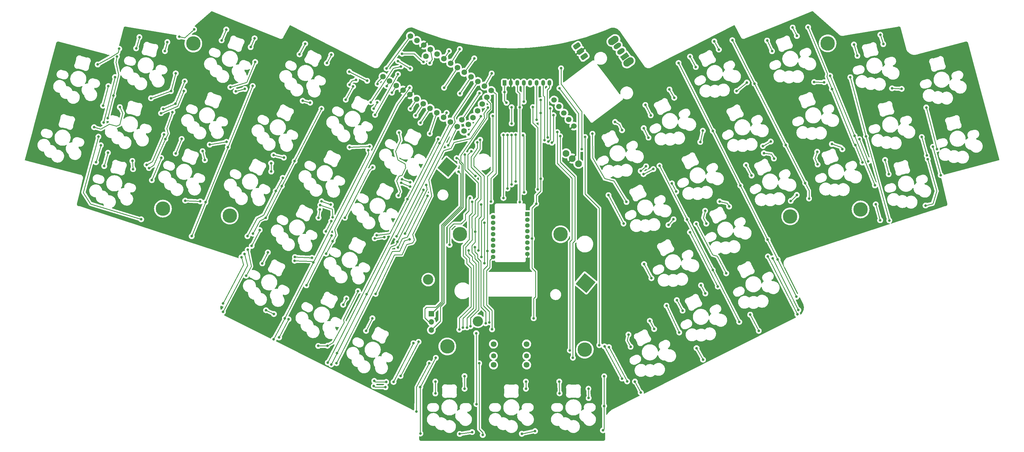
<source format=gbr>
%TF.GenerationSoftware,KiCad,Pcbnew,(6.0.4)*%
%TF.CreationDate,2023-01-08T04:04:53+01:00*%
%TF.ProjectId,Zazu,5a617a75-2e6b-4696-9361-645f70636258,rev?*%
%TF.SameCoordinates,Original*%
%TF.FileFunction,Copper,L1,Top*%
%TF.FilePolarity,Positive*%
%FSLAX46Y46*%
G04 Gerber Fmt 4.6, Leading zero omitted, Abs format (unit mm)*
G04 Created by KiCad (PCBNEW (6.0.4)) date 2023-01-08 04:04:53*
%MOMM*%
%LPD*%
G01*
G04 APERTURE LIST*
G04 Aperture macros list*
%AMRoundRect*
0 Rectangle with rounded corners*
0 $1 Rounding radius*
0 $2 $3 $4 $5 $6 $7 $8 $9 X,Y pos of 4 corners*
0 Add a 4 corners polygon primitive as box body*
4,1,4,$2,$3,$4,$5,$6,$7,$8,$9,$2,$3,0*
0 Add four circle primitives for the rounded corners*
1,1,$1+$1,$2,$3*
1,1,$1+$1,$4,$5*
1,1,$1+$1,$6,$7*
1,1,$1+$1,$8,$9*
0 Add four rect primitives between the rounded corners*
20,1,$1+$1,$2,$3,$4,$5,0*
20,1,$1+$1,$4,$5,$6,$7,0*
20,1,$1+$1,$6,$7,$8,$9,0*
20,1,$1+$1,$8,$9,$2,$3,0*%
%AMHorizOval*
0 Thick line with rounded ends*
0 $1 width*
0 $2 $3 position (X,Y) of the first rounded end (center of the circle)*
0 $4 $5 position (X,Y) of the second rounded end (center of the circle)*
0 Add line between two ends*
20,1,$1,$2,$3,$4,$5,0*
0 Add two circle primitives to create the rounded ends*
1,1,$1,$2,$3*
1,1,$1,$4,$5*%
%AMRotRect*
0 Rectangle, with rotation*
0 The origin of the aperture is its center*
0 $1 length*
0 $2 width*
0 $3 Rotation angle, in degrees counterclockwise*
0 Add horizontal line*
21,1,$1,$2,0,0,$3*%
G04 Aperture macros list end*
%TA.AperFunction,ComponentPad*%
%ADD10C,4.500000*%
%TD*%
%TA.AperFunction,ComponentPad*%
%ADD11C,1.752600*%
%TD*%
%TA.AperFunction,ComponentPad*%
%ADD12RoundRect,0.375000X0.829455X0.123000X0.399273X0.737364X-0.829455X-0.123000X-0.399273X-0.737364X0*%
%TD*%
%TA.AperFunction,ComponentPad*%
%ADD13C,3.200000*%
%TD*%
%TA.AperFunction,ComponentPad*%
%ADD14C,2.100000*%
%TD*%
%TA.AperFunction,ComponentPad*%
%ADD15RotRect,4.400000X4.400000X140.000000*%
%TD*%
%TA.AperFunction,ComponentPad*%
%ADD16R,1.700000X1.700000*%
%TD*%
%TA.AperFunction,ComponentPad*%
%ADD17O,1.700000X1.700000*%
%TD*%
%TA.AperFunction,ComponentPad*%
%ADD18C,1.800000*%
%TD*%
%TA.AperFunction,ComponentPad*%
%ADD19C,1.600000*%
%TD*%
%TA.AperFunction,ComponentPad*%
%ADD20C,1.700000*%
%TD*%
%TA.AperFunction,ComponentPad*%
%ADD21HorizOval,1.700000X0.000000X0.000000X0.000000X0.000000X0*%
%TD*%
%TA.AperFunction,ComponentPad*%
%ADD22HorizOval,2.200000X0.532449X0.372825X-0.532449X-0.372825X0*%
%TD*%
%TA.AperFunction,ComponentPad*%
%ADD23RotRect,1.500000X2.500000X125.000000*%
%TD*%
%TA.AperFunction,ComponentPad*%
%ADD24HorizOval,1.500000X0.409576X0.286788X-0.409576X-0.286788X0*%
%TD*%
%TA.AperFunction,ComponentPad*%
%ADD25R,1.400000X1.400000*%
%TD*%
%TA.AperFunction,ComponentPad*%
%ADD26C,1.400000*%
%TD*%
%TA.AperFunction,ComponentPad*%
%ADD27RoundRect,0.250000X-0.350000X-0.625000X0.350000X-0.625000X0.350000X0.625000X-0.350000X0.625000X0*%
%TD*%
%TA.AperFunction,ComponentPad*%
%ADD28O,1.200000X1.750000*%
%TD*%
%TA.AperFunction,ViaPad*%
%ADD29C,0.800000*%
%TD*%
%TA.AperFunction,Conductor*%
%ADD30C,0.250000*%
%TD*%
G04 APERTURE END LIST*
D10*
%TO.P,H10,1*%
%TO.N,N/C*%
X238452436Y-125369438D03*
%TD*%
%TO.P,H8,1*%
%TO.N,N/C*%
X321563075Y-65876331D03*
%TD*%
D11*
%TO.P,U1,1,TX0/PD3*%
%TO.N,MOTION*%
X185174396Y-77582685D03*
%TO.P,U1,2,RX1/PD2*%
%TO.N,NCS*%
X187280152Y-79003035D03*
%TO.P,U1,3,GND*%
%TO.N,GND*%
X189385907Y-80423385D03*
%TO.P,U1,4,GND*%
X191491662Y-81843735D03*
%TO.P,U1,5,2/PD1*%
%TO.N,SDA*%
X193597418Y-83264085D03*
%TO.P,U1,6,3/PD0*%
%TO.N,SCL*%
X195703173Y-84684435D03*
%TO.P,U1,7,4/PD4*%
%TO.N,row_0*%
X197808929Y-86104785D03*
%TO.P,U1,8,5/PC6*%
%TO.N,row_1*%
X199914684Y-87525135D03*
%TO.P,U1,9,6/PD7*%
%TO.N,row_2*%
X202020440Y-88945485D03*
%TO.P,U1,10,7/PE6*%
%TO.N,row_3*%
X204126195Y-90365835D03*
%TO.P,U1,11,8/PB4*%
%TO.N,row_4*%
X206231951Y-91786185D03*
%TO.P,U1,12,9/PB5*%
%TO.N,SR_CS*%
X208348890Y-93189954D03*
%TO.P,U1,13,10/PB6*%
%TO.N,row_5*%
X216859806Y-80572003D03*
%TO.P,U1,14,16/PB2*%
%TO.N,MOSI*%
X214754050Y-79151653D03*
%TO.P,U1,15,14/PB3*%
%TO.N,MISO*%
X212648295Y-77731303D03*
%TO.P,U1,16,15/PB1*%
%TO.N,SCLK*%
X210542540Y-76310953D03*
%TO.P,U1,17,A0/PF7*%
%TO.N,TFT_CS*%
X208436784Y-74890603D03*
%TO.P,U1,18,A1/PF6*%
%TO.N,LED_3V3*%
X206331029Y-73470253D03*
%TO.P,U1,19,A2/PF5*%
%TO.N,EncR*%
X204225273Y-72049903D03*
%TO.P,U1,20,A3/PF4*%
%TO.N,EncL*%
X202119518Y-70629553D03*
%TO.P,U1,21,VCC*%
%TO.N,VCC*%
X200013762Y-69209203D03*
%TO.P,U1,22,RST*%
%TO.N,RESET*%
X197908007Y-67788853D03*
%TO.P,U1,23,GND*%
%TO.N,GND*%
X195802251Y-66368503D03*
%TO.P,U1,24,B0*%
%TO.N,RAW*%
X193696496Y-64948153D03*
%TO.P,U1,25,B7*%
%TO.N,TFT_RST*%
X209758056Y-91100780D03*
%TO.P,U1,26,D5*%
%TO.N,TFT_BL*%
X211178406Y-88995024D03*
%TO.P,U1,27,C7*%
%TO.N,TFT_DC*%
X212598756Y-86889269D03*
%TO.P,U1,28,F1*%
%TO.N,row_6*%
X214019106Y-84783513D03*
%TO.P,U1,29,F0*%
%TO.N,GPIO16*%
X215439456Y-82677758D03*
%TO.P,U1,30,RGB*%
%TO.N,LED_5V*%
X207652301Y-89680430D03*
X196510025Y-69861447D03*
%TO.P,U1,31,GPIO10*%
%TO.N,GPIO10*%
X183171019Y-76207266D03*
%TO.P,U1,32,GPIO11*%
%TO.N,GPIO11*%
X191693119Y-63572733D03*
%TD*%
D12*
%TO.P,J4,1,Pin_1*%
%TO.N,bat+*%
X243483662Y-66696862D03*
%TO.P,J4,2,Pin_2*%
%TO.N,GND*%
X244630815Y-68335166D03*
%TO.P,J4,3,Pin_3*%
%TO.N,bat+*%
X245777968Y-69973470D03*
%TD*%
D10*
%TO.P,H9,1*%
%TO.N,N/C*%
X207131342Y-125369438D03*
%TD*%
%TO.P,,1*%
%TO.N,N/C*%
X331814000Y-117630000D03*
%TD*%
%TO.P,H3,1*%
%TO.N,N/C*%
X245972677Y-161342170D03*
%TD*%
D13*
%TO.P,SW36,*%
%TO.N,*%
X197228052Y-139501819D03*
X212691390Y-152477497D03*
D14*
%TO.P,SW36,A,A*%
%TO.N,EncL*%
X243984085Y-103369716D03*
%TO.P,SW36,B,B*%
%TO.N,EncR*%
X240153863Y-100155778D03*
%TO.P,SW36,C,C*%
%TO.N,GND*%
X242068974Y-101762747D03*
D15*
%TO.P,SW36,MP*%
%TO.N,N/C*%
X246205658Y-140541280D03*
X203178553Y-104440241D03*
%TD*%
D10*
%TO.P,H2,1*%
%TO.N,N/C*%
X203186436Y-160340438D03*
%TD*%
%TO.P,,1*%
%TO.N,N/C*%
X114644000Y-117376000D03*
%TD*%
D16*
%TO.P,J5,1,Pin_1*%
%TO.N,GPIO10*%
X198220436Y-150134438D03*
D17*
%TO.P,J5,2,Pin_2*%
%TO.N,GPIO11*%
X198220436Y-152674438D03*
%TO.P,J5,3,Pin_3*%
%TO.N,GPIO16*%
X198220436Y-155214438D03*
%TD*%
D18*
%TO.P,HAT1,1,1*%
%TO.N,Net-(D35-Pad1)*%
X217557347Y-159592101D03*
D19*
%TO.P,HAT1,2,2*%
%TO.N,Net-(D36-Pad1)*%
X217557347Y-163292101D03*
D18*
%TO.P,HAT1,3,3*%
%TO.N,Net-(D37-Pad1)*%
X217557347Y-166092101D03*
%TO.P,HAT1,4,4*%
%TO.N,row_5*%
X227857347Y-166092101D03*
D19*
%TO.P,HAT1,5,5*%
%TO.N,Net-(D38-Pad1)*%
X227857347Y-163292101D03*
D18*
%TO.P,HAT1,6,6*%
%TO.N,Net-(D39-Pad1)*%
X227857347Y-159592101D03*
%TD*%
D10*
%TO.P,H1,1*%
%TO.N,N/C*%
X135449344Y-119546080D03*
%TD*%
D20*
%TO.P,U5,1,VDD*%
%TO.N,VCC*%
X236420970Y-83535811D03*
D21*
%TO.P,U5,2,SDA*%
%TO.N,SDA*%
X237949581Y-85564345D03*
%TO.P,U5,3,SCL*%
%TO.N,SCL*%
X239478191Y-87592879D03*
%TO.P,U5,4,TRIG*%
%TO.N,unconnected-(U5-Pad4)*%
X241006801Y-89621413D03*
%TO.P,U5,5,GND*%
%TO.N,GND*%
X242535411Y-91649948D03*
%TD*%
D22*
%TO.P,SW37,*%
%TO.N,*%
X254891672Y-64964955D03*
X259594999Y-71682001D03*
D23*
%TO.P,SW37,1,A*%
%TO.N,unconnected-(SW37-Pad1)*%
X258390488Y-69961782D03*
D24*
%TO.P,SW37,2,B*%
%TO.N,bat+*%
X257243335Y-68323478D03*
%TO.P,SW37,3,C*%
%TO.N,RAW*%
X256096182Y-66685174D03*
%TD*%
D10*
%TO.P,H5,1*%
%TO.N,N/C*%
X124112666Y-65939356D03*
%TD*%
%TO.P,H4,1*%
%TO.N,N/C*%
X309907997Y-119800077D03*
%TD*%
D25*
%TO.P,U4,1,NC*%
%TO.N,unconnected-(U4-Pad1)*%
X228135346Y-119074438D03*
D26*
%TO.P,U4,2,NC*%
%TO.N,unconnected-(U4-Pad2)*%
X228135346Y-120854438D03*
%TO.P,U4,3,VDDPIX*%
%TO.N,Net-(C3-Pad1)*%
X228135346Y-122634438D03*
%TO.P,U4,4,VDD*%
%TO.N,VDD*%
X228135346Y-124414438D03*
%TO.P,U4,5,VDDIO*%
%TO.N,VCC*%
X228135346Y-126194438D03*
%TO.P,U4,6,NC*%
%TO.N,unconnected-(U4-Pad6)*%
X228135346Y-127974438D03*
%TO.P,U4,7,~{NRESET}*%
%TO.N,Net-(R2-Pad1)*%
X228135346Y-129754438D03*
%TO.P,U4,8,GND*%
%TO.N,GND*%
X228135346Y-131534438D03*
%TO.P,U4,9,MOTION*%
%TO.N,MOTION*%
X217435346Y-132424438D03*
%TO.P,U4,10,SCLK*%
%TO.N,SCLK*%
X217435346Y-130644438D03*
%TO.P,U4,11,MOSI*%
%TO.N,MOSI*%
X217435346Y-128864438D03*
%TO.P,U4,12,MISO*%
%TO.N,MISO*%
X217435346Y-127084438D03*
%TO.P,U4,13,~{NCS}*%
%TO.N,NCS*%
X217435346Y-125304438D03*
%TO.P,U4,14,NC*%
%TO.N,unconnected-(U4-Pad14)*%
X217435346Y-123524438D03*
%TO.P,U4,15,LED_P*%
%TO.N,Net-(R1-Pad2)*%
X217435346Y-121744438D03*
%TO.P,U4,16,NC*%
%TO.N,unconnected-(U4-Pad16)*%
X217435346Y-119964438D03*
%TD*%
D27*
%TO.P,J3,1,Pin_1*%
%TO.N,VCC*%
X220972000Y-78196003D03*
D28*
%TO.P,J3,2,Pin_2*%
%TO.N,GND*%
X222972000Y-78196003D03*
%TO.P,J3,3,Pin_3*%
%TO.N,MOSI*%
X224972000Y-78196003D03*
%TO.P,J3,4,Pin_4*%
%TO.N,SCLK*%
X226972000Y-78196003D03*
%TO.P,J3,5,Pin_5*%
%TO.N,TFT_CS*%
X228972000Y-78196003D03*
%TO.P,J3,6,Pin_6*%
%TO.N,TFT_DC*%
X230972000Y-78196003D03*
%TO.P,J3,7,Pin_7*%
%TO.N,TFT_RST*%
X232972000Y-78196003D03*
%TO.P,J3,8,Pin_8*%
%TO.N,TFT_BL*%
X234972000Y-78196003D03*
%TD*%
D29*
%TO.N,VCC*%
X220972000Y-81044874D03*
X230852436Y-115844438D03*
X229522436Y-126674438D03*
X230052436Y-151544438D03*
X232242436Y-108074438D03*
X232232436Y-83544438D03*
X221594740Y-84387535D03*
X196588900Y-110027974D03*
X189982436Y-125124438D03*
X232242436Y-87604438D03*
%TO.N,GND*%
X285592436Y-123114438D03*
X316902436Y-57704438D03*
X140572436Y-88544438D03*
X292652436Y-117644438D03*
X196950436Y-97556438D03*
X224452436Y-85784438D03*
X189852436Y-73824438D03*
X316522436Y-104764438D03*
X229332436Y-174934438D03*
X89862436Y-92504438D03*
X228122436Y-135434438D03*
X235782436Y-175004438D03*
X194952436Y-73514438D03*
X318842436Y-62254438D03*
X217452436Y-175074438D03*
X249522436Y-176514438D03*
X94192436Y-74054438D03*
X215962436Y-92384438D03*
X170622436Y-125804438D03*
X137892436Y-97864438D03*
X327512436Y-100074438D03*
X179912436Y-131504438D03*
X217152436Y-84124438D03*
X231342436Y-149824438D03*
X231102436Y-135424438D03*
X224452436Y-83184438D03*
%TO.N,col0*%
X142582436Y-79134438D03*
X220642436Y-114064438D03*
X137322436Y-80814438D03*
X133332436Y-149574438D03*
X95982436Y-85284438D03*
X123602436Y-125964438D03*
X210272436Y-114084438D03*
X191432436Y-126984438D03*
X118622436Y-75204438D03*
X168692436Y-165534438D03*
X220642436Y-94434438D03*
X110932436Y-82964438D03*
X117142436Y-80734438D03*
X140162436Y-80064438D03*
X127893918Y-115375920D03*
X140002436Y-131494438D03*
X97652436Y-79174438D03*
X134844503Y-98226505D03*
X203882436Y-128674438D03*
%TO.N,col1*%
X187812436Y-129494438D03*
X167512436Y-120074438D03*
X221902436Y-111094438D03*
X93812436Y-102914438D03*
X163992436Y-86234438D03*
X180582436Y-126654438D03*
X146612436Y-120214438D03*
X111192436Y-108504438D03*
X197052436Y-113404438D03*
X142632436Y-125164438D03*
X163612436Y-116264438D03*
X183562436Y-126264438D03*
X151637611Y-110389613D03*
X114102436Y-101554438D03*
X95312436Y-97614438D03*
X221902436Y-94414438D03*
X155627296Y-102589298D03*
%TO.N,col2*%
X214212436Y-187944438D03*
X213092436Y-165584438D03*
X223172436Y-94394438D03*
X223172436Y-109844438D03*
X179957664Y-104489666D03*
X171302436Y-120214438D03*
X144762436Y-124044438D03*
X191602436Y-110504438D03*
X197552436Y-165544438D03*
X155642436Y-133624438D03*
X161466734Y-134158736D03*
X178602436Y-99194438D03*
X188772436Y-109324438D03*
X193542436Y-180584438D03*
X149112436Y-158134438D03*
X152602436Y-151564438D03*
X142272436Y-129014438D03*
%TO.N,col3*%
X194772436Y-173034438D03*
X167022436Y-165964438D03*
X199592436Y-163894438D03*
X194802436Y-187474438D03*
X187628695Y-127690697D03*
X178091476Y-144053478D03*
X224452436Y-108944438D03*
X168828119Y-162390121D03*
X183932436Y-173034438D03*
X195712436Y-111504438D03*
X180292436Y-172684438D03*
X224452436Y-94364438D03*
%TO.N,row_1*%
X181152436Y-125664438D03*
X200352436Y-95664438D03*
X303852436Y-96454438D03*
X274442436Y-112084438D03*
X258032436Y-122034438D03*
X166892436Y-116134438D03*
X149102436Y-100684438D03*
X134412436Y-96564438D03*
X273092436Y-109494438D03*
X190775967Y-114397969D03*
X152292436Y-101474438D03*
X164042436Y-115084438D03*
X273592436Y-120704438D03*
X272002436Y-122474438D03*
X253342436Y-113174438D03*
X129212436Y-97424438D03*
X197712436Y-94000438D03*
X301432436Y-97884438D03*
%TO.N,row_0*%
X211907247Y-107209627D03*
X296422436Y-78054438D03*
X210622436Y-99514438D03*
X264322436Y-92284438D03*
X143352436Y-71654438D03*
X179002436Y-98024438D03*
X191592436Y-109154438D03*
X160472436Y-84354438D03*
X135642436Y-79534438D03*
X194792436Y-90624438D03*
X189022436Y-108234438D03*
X172742436Y-98244438D03*
X293242436Y-80724438D03*
X265812436Y-95244438D03*
X158122436Y-83764438D03*
%TO.N,col4*%
X251612436Y-186474438D03*
X269232436Y-103994438D03*
X227082436Y-112254438D03*
X294052436Y-152684438D03*
X252002436Y-178914438D03*
X267302436Y-105034438D03*
X277788263Y-120778611D03*
X285810616Y-136516258D03*
X252002436Y-169634438D03*
X226732436Y-94474438D03*
X264242436Y-106624438D03*
%TO.N,col5*%
X311852436Y-144844438D03*
X285822436Y-93154438D03*
X275162436Y-71984438D03*
X306011427Y-133245447D03*
X238303567Y-94795569D03*
X242262436Y-163854438D03*
X294389695Y-110167179D03*
X302893320Y-127053554D03*
%TO.N,col6*%
X356772436Y-106934438D03*
X241322436Y-161574438D03*
X237422436Y-93514438D03*
X315782436Y-114224438D03*
X291902436Y-64874438D03*
X298802436Y-78444438D03*
X314568133Y-109418741D03*
X354342436Y-98104438D03*
X308523604Y-97543270D03*
%TO.N,row_3*%
X280762436Y-160864438D03*
X340772436Y-121074438D03*
X250472436Y-159944438D03*
X297462436Y-150434438D03*
X153742436Y-151854438D03*
X300122436Y-155464438D03*
X328622436Y-76424438D03*
X304472436Y-132844438D03*
X333492436Y-94864438D03*
X107882436Y-120694438D03*
X200775995Y-96977997D03*
X149182436Y-150214438D03*
X94562436Y-94934438D03*
X146742436Y-149044438D03*
X99732436Y-76374438D03*
X141042436Y-130194438D03*
X246062436Y-95064438D03*
X271412436Y-147634438D03*
X312442436Y-148994438D03*
X140542436Y-138284438D03*
X275372436Y-155984438D03*
X150802436Y-157534438D03*
X165962436Y-165364438D03*
X96182436Y-90534438D03*
X282782436Y-164444438D03*
%TO.N,row_2*%
X121582436Y-114884438D03*
X191472436Y-79694438D03*
X311962436Y-113104438D03*
X266712436Y-139054438D03*
X161042436Y-132684438D03*
X167499103Y-127531105D03*
X155732436Y-132484438D03*
X310092436Y-114974438D03*
X165452436Y-131424438D03*
X264422436Y-134654438D03*
X126262436Y-115124438D03*
X202962436Y-87504438D03*
%TO.N,col7*%
X341632436Y-79884438D03*
X317362436Y-77934438D03*
X344612436Y-80044438D03*
X265052436Y-104194438D03*
X231352436Y-111364438D03*
X336262436Y-110134438D03*
X229812436Y-85714438D03*
X263382436Y-105634438D03*
X322352436Y-75964438D03*
X282712436Y-93094438D03*
X329967062Y-94669812D03*
X320502436Y-77964438D03*
X281912436Y-96604438D03*
%TO.N,MOSI*%
X213692436Y-116124438D03*
X209302436Y-154424438D03*
X212832436Y-130414438D03*
X209802436Y-130414438D03*
X225722436Y-85784438D03*
X225732436Y-115334438D03*
X216982436Y-75244438D03*
%TO.N,MOTION*%
X217102436Y-154998938D03*
X213772436Y-132414438D03*
X184282436Y-79164438D03*
X213402436Y-95914438D03*
%TO.N,NCS*%
X185912436Y-81244438D03*
X211872436Y-124604438D03*
X212512436Y-96734438D03*
X210422436Y-154044438D03*
%TO.N,MISO*%
X211742436Y-129364438D03*
X187362436Y-125994438D03*
X215112436Y-153124438D03*
%TO.N,SCLK*%
X216262436Y-152814438D03*
X215672436Y-130604438D03*
X207112436Y-81514438D03*
X226982436Y-84034438D03*
X217302436Y-88504438D03*
%TO.N,Net-(R1-Pad2)*%
X214682436Y-121744438D03*
X214732436Y-134404438D03*
%TO.N,EncL*%
X203682436Y-68274438D03*
X238082436Y-79844438D03*
%TO.N,EncR*%
X245022436Y-98794438D03*
X207048407Y-67650409D03*
X238582436Y-73644438D03*
%TO.N,SDA*%
X234582436Y-96464438D03*
X235202436Y-86114438D03*
X191712436Y-86224438D03*
%TO.N,SCL*%
X235712436Y-96844438D03*
X236232436Y-88244438D03*
X193332436Y-88374438D03*
%TO.N,SR_CS*%
X223192436Y-90854438D03*
X223192436Y-85764438D03*
X213582436Y-88614438D03*
X209782436Y-94294438D03*
%TO.N,TFT_CS*%
X211572436Y-70534438D03*
%TO.N,row_4*%
X210892436Y-187024438D03*
X203452436Y-97654438D03*
X212182436Y-156204438D03*
X207042436Y-187604438D03*
X208632436Y-100494438D03*
X212262436Y-178314438D03*
X208042436Y-154434438D03*
X230482436Y-186714438D03*
X226362436Y-187554438D03*
%TO.N,RESET*%
X197722436Y-71964438D03*
%TO.N,TFT_DC*%
X230992436Y-89714438D03*
%TO.N,row_5*%
X216782436Y-115134438D03*
X210932436Y-115264438D03*
X206912436Y-155084438D03*
%TO.N,TFT_RST*%
X233462436Y-96054438D03*
%TO.N,TFT_BL*%
X234422436Y-95174438D03*
%TO.N,Net-(D59-Pad2)*%
X199442436Y-171274438D03*
X227652436Y-173514438D03*
X199452436Y-174974438D03*
X227632436Y-171294438D03*
%TO.N,LED_DO*%
X119702436Y-63824438D03*
X174742436Y-77284438D03*
X101012436Y-67534438D03*
X172752436Y-78774438D03*
X124352436Y-61524438D03*
X94332436Y-72444438D03*
%TO.N,Net-(D41-Pad4)*%
X147312436Y-131014438D03*
X145582436Y-134454438D03*
X171762436Y-145384438D03*
X170762436Y-147334438D03*
%TO.N,Net-(D42-Pad2)*%
X340582436Y-106634438D03*
X339452436Y-102204438D03*
X350872436Y-95054438D03*
X352432436Y-100794438D03*
%TO.N,Net-(D42-Pad4)*%
X318452436Y-103604438D03*
X331442436Y-95714438D03*
X334212436Y-102644438D03*
X318332436Y-99654438D03*
%TO.N,Net-(D44-Pad2)*%
X258952436Y-115294438D03*
X248352436Y-94044438D03*
X257562436Y-92934438D03*
X255392436Y-90364438D03*
%TO.N,Net-(D45-Pad2)*%
X274622436Y-145894438D03*
X276412436Y-149174438D03*
%TO.N,Net-(D45-Pad4)*%
X282152436Y-141284438D03*
X259572436Y-156624438D03*
X283492436Y-143814438D03*
X260232436Y-160444438D03*
%TO.N,Net-(D46-Pad2)*%
X115272436Y-68264438D03*
X116022436Y-65454438D03*
%TO.N,Net-(D48-Pad2)*%
X97522436Y-99944438D03*
X96362436Y-104114438D03*
X126982436Y-99464438D03*
X127702436Y-102244438D03*
X109562436Y-103714438D03*
X114982436Y-94294438D03*
%TO.N,GPIO10*%
X181456436Y-78506438D03*
X206094436Y-101620438D03*
%TO.N,Net-(D51-Pad2)*%
X278702436Y-124714438D03*
X287372436Y-141674438D03*
%TO.N,Net-(D52-Pad2)*%
X179842436Y-151544438D03*
X188632436Y-169514438D03*
X208522436Y-169574438D03*
X208542436Y-173514438D03*
X177882436Y-155464438D03*
X194222436Y-158904438D03*
%TO.N,Net-(D53-Pad2)*%
X106312436Y-67404438D03*
X141962436Y-67024438D03*
X107332436Y-63914438D03*
X143172436Y-64284438D03*
%TO.N,Net-(D55-Pad2)*%
X118632436Y-100174438D03*
X148342436Y-103204438D03*
X148352436Y-105804438D03*
X120472436Y-95654438D03*
%TO.N,Net-(D57-Pad2)*%
X286302436Y-65224438D03*
X264822436Y-85054438D03*
X287702436Y-67814438D03*
X266502436Y-88294438D03*
%TO.N,Net-(D58-Pad2)*%
X287932436Y-115134438D03*
X290912436Y-116724438D03*
%TO.N,Net-(D60-Pad2)*%
X167042436Y-69404438D03*
X132912436Y-64944438D03*
X165682436Y-72034438D03*
X134372436Y-61554438D03*
%TO.N,Net-(D62-Pad2)*%
X163462436Y-117634438D03*
X163072436Y-120214438D03*
%TO.N,Net-(D64-Pad2)*%
X280532436Y-73224438D03*
X310682436Y-60924438D03*
X311992436Y-63564438D03*
X278732436Y-70004438D03*
%TO.N,Net-(D65-Pad2)*%
X283432436Y-118034438D03*
X283802436Y-122054438D03*
X301722436Y-100094438D03*
X304852436Y-101764438D03*
%TO.N,Net-(D66-Pad2)*%
X247112436Y-173504438D03*
X247172436Y-176424438D03*
%TO.N,Net-(D67-Pad2)*%
X157152436Y-69284438D03*
X181392436Y-84294438D03*
X158922436Y-65974438D03*
X180282436Y-86234438D03*
%TO.N,Net-(D68-Pad2)*%
X121192436Y-80694438D03*
X114062436Y-87624438D03*
%TO.N,Net-(D69-Pad2)*%
X165332436Y-124504438D03*
X167042436Y-121244438D03*
%TO.N,LED_3V3*%
X202172436Y-79684438D03*
%TO.N,LED_PWR*%
X118542436Y-84674438D03*
X99222684Y-82164686D03*
X115412436Y-95704438D03*
X121432436Y-77704438D03*
X280654744Y-122146746D03*
X330222436Y-97554438D03*
X100325508Y-69967510D03*
X322892000Y-80154874D03*
X151952436Y-107794438D03*
X253482436Y-160534438D03*
X186442436Y-171394438D03*
X188762436Y-73064438D03*
X117642436Y-87284438D03*
X114742436Y-86324438D03*
X140962436Y-125964438D03*
X97452436Y-89214438D03*
X110282436Y-104734438D03*
X315481770Y-60813772D03*
X259152436Y-171224438D03*
X289997584Y-137529586D03*
X179359610Y-84241612D03*
X149762436Y-111854438D03*
X332412436Y-103014438D03*
X192632436Y-159314438D03*
%TO.N,LED_5V*%
X195752436Y-71634438D03*
X213202436Y-81364438D03*
X189076436Y-69108438D03*
%TO.N,row_6*%
X337912436Y-120984438D03*
X133342436Y-146944438D03*
X352732436Y-101954438D03*
X352262436Y-85854438D03*
X180442436Y-171074438D03*
X352052436Y-116414438D03*
X355592436Y-98824438D03*
X336542436Y-116034438D03*
X263402436Y-174714438D03*
X184142436Y-171384438D03*
X302962436Y-132274438D03*
X139082436Y-132534438D03*
X312152436Y-150344438D03*
X261572436Y-171274438D03*
X162992436Y-160174438D03*
X215782436Y-85914438D03*
X165842436Y-160124438D03*
X175372436Y-143074438D03*
X180872436Y-143944438D03*
%TO.N,Net-(D83-Pad2)*%
X93222436Y-91994438D03*
X101232436Y-85734438D03*
%TO.N,Net-(D84-Pad2)*%
X159322436Y-141274438D03*
X167142436Y-125794438D03*
%TO.N,Net-(D87-Pad2)*%
X330832436Y-69744438D03*
X329762436Y-66224438D03*
%TO.N,Net-(D74-Pad2)*%
X171562436Y-83424438D03*
X173822436Y-79304438D03*
%TO.N,Net-(D47-Pad4)*%
X188142436Y-93654438D03*
X187932436Y-113274438D03*
%TO.N,Net-(D48-Pad4)*%
X105352436Y-105074438D03*
X105132436Y-102504438D03*
%TO.N,GPIO11*%
X184250436Y-73680438D03*
X187806436Y-75458438D03*
X206665577Y-105875297D03*
X180694436Y-88158438D03*
%TO.N,Net-(D71-Pad2)*%
X338882436Y-66104438D03*
X302732436Y-64994438D03*
X304262436Y-68304438D03*
X337962436Y-63184438D03*
%TO.N,Net-(D72-Pad2)*%
X296162436Y-103794438D03*
X322882436Y-97254438D03*
X326142436Y-98864438D03*
X297882436Y-107074438D03*
%TO.N,Net-(D73-Pad2)*%
X238022436Y-171274438D03*
X267562436Y-154894438D03*
X252102436Y-160314438D03*
X238102436Y-174944438D03*
X266202436Y-152334438D03*
X257582436Y-170354438D03*
%TO.N,LED_SHFT_5V*%
X178212436Y-77534438D03*
X187806436Y-71394438D03*
X172672436Y-74694438D03*
X191612436Y-73704438D03*
%TO.N,Net-(D50-Pad2)*%
X272332436Y-80234438D03*
X273822436Y-82814438D03*
%TD*%
D30*
%TO.N,VCC*%
X189982436Y-125124438D02*
X196852436Y-111354438D01*
X230852436Y-113264438D02*
X230852436Y-115844438D01*
X230632436Y-137054438D02*
X229522436Y-135944438D01*
X232232436Y-83544438D02*
X232242436Y-87604438D01*
X232242436Y-87604438D02*
X232242436Y-108074438D01*
X231272436Y-112844438D02*
X230852436Y-113264438D01*
X230052436Y-151544438D02*
X230052436Y-145364438D01*
X232242436Y-108074438D02*
X232242436Y-111874438D01*
X196852436Y-111354438D02*
X196588900Y-110027974D01*
X230632436Y-144784438D02*
X230632436Y-137054438D01*
X220972000Y-83764795D02*
X221594740Y-84387535D01*
X229522436Y-117174438D02*
X230852436Y-115844438D01*
X232242436Y-111874438D02*
X231272436Y-112844438D01*
X229522436Y-126674438D02*
X229522436Y-117174438D01*
X220972000Y-79734002D02*
X220972000Y-81044874D01*
X220972000Y-78196003D02*
X220972000Y-79734002D01*
X230052436Y-145364438D02*
X230632436Y-144784438D01*
X229522436Y-135944438D02*
X229522436Y-126674438D01*
X220972000Y-81044874D02*
X220972000Y-83764795D01*
%TO.N,GND*%
X318542436Y-105524438D02*
X326302436Y-102324438D01*
X316902436Y-57704438D02*
X318842436Y-62254438D01*
X216532436Y-87274438D02*
X217152436Y-86654438D01*
X92872436Y-90324438D02*
X89862436Y-92504438D01*
X223312436Y-81204438D02*
X224452436Y-82344438D01*
X176362436Y-132144438D02*
X179912436Y-131504438D01*
X231342436Y-145704438D02*
X231342436Y-149824438D01*
X215962436Y-92384438D02*
X215962436Y-87844438D01*
X170622436Y-125804438D02*
X171692436Y-129674438D01*
X237182436Y-176484438D02*
X244602436Y-176484438D01*
X194262436Y-74464438D02*
X194952436Y-73514438D01*
X222972000Y-80864002D02*
X223312436Y-81204438D01*
X248452436Y-177544438D02*
X249522436Y-176514438D01*
X235782436Y-175004438D02*
X237182436Y-176484438D01*
X316522436Y-104764438D02*
X318542436Y-105524438D01*
X245782436Y-177564438D02*
X248452436Y-177544438D01*
X228135346Y-135421528D02*
X228122436Y-135434438D01*
X189852436Y-73824438D02*
X191182436Y-74754438D01*
X224452436Y-82344438D02*
X224452436Y-83184438D01*
X217152436Y-86654438D02*
X217152436Y-84124438D01*
X222972000Y-78196003D02*
X222972000Y-80864002D01*
X231952436Y-143674438D02*
X231952436Y-145094438D01*
X244602436Y-176484438D02*
X245782436Y-177564438D01*
X231102436Y-135424438D02*
X231952436Y-136274438D01*
X326302436Y-102324438D02*
X327512436Y-100074438D01*
X191182436Y-74754438D02*
X194262436Y-74464438D01*
X96152436Y-78164438D02*
X92872436Y-90324438D01*
X231952436Y-145094438D02*
X231362436Y-145684438D01*
X218812436Y-176504438D02*
X227462436Y-176544438D01*
X285592436Y-123114438D02*
X291772436Y-119864438D01*
X217452436Y-175074438D02*
X218812436Y-176504438D01*
X94192436Y-74054438D02*
X96152436Y-78164438D01*
X231362436Y-145684438D02*
X231342436Y-145704438D01*
X227462436Y-176544438D02*
X229332436Y-174934438D01*
X231952436Y-136274438D02*
X231952436Y-143674438D01*
X215962436Y-87844438D02*
X216532436Y-87274438D01*
X140572436Y-88544438D02*
X137482436Y-96164438D01*
X291772436Y-119864438D02*
X292652436Y-117644438D01*
X137482436Y-96164438D02*
X137892436Y-97864438D01*
X224452436Y-83184438D02*
X224452436Y-85784438D01*
X228135346Y-131534438D02*
X228135346Y-135421528D01*
X171692436Y-129674438D02*
X176362436Y-132144438D01*
%TO.N,col0*%
X134091763Y-100083765D02*
X134844503Y-98226505D01*
X220642436Y-94434438D02*
X220642436Y-114064438D01*
X186012436Y-130704438D02*
X179160000Y-144808000D01*
X209872436Y-118034438D02*
X209122436Y-118784438D01*
X209872436Y-114484438D02*
X209872436Y-115754438D01*
X123602436Y-125964438D02*
X127893918Y-115375920D01*
X97652436Y-79174438D02*
X95982436Y-85284438D01*
X188342436Y-130684438D02*
X186012436Y-130704438D01*
X204422436Y-122864438D02*
X203882436Y-123404438D01*
X118622436Y-75204438D02*
X117142436Y-80734438D01*
X189822436Y-127404438D02*
X188342436Y-130684438D01*
X205172436Y-122114438D02*
X204422436Y-122864438D01*
X191432436Y-126984438D02*
X189822436Y-127404438D01*
X133332436Y-149574438D02*
X140952436Y-135074438D01*
X203882436Y-123404438D02*
X203882436Y-128674438D01*
X207472436Y-122114438D02*
X206202436Y-122114438D01*
X134844503Y-98226505D02*
X142582436Y-79134438D01*
X208762436Y-119144438D02*
X208762436Y-120394438D01*
X179160000Y-144808000D02*
X168692436Y-165534438D01*
X140162436Y-80064438D02*
X137322436Y-80814438D01*
X208762436Y-120824438D02*
X207702436Y-121884438D01*
X210272436Y-114084438D02*
X209872436Y-114484438D01*
X117142436Y-80734438D02*
X110932436Y-82964438D01*
X207702436Y-121884438D02*
X207472436Y-122114438D01*
X209872436Y-115754438D02*
X209872436Y-118034438D01*
X206202436Y-122114438D02*
X205172436Y-122114438D01*
X140952436Y-135074438D02*
X140002436Y-131494438D01*
X127893918Y-115375920D02*
X134091763Y-100083765D01*
X208762436Y-120394438D02*
X208762436Y-120824438D01*
X209122436Y-118784438D02*
X208762436Y-119144438D01*
%TO.N,col1*%
X155627296Y-102589298D02*
X151637611Y-110389613D01*
X183562436Y-126264438D02*
X180582436Y-126654438D01*
X197052436Y-113404438D02*
X190662436Y-126264438D01*
X93812436Y-102914438D02*
X95312436Y-97614438D01*
X221902436Y-94414438D02*
X221902436Y-111094438D01*
X151637611Y-110389613D02*
X146612436Y-120214438D01*
X144762436Y-121164438D02*
X146612436Y-120214438D01*
X163992436Y-86234438D02*
X155627296Y-102589298D01*
X190662436Y-126264438D02*
X189152436Y-126664438D01*
X167362436Y-117564438D02*
X163612436Y-116264438D01*
X167512436Y-120074438D02*
X167362436Y-117564438D01*
X189152436Y-126664438D02*
X187812436Y-129494438D01*
X142632436Y-125164438D02*
X144762436Y-121164438D01*
X114102436Y-101554438D02*
X111192436Y-108504438D01*
%TO.N,col2*%
X213092436Y-165584438D02*
X213092436Y-186104438D01*
X223172436Y-94394438D02*
X223172436Y-109844438D01*
X155642436Y-133624438D02*
X160812436Y-133784438D01*
X152602436Y-151564438D02*
X161466734Y-134158736D01*
X161466734Y-134158736D02*
X178682436Y-100354438D01*
X191602436Y-110504438D02*
X188772436Y-109324438D01*
X149112436Y-158134438D02*
X152602436Y-151564438D01*
X193572436Y-173044438D02*
X193542436Y-180584438D01*
X213092436Y-186104438D02*
X213692436Y-186704438D01*
X214212436Y-187224438D02*
X214212436Y-187944438D01*
X171302436Y-120214438D02*
X178872436Y-105454438D01*
X213692436Y-186704438D02*
X214212436Y-187224438D01*
X178682436Y-100354438D02*
X178602436Y-99194438D01*
X160812436Y-133784438D02*
X161466734Y-134158736D01*
X178872436Y-105454438D02*
X179957664Y-104489666D01*
X197552436Y-165544438D02*
X193572436Y-173044438D01*
X142272436Y-129014438D02*
X144762436Y-124044438D01*
%TO.N,col3*%
X185542436Y-129304438D02*
X187102436Y-128744438D01*
X187102436Y-128744438D02*
X187628695Y-127690697D01*
X194772436Y-187444438D02*
X194802436Y-187474438D01*
X167022436Y-165964438D02*
X168828119Y-162390121D01*
X180642436Y-173034438D02*
X180292436Y-172684438D01*
X187628695Y-127690697D02*
X195712436Y-111504438D01*
X168828119Y-162390121D02*
X178091476Y-144053478D01*
X178091476Y-144053478D02*
X185542436Y-129304438D01*
X194772436Y-173034438D02*
X199592436Y-163894438D01*
X194772436Y-173034438D02*
X194772436Y-187444438D01*
X224452436Y-94364438D02*
X224452436Y-108944438D01*
X183932436Y-173034438D02*
X180642436Y-173034438D01*
%TO.N,row_1*%
X166892436Y-116134438D02*
X164042436Y-115084438D01*
X258032436Y-122034438D02*
X253342436Y-113174438D01*
X303852436Y-96454438D02*
X301432436Y-97884438D01*
X199914684Y-87525135D02*
X197712436Y-94000438D01*
X190775967Y-114397969D02*
X185282436Y-125144438D01*
X185282436Y-125144438D02*
X181152436Y-125664438D01*
X152292436Y-101474438D02*
X149102436Y-100684438D01*
X200352436Y-95664438D02*
X190775967Y-114397969D01*
X272002436Y-122474438D02*
X273592436Y-120704438D01*
X274442436Y-112084438D02*
X273092436Y-109494438D01*
X134412436Y-96564438D02*
X129212436Y-97424438D01*
%TO.N,row_0*%
X179002436Y-98024438D02*
X172742436Y-98244438D01*
X209592436Y-100544438D02*
X209592436Y-104894816D01*
X140712436Y-78034438D02*
X135642436Y-79534438D01*
X296422436Y-78054438D02*
X293242436Y-80724438D01*
X209592436Y-104894816D02*
X211907247Y-107209627D01*
X197808929Y-86104785D02*
X194792436Y-90624438D01*
X143352436Y-71654438D02*
X140712436Y-78034438D01*
X191592436Y-109154438D02*
X189022436Y-108234438D01*
X265812436Y-95244438D02*
X264322436Y-92284438D01*
X160472436Y-84354438D02*
X158122436Y-83764438D01*
X210622436Y-99514438D02*
X209592436Y-100544438D01*
%TO.N,col4*%
X226972436Y-94714438D02*
X226972436Y-96234438D01*
X226732436Y-94474438D02*
X226972436Y-94714438D01*
X226972436Y-96234438D02*
X226972436Y-112144438D01*
X252002436Y-178914438D02*
X252002436Y-186084438D01*
X285810616Y-136516258D02*
X294052436Y-152684438D01*
X277788263Y-120778611D02*
X285810616Y-136516258D01*
X226972436Y-112144438D02*
X227082436Y-112254438D01*
X267302436Y-105034438D02*
X264242436Y-106624438D01*
X252002436Y-186084438D02*
X251612436Y-186474438D01*
X269232436Y-103994438D02*
X277788263Y-120778611D01*
X252002436Y-169634438D02*
X252002436Y-178914438D01*
%TO.N,col5*%
X285822436Y-93154438D02*
X275162436Y-71984438D01*
X294389695Y-110167179D02*
X302893320Y-127053554D01*
X306011427Y-133245447D02*
X311852436Y-144844438D01*
X242882436Y-127394438D02*
X242882436Y-107464438D01*
X285822436Y-93154438D02*
X294389695Y-110167179D01*
X242262436Y-163854438D02*
X242262436Y-128014438D01*
X242882436Y-107464438D02*
X238303567Y-102885569D01*
X302893320Y-127053554D02*
X306011427Y-133245447D01*
X238303567Y-102885569D02*
X238303567Y-94795569D01*
X242262436Y-128014438D02*
X242882436Y-127394438D01*
%TO.N,col6*%
X237422436Y-103274438D02*
X237422436Y-93514438D01*
X241322436Y-127744438D02*
X242002436Y-127064438D01*
X298802436Y-78444438D02*
X291902436Y-64874438D01*
X298802436Y-78444438D02*
X308523604Y-97543270D01*
X308523604Y-97543270D02*
X314568133Y-109418741D01*
X241322436Y-161574438D02*
X241322436Y-127744438D01*
X356772436Y-106934438D02*
X354342436Y-98104438D01*
X242002436Y-107854438D02*
X237422436Y-103274438D01*
X314568133Y-109418741D02*
X315782436Y-111804438D01*
X242002436Y-127064438D02*
X242002436Y-107854438D01*
X315782436Y-111804438D02*
X315782436Y-114224438D01*
%TO.N,row_3*%
X300122436Y-155464438D02*
X297462436Y-150434438D01*
X204126195Y-90365835D02*
X203282436Y-92054438D01*
X140542436Y-138284438D02*
X142132436Y-135344438D01*
X107882436Y-120694438D02*
X92112436Y-115904438D01*
X149182436Y-150214438D02*
X146742436Y-149044438D01*
X99732436Y-76374438D02*
X96182436Y-90534438D01*
X249302436Y-116024438D02*
X246062436Y-112784438D01*
X92112436Y-115904438D02*
X89872436Y-112394438D01*
X333492436Y-94864438D02*
X340772436Y-121074438D01*
X250472436Y-117194438D02*
X249302436Y-116024438D01*
X246062436Y-112784438D02*
X246062436Y-95064438D01*
X200775995Y-96977997D02*
X165962436Y-165364438D01*
X89872436Y-112394438D02*
X94562436Y-94934438D01*
X203282436Y-92054438D02*
X200775995Y-96977997D01*
X250472436Y-159944438D02*
X250472436Y-117194438D01*
X275372436Y-155984438D02*
X271412436Y-147634438D01*
X142132436Y-135344438D02*
X141042436Y-130194438D01*
X304472436Y-132844438D02*
X312442436Y-148994438D01*
X333492436Y-94864438D02*
X328622436Y-76424438D01*
X150802436Y-157534438D02*
X153742436Y-151854438D01*
X282782436Y-164444438D02*
X280762436Y-160864438D01*
%TO.N,row_2*%
X165452436Y-131424438D02*
X167499103Y-127531105D01*
X161042436Y-132684438D02*
X155732436Y-132484438D01*
X187722513Y-84854515D02*
X191472436Y-79694438D01*
X266712436Y-139054438D02*
X264422436Y-134654438D01*
X168052436Y-123904438D02*
X187722513Y-84854515D01*
X311962436Y-113104438D02*
X310092436Y-114974438D01*
X126262436Y-115124438D02*
X121582436Y-114884438D01*
X168522436Y-125584438D02*
X168052436Y-123904438D01*
X202962436Y-87504438D02*
X202020440Y-88945485D01*
X167499103Y-127531105D02*
X168522436Y-125584438D01*
%TO.N,col7*%
X229812436Y-90634438D02*
X230772436Y-91594438D01*
X322352436Y-75964438D02*
X329967062Y-94669812D01*
X230772436Y-91594438D02*
X231352436Y-92174438D01*
X231352436Y-92174438D02*
X231352436Y-111364438D01*
X229812436Y-85714438D02*
X229812436Y-90634438D01*
X265052436Y-104194438D02*
X263382436Y-105634438D01*
X344612436Y-80044438D02*
X341632436Y-79884438D01*
X320502436Y-77964438D02*
X317362436Y-77934438D01*
X282712436Y-93094438D02*
X281912436Y-96604438D01*
X329967062Y-94669812D02*
X336262436Y-110134438D01*
%TO.N,MOSI*%
X212922436Y-120624438D02*
X212922436Y-130324438D01*
X209802436Y-131354438D02*
X209802436Y-130414438D01*
X212102436Y-134564438D02*
X211292436Y-133754438D01*
X225722436Y-115324438D02*
X225732436Y-115334438D01*
X210282436Y-131754438D02*
X210202436Y-131754438D01*
X210992436Y-132464438D02*
X210282436Y-131754438D01*
X225722436Y-81514438D02*
X225722436Y-85784438D01*
X212102436Y-137414438D02*
X212102436Y-134564438D01*
X210202436Y-131754438D02*
X209802436Y-131354438D01*
X213692436Y-119854438D02*
X212922436Y-120624438D01*
X210922436Y-149854438D02*
X212102436Y-148674438D01*
X213692436Y-116124438D02*
X213692436Y-119854438D01*
X209302436Y-151474438D02*
X210922436Y-149854438D01*
X225722436Y-85784438D02*
X225722436Y-115324438D01*
X216982436Y-75244438D02*
X214754050Y-79151653D01*
X225072436Y-80864438D02*
X225722436Y-81514438D01*
X212102436Y-148674438D02*
X212102436Y-137414438D01*
X211292436Y-133754438D02*
X210992436Y-133454438D01*
X210992436Y-133454438D02*
X210992436Y-132464438D01*
X224972000Y-78196003D02*
X224972000Y-80764002D01*
X224972000Y-80764002D02*
X225072436Y-80864438D01*
X212922436Y-130324438D02*
X212832436Y-130414438D01*
X209302436Y-154424438D02*
X209302436Y-151474438D01*
%TO.N,MOTION*%
X214612436Y-120354438D02*
X214612436Y-107244438D01*
X211422436Y-101664438D02*
X213390595Y-98756279D01*
X184282436Y-79164438D02*
X185174396Y-77582685D01*
X213772436Y-132414438D02*
X213772436Y-121194438D01*
X213772436Y-121194438D02*
X214612436Y-120354438D01*
X215362436Y-147424438D02*
X215362436Y-136674438D01*
X217102436Y-149164438D02*
X215362436Y-147424438D01*
X217102436Y-154998938D02*
X217102436Y-149164438D01*
X214612436Y-107244438D02*
X211422436Y-104054438D01*
X211422436Y-104054438D02*
X211422436Y-101664438D01*
X213402436Y-95914438D02*
X213402436Y-98744438D01*
X216392436Y-135644438D02*
X216392436Y-133467348D01*
X213402436Y-98744438D02*
X213390595Y-98756279D01*
X216392436Y-133467348D02*
X217435346Y-132424438D01*
X215362436Y-136674438D02*
X216392436Y-135644438D01*
%TO.N,NCS*%
X210552436Y-101314438D02*
X212152436Y-98964438D01*
X212152436Y-98964438D02*
X212512436Y-98394438D01*
X213642436Y-107484438D02*
X210552436Y-104394438D01*
X211872436Y-120374438D02*
X212672436Y-119574438D01*
X211872436Y-124604438D02*
X211872436Y-120374438D01*
X211872436Y-127804438D02*
X211872436Y-124604438D01*
X210552436Y-104394438D02*
X210552436Y-101314438D01*
X210812436Y-128864438D02*
X211872436Y-127804438D01*
X211782436Y-132004438D02*
X210812436Y-131034438D01*
X212942436Y-148934438D02*
X212942436Y-134134438D01*
X212942436Y-134134438D02*
X211782436Y-132974438D01*
X212512436Y-96734438D02*
X212512436Y-98394438D01*
X212672436Y-119574438D02*
X212672436Y-115394438D01*
X213642436Y-114424438D02*
X213642436Y-107484438D01*
X210422436Y-151454438D02*
X212942436Y-148934438D01*
X210422436Y-154044438D02*
X210422436Y-151454438D01*
X211782436Y-132974438D02*
X211782436Y-132004438D01*
X185912436Y-81244438D02*
X187280152Y-79003035D01*
X210812436Y-131034438D02*
X210812436Y-128864438D01*
X212672436Y-115394438D02*
X213642436Y-114424438D01*
%TO.N,MISO*%
X212612436Y-131714438D02*
X211742436Y-130844438D01*
X213642436Y-148064438D02*
X213642436Y-133814438D01*
X211742436Y-130844438D02*
X211742436Y-129364438D01*
X215112436Y-153124438D02*
X215112436Y-149534438D01*
X205592436Y-90404438D02*
X204252436Y-92554438D01*
X212648295Y-77731303D02*
X205212436Y-88934438D01*
X213642436Y-133814438D02*
X212612436Y-132784438D01*
X212612436Y-132784438D02*
X212612436Y-131714438D01*
X215112436Y-149534438D02*
X213642436Y-148064438D01*
X205212436Y-88934438D02*
X205592436Y-90404438D01*
X204252436Y-92554438D02*
X187362436Y-125994438D01*
%TO.N,SCLK*%
X215592436Y-148804438D02*
X216262436Y-149474438D01*
X215672436Y-130604438D02*
X215672436Y-107314438D01*
X216262436Y-149474438D02*
X216262436Y-152814438D01*
X226982436Y-84034438D02*
X226972000Y-84024002D01*
X214492436Y-147704438D02*
X215592436Y-148804438D01*
X210542540Y-76310953D02*
X207112436Y-81514438D01*
X215672436Y-130604438D02*
X215672436Y-135124438D01*
X217302436Y-105684438D02*
X217302436Y-88504438D01*
X215672436Y-107314438D02*
X217302436Y-105684438D01*
X226972000Y-84024002D02*
X226972000Y-78196003D01*
X214492436Y-146024438D02*
X214492436Y-147414438D01*
X215672436Y-135124438D02*
X214492436Y-136304438D01*
X214492436Y-147414438D02*
X214492436Y-147704438D01*
X214492436Y-136304438D02*
X214492436Y-146024438D01*
%TO.N,Net-(R1-Pad2)*%
X214712436Y-134384438D02*
X214732436Y-134404438D01*
X214712436Y-131184438D02*
X214712436Y-129174438D01*
X214712436Y-129174438D02*
X214712436Y-121774438D01*
X214712436Y-121774438D02*
X214682436Y-121744438D01*
X214712436Y-131184438D02*
X214712436Y-134384438D01*
%TO.N,EncL*%
X238082436Y-79844438D02*
X243973520Y-87783354D01*
X202119518Y-70629553D02*
X203682436Y-68274438D01*
X243984085Y-103369716D02*
X243973520Y-87783354D01*
%TO.N,EncR*%
X245014568Y-87186570D02*
X238582436Y-78544438D01*
X245014568Y-87186570D02*
X245022436Y-98794438D01*
X238582436Y-78544438D02*
X238582436Y-73644438D01*
X207048407Y-67650409D02*
X204225273Y-72049903D01*
%TO.N,SDA*%
X235202436Y-95844438D02*
X234582436Y-96464438D01*
X235202436Y-86114438D02*
X235202436Y-95844438D01*
X191712436Y-86224438D02*
X193597418Y-83264085D01*
%TO.N,SCL*%
X195703173Y-84684435D02*
X193332436Y-88374438D01*
X236232436Y-88244438D02*
X236232436Y-96324438D01*
X236232436Y-96324438D02*
X235712436Y-96844438D01*
%TO.N,SR_CS*%
X213582436Y-88614438D02*
X209782436Y-94294438D01*
X223192436Y-85764438D02*
X223192436Y-90854438D01*
%TO.N,TFT_CS*%
X211572436Y-70534438D02*
X208436784Y-74890603D01*
%TO.N,row_4*%
X212762436Y-113994438D02*
X212762436Y-109294438D01*
X208042436Y-151604438D02*
X211291937Y-148354937D01*
X210892436Y-187024438D02*
X207042436Y-187604438D01*
X210052436Y-132784438D02*
X208902436Y-131644438D01*
X210852436Y-119914438D02*
X211822436Y-118944438D01*
X208042436Y-154434438D02*
X208042436Y-151604438D01*
X211822436Y-114934438D02*
X212762436Y-113994438D01*
X211291937Y-148354937D02*
X211291937Y-135183939D01*
X208662436Y-105194438D02*
X208662436Y-100524438D01*
X203452436Y-97654438D02*
X206231951Y-91786185D01*
X208902436Y-131644438D02*
X208882436Y-129434438D01*
X211822436Y-118944438D02*
X211822436Y-114934438D01*
X210062436Y-133954438D02*
X210052436Y-132784438D01*
X230482436Y-186714438D02*
X226362436Y-187554438D01*
X208662436Y-100524438D02*
X208632436Y-100494438D01*
X212262436Y-178314438D02*
X212182436Y-156204438D01*
X212762436Y-109294438D02*
X208662436Y-105194438D01*
X210892436Y-127114438D02*
X210852436Y-119914438D01*
X208882436Y-129434438D02*
X210892436Y-127114438D01*
X211291937Y-135183939D02*
X210062436Y-133954438D01*
%TO.N,RESET*%
X197722436Y-71964438D02*
X198452436Y-70834438D01*
X198452436Y-70834438D02*
X197908007Y-67788853D01*
%TO.N,TFT_DC*%
X230972000Y-78196003D02*
X230972000Y-89694002D01*
X230972000Y-89694002D02*
X230992436Y-89714438D01*
%TO.N,row_5*%
X207122436Y-151334438D02*
X206912436Y-151544438D01*
X210212436Y-135474438D02*
X210542436Y-135804438D01*
X206912436Y-151544438D02*
X206912436Y-155084438D01*
X210932436Y-118714438D02*
X210292436Y-119354438D01*
X208102436Y-132074438D02*
X209092436Y-133064438D01*
X209952436Y-126944438D02*
X208102436Y-129084438D01*
X209952436Y-125924438D02*
X209952436Y-126944438D01*
X217352436Y-107344438D02*
X216782436Y-107914438D01*
X209092436Y-133064438D02*
X209192436Y-133164438D01*
X210542436Y-147914438D02*
X207122436Y-151334438D01*
X210292436Y-119354438D02*
X209952436Y-119694438D01*
X218352436Y-106344438D02*
X217352436Y-107344438D01*
X210542436Y-135804438D02*
X210542436Y-144624438D01*
X218352436Y-81624438D02*
X218352436Y-106344438D01*
X210542436Y-144624438D02*
X210542436Y-147914438D01*
X209192436Y-133164438D02*
X209192436Y-134224438D01*
X209192436Y-134224438D02*
X209192436Y-134454438D01*
X209952436Y-119694438D02*
X209952436Y-125924438D01*
X209192436Y-134454438D02*
X210212436Y-135474438D01*
X216859806Y-80572003D02*
X218352436Y-81624438D01*
X216782436Y-107914438D02*
X216782436Y-115134438D01*
X210932436Y-115264438D02*
X210932436Y-118714438D01*
X208102436Y-129084438D02*
X208102436Y-132074438D01*
%TO.N,TFT_RST*%
X233462436Y-82564438D02*
X233462436Y-96054438D01*
X232972000Y-78196003D02*
X232972000Y-82074002D01*
X232972000Y-82074002D02*
X233462436Y-82564438D01*
%TO.N,TFT_BL*%
X234262436Y-80384438D02*
X234262436Y-83504438D01*
X234492436Y-80154438D02*
X234262436Y-80384438D01*
X234262436Y-83504438D02*
X234262436Y-95014438D01*
X234972000Y-79674874D02*
X234492436Y-80154438D01*
X234972000Y-78196003D02*
X234972000Y-79674874D01*
X234262436Y-95014438D02*
X234422436Y-95174438D01*
%TO.N,Net-(D59-Pad2)*%
X227652436Y-173514438D02*
X227632436Y-171294438D01*
X199442436Y-171274438D02*
X199452436Y-174974438D01*
%TO.N,LED_DO*%
X121442436Y-64134438D02*
X119702436Y-63824438D01*
X174742436Y-77284438D02*
X173392436Y-77594438D01*
X98192436Y-70274438D02*
X94332436Y-72444438D01*
X100702436Y-68814438D02*
X98192436Y-70274438D01*
X173392436Y-77594438D02*
X172752436Y-78774438D01*
X124352436Y-61524438D02*
X121442436Y-64134438D01*
X101012436Y-67534438D02*
X100702436Y-68814438D01*
%TO.N,Net-(D41-Pad4)*%
X170762436Y-147334438D02*
X171762436Y-145384438D01*
X145582436Y-134454438D02*
X147312436Y-131014438D01*
%TO.N,Net-(D42-Pad2)*%
X352432436Y-100794438D02*
X350872436Y-95054438D01*
X340582436Y-106634438D02*
X339452436Y-102204438D01*
%TO.N,Net-(D42-Pad4)*%
X317612436Y-101684438D02*
X318452436Y-103604438D01*
X334212436Y-102644438D02*
X331442436Y-95714438D01*
X318332436Y-99654438D02*
X317612436Y-101684438D01*
%TO.N,Net-(D44-Pad2)*%
X255392436Y-90364438D02*
X256732436Y-91094438D01*
X248392436Y-101544438D02*
X248352436Y-94044438D01*
X252102436Y-108014438D02*
X248392436Y-101544438D01*
X256732436Y-91094438D02*
X257562436Y-92934438D01*
X255012436Y-108754438D02*
X252102436Y-108014438D01*
X258952436Y-115294438D02*
X255012436Y-108754438D01*
%TO.N,Net-(D45-Pad2)*%
X274622436Y-145894438D02*
X276412436Y-149174438D01*
%TO.N,Net-(D45-Pad4)*%
X260232436Y-160444438D02*
X259192436Y-158454438D01*
X259192436Y-158454438D02*
X259572436Y-156624438D01*
X283492436Y-143814438D02*
X282152436Y-141284438D01*
%TO.N,Net-(D46-Pad2)*%
X115272436Y-68264438D02*
X116022436Y-65454438D01*
%TO.N,Net-(D48-Pad2)*%
X126982436Y-99464438D02*
X127702436Y-102244438D01*
X96362436Y-104114438D02*
X97522436Y-99944438D01*
X109562436Y-103714438D02*
X111372436Y-102704438D01*
X111372436Y-102704438D02*
X114982436Y-94294438D01*
%TO.N,GPIO10*%
X206914916Y-102186918D02*
X206914916Y-102948917D01*
X206094436Y-101620438D02*
X206348436Y-101620438D01*
X181456436Y-78506438D02*
X181456436Y-77921849D01*
X207676916Y-116801958D02*
X201776436Y-122702438D01*
X206914916Y-102948917D02*
X207676916Y-103710918D01*
X181456436Y-77921849D02*
X183171019Y-76207266D01*
X201776436Y-146578438D02*
X198220436Y-150134438D01*
X201776436Y-122702438D02*
X201776436Y-146578438D01*
X207676916Y-103710918D02*
X207676916Y-116801958D01*
X206348436Y-101620438D02*
X206914916Y-102186918D01*
%TO.N,Net-(D51-Pad2)*%
X287372436Y-141674438D02*
X278702436Y-124714438D01*
%TO.N,Net-(D52-Pad2)*%
X208542436Y-173514438D02*
X208522436Y-169574438D01*
X188632436Y-169514438D02*
X194222436Y-158904438D01*
X179842436Y-151544438D02*
X177882436Y-155464438D01*
%TO.N,Net-(D53-Pad2)*%
X107332436Y-63914438D02*
X106312436Y-67404438D01*
X141962436Y-67024438D02*
X143172436Y-64284438D01*
%TO.N,Net-(D55-Pad2)*%
X148342436Y-103204438D02*
X148352436Y-105804438D01*
X118632436Y-100174438D02*
X120472436Y-95654438D01*
%TO.N,Net-(D57-Pad2)*%
X264822436Y-85054438D02*
X266502436Y-88294438D01*
X287702436Y-67814438D02*
X286302436Y-65224438D01*
%TO.N,Net-(D58-Pad2)*%
X290912436Y-116724438D02*
X290282436Y-115644438D01*
X290282436Y-115644438D02*
X287932436Y-115134438D01*
%TO.N,Net-(D60-Pad2)*%
X134372436Y-61554438D02*
X132912436Y-64944438D01*
X165682436Y-72034438D02*
X167042436Y-69404438D01*
%TO.N,Net-(D62-Pad2)*%
X163462436Y-117634438D02*
X163072436Y-120214438D01*
%TO.N,Net-(D64-Pad2)*%
X278732436Y-70004438D02*
X280532436Y-73224438D01*
X311992436Y-63564438D02*
X310682436Y-60924438D01*
%TO.N,Net-(D65-Pad2)*%
X304852436Y-101764438D02*
X304062436Y-100384438D01*
X304062436Y-100384438D02*
X301722436Y-100094438D01*
X282842436Y-120264438D02*
X283432436Y-118034438D01*
X283802436Y-122054438D02*
X282842436Y-120264438D01*
%TO.N,Net-(D66-Pad2)*%
X247112436Y-173504438D02*
X247172436Y-176424438D01*
%TO.N,Net-(D67-Pad2)*%
X180282436Y-86234438D02*
X181392436Y-84294438D01*
X158922436Y-65974438D02*
X157152436Y-69284438D01*
%TO.N,Net-(D68-Pad2)*%
X121192436Y-80694438D02*
X119242436Y-85444438D01*
X119242436Y-85444438D02*
X114062436Y-87624438D01*
%TO.N,Net-(D69-Pad2)*%
X165332436Y-124504438D02*
X167042436Y-121244438D01*
%TO.N,LED_3V3*%
X202172436Y-79684438D02*
X206331029Y-73470253D01*
%TO.N,LED_PWR*%
X285752436Y-131774438D02*
X280654744Y-122146746D01*
X321292436Y-76214438D02*
X322892000Y-80154874D01*
X321472436Y-75294438D02*
X321292436Y-76214438D01*
X99222684Y-82164686D02*
X100852436Y-75674438D01*
X287162436Y-132204438D02*
X285752436Y-131774438D01*
X97452436Y-89214438D02*
X99222684Y-82164686D01*
X329772436Y-97104438D02*
X330222436Y-97554438D01*
X111737824Y-103859826D02*
X110282436Y-104734438D01*
X253482436Y-160534438D02*
X259152436Y-171224438D01*
X114742436Y-86324438D02*
X118542436Y-84674438D01*
X289997584Y-137529586D02*
X287162436Y-132204438D01*
X322892000Y-80154874D02*
X329772436Y-97104438D01*
X118542436Y-84674438D02*
X121432436Y-77704438D01*
X116232436Y-93974438D02*
X115822436Y-92424438D01*
X186329888Y-73571890D02*
X179359610Y-84241612D01*
X115822436Y-92424438D02*
X117642436Y-87284438D01*
X115412436Y-95704438D02*
X116232436Y-93974438D01*
X186329888Y-73571890D02*
X188762436Y-73064438D01*
X149762436Y-111854438D02*
X151952436Y-107794438D01*
X315481770Y-60813772D02*
X321472436Y-75294438D01*
X100852436Y-75674438D02*
X99992436Y-71774438D01*
X149762436Y-111854438D02*
X146002436Y-119384438D01*
X143912436Y-120434438D02*
X140962436Y-125964438D01*
X99992436Y-71774438D02*
X100325508Y-69967510D01*
X186442436Y-171394438D02*
X192632436Y-159314438D01*
X146002436Y-119384438D02*
X143912436Y-120434438D01*
X330222436Y-97554438D02*
X332412436Y-103014438D01*
X115412436Y-95704438D02*
X111737824Y-103859826D01*
%TO.N,LED_5V*%
X207652301Y-89680430D02*
X213202436Y-81364438D01*
X189076436Y-69108438D02*
X192906436Y-69108438D01*
X194612436Y-70814438D02*
X195752436Y-71634438D01*
X192906436Y-69108438D02*
X194612436Y-70814438D01*
%TO.N,row_6*%
X165842436Y-160124438D02*
X162992436Y-160174438D01*
X263402436Y-174714438D02*
X261572436Y-171274438D01*
X186712436Y-131764438D02*
X180872436Y-143944438D01*
X214562436Y-87774438D02*
X214742436Y-89104438D01*
X205232436Y-96714438D02*
X204332436Y-98604438D01*
X175372436Y-143074438D02*
X170852436Y-151994438D01*
X133342436Y-146944438D02*
X139722436Y-134814438D01*
X215782436Y-85914438D02*
X214562436Y-87774438D01*
X180752436Y-171384438D02*
X180442436Y-171074438D01*
X204332436Y-98604438D02*
X202042436Y-99284438D01*
X170852436Y-151994438D02*
X171012436Y-152834438D01*
X171012436Y-152834438D02*
X167552436Y-159154438D01*
X192912436Y-127154438D02*
X192362436Y-128064438D01*
X192362436Y-128064438D02*
X190522436Y-128514438D01*
X167552436Y-159154438D02*
X165842436Y-160124438D01*
X192342436Y-125434438D02*
X192912436Y-127154438D01*
X354292436Y-115894438D02*
X352052436Y-116414438D01*
X189032436Y-131744438D02*
X186712436Y-131764438D01*
X355532436Y-111904438D02*
X354292436Y-115894438D01*
X210412436Y-95504438D02*
X205232436Y-96714438D01*
X352732436Y-101954438D02*
X355532436Y-111904438D01*
X302962436Y-132274438D02*
X312152436Y-150344438D01*
X139722436Y-134814438D02*
X139082436Y-132534438D01*
X214742436Y-89104438D02*
X210412436Y-95504438D01*
X202042436Y-99284438D02*
X197382436Y-108414438D01*
X336542436Y-116034438D02*
X337912436Y-120984438D01*
X198292436Y-113394438D02*
X192342436Y-125434438D01*
X355592436Y-98824438D02*
X352262436Y-85854438D01*
X190522436Y-128514438D02*
X189032436Y-131744438D01*
X197382436Y-108414438D02*
X198292436Y-113394438D01*
X184142436Y-171384438D02*
X180752436Y-171384438D01*
%TO.N,Net-(D83-Pad2)*%
X102152436Y-87654438D02*
X101182436Y-91244438D01*
X97992436Y-91084438D02*
X95253865Y-92605867D01*
X100202436Y-91644438D02*
X97992436Y-91084438D01*
X101232436Y-85734438D02*
X102152436Y-87654438D01*
X93222436Y-91994438D02*
X95253865Y-92605867D01*
X101182436Y-91244438D02*
X100202436Y-91644438D01*
%TO.N,Net-(D84-Pad2)*%
X159322436Y-141274438D02*
X167142436Y-125794438D01*
%TO.N,Net-(D87-Pad2)*%
X329762436Y-66224438D02*
X330832436Y-69744438D01*
%TO.N,Net-(D74-Pad2)*%
X173822436Y-79304438D02*
X171562436Y-83424438D01*
%TO.N,Net-(D47-Pad4)*%
X187752436Y-102254438D02*
X189962436Y-103424438D01*
X187352436Y-108734438D02*
X188542436Y-112024438D01*
X188672436Y-96034438D02*
X187032436Y-99504438D01*
X188542436Y-112024438D02*
X187932436Y-113274438D01*
X188142436Y-93654438D02*
X188672436Y-96034438D01*
X190202436Y-104594438D02*
X189022436Y-106944438D01*
X189022436Y-106944438D02*
X188132436Y-107174438D01*
X187032436Y-99504438D02*
X187752436Y-102254438D01*
X189962436Y-103424438D02*
X190202436Y-104594438D01*
X188132436Y-107174438D02*
X187352436Y-108734438D01*
%TO.N,Net-(D48-Pad4)*%
X105132436Y-102504438D02*
X105352436Y-105074438D01*
%TO.N,GPIO11*%
X207227396Y-116615760D02*
X207227396Y-106437116D01*
X201326916Y-122516240D02*
X207227396Y-116615760D01*
X196696436Y-148102438D02*
X199616718Y-148102438D01*
X198220436Y-152674438D02*
X197458436Y-152674438D01*
X207227396Y-106437116D02*
X206665577Y-105875297D01*
X196188436Y-148610438D02*
X196696436Y-148102438D01*
X184250436Y-73680438D02*
X191693119Y-63572733D01*
X199616718Y-148102438D02*
X201326916Y-146392240D01*
X201326916Y-146392240D02*
X201326916Y-122516240D01*
X180694436Y-88158438D02*
X187806436Y-75458438D01*
X197458436Y-152674438D02*
X196188436Y-151404438D01*
X196188436Y-151404438D02*
X196188436Y-148610438D01*
%TO.N,Net-(D71-Pad2)*%
X302732436Y-64994438D02*
X304262436Y-68304438D01*
X338882436Y-66104438D02*
X337962436Y-63184438D01*
%TO.N,Net-(D72-Pad2)*%
X326142436Y-98864438D02*
X325842436Y-98214438D01*
X296162436Y-103794438D02*
X297882436Y-107074438D01*
X325842436Y-98214438D02*
X322882436Y-97254438D01*
%TO.N,Net-(D73-Pad2)*%
X252102436Y-160314438D02*
X257582436Y-170354438D01*
X238022436Y-171274438D02*
X238102436Y-174944438D01*
X267562436Y-154894438D02*
X266202436Y-152334438D01*
%TO.N,GPIO16*%
X216702916Y-84699532D02*
X215439456Y-83436072D01*
X202225956Y-122888636D02*
X208126436Y-116988156D01*
X215439456Y-83436072D02*
X215439456Y-82677758D01*
X216702916Y-86380438D02*
X216702916Y-84699532D01*
X201014436Y-152420438D02*
X201014436Y-147976156D01*
X207364436Y-102762720D02*
X207364436Y-100858438D01*
X215492436Y-88920438D02*
X215492436Y-87590918D01*
X215492436Y-87590918D02*
X216702916Y-86380438D01*
X207364436Y-100858438D02*
X212190436Y-93746438D01*
X202225956Y-146764636D02*
X202225956Y-122888636D01*
X212190436Y-93746438D02*
X215492436Y-88920438D01*
X208126436Y-103524720D02*
X207364436Y-102762720D01*
X208126436Y-116988156D02*
X208126436Y-103524720D01*
X198220436Y-155214438D02*
X201014436Y-152420438D01*
X201014436Y-147976156D02*
X202225956Y-146764636D01*
%TO.N,LED_SHFT_5V*%
X187806436Y-71394438D02*
X191612436Y-73704438D01*
X178212436Y-77534438D02*
X172672436Y-74694438D01*
%TO.N,Net-(D50-Pad2)*%
X273822436Y-82814438D02*
X272332436Y-80234438D01*
%TD*%
%TA.AperFunction,Conductor*%
%TO.N,GND*%
G36*
X316996206Y-55869892D02*
G01*
X325206666Y-63158039D01*
X325219992Y-63171818D01*
X325222979Y-63175419D01*
X325225784Y-63179387D01*
X325229165Y-63182875D01*
X325229169Y-63182880D01*
X325230225Y-63183968D01*
X325234521Y-63188401D01*
X325250850Y-63200726D01*
X325251467Y-63201192D01*
X325257961Y-63206441D01*
X325373172Y-63306048D01*
X325527016Y-63402731D01*
X325693712Y-63475035D01*
X325698342Y-63476254D01*
X325717170Y-63481211D01*
X325869426Y-63521297D01*
X326050116Y-63540452D01*
X326198752Y-63533580D01*
X326226846Y-63532281D01*
X326226847Y-63532281D01*
X326231624Y-63532060D01*
X326364986Y-63505301D01*
X326376286Y-63503563D01*
X326393278Y-63501734D01*
X326393284Y-63501733D01*
X326398113Y-63501213D01*
X326402803Y-63499957D01*
X326402807Y-63499956D01*
X326405535Y-63499225D01*
X326410239Y-63497965D01*
X326411757Y-63497294D01*
X326430402Y-63492510D01*
X328297720Y-63184438D01*
X337048932Y-63184438D01*
X337049622Y-63191003D01*
X337067318Y-63359367D01*
X337068894Y-63374366D01*
X337127909Y-63555994D01*
X337131212Y-63561716D01*
X337131213Y-63561717D01*
X337156044Y-63604726D01*
X337223396Y-63721382D01*
X337227814Y-63726289D01*
X337227815Y-63726290D01*
X337306613Y-63813804D01*
X337351183Y-63863304D01*
X337505684Y-63975556D01*
X337511716Y-63978242D01*
X337514036Y-63979581D01*
X337563029Y-64030963D01*
X337571210Y-64050831D01*
X338052710Y-65579072D01*
X338065711Y-65620335D01*
X338067104Y-65691318D01*
X338054654Y-65721199D01*
X338047909Y-65732882D01*
X337988894Y-65914510D01*
X337988204Y-65921071D01*
X337988204Y-65921073D01*
X337976282Y-66034510D01*
X337968932Y-66104438D01*
X337969622Y-66111003D01*
X337987456Y-66280680D01*
X337988894Y-66294366D01*
X338047909Y-66475994D01*
X338051212Y-66481716D01*
X338051213Y-66481717D01*
X338079739Y-66531125D01*
X338143396Y-66641382D01*
X338147814Y-66646289D01*
X338147815Y-66646290D01*
X338266761Y-66778393D01*
X338271183Y-66783304D01*
X338425684Y-66895556D01*
X338431712Y-66898240D01*
X338431714Y-66898241D01*
X338587633Y-66967660D01*
X338600148Y-66973232D01*
X338691201Y-66992586D01*
X338780492Y-67011566D01*
X338780497Y-67011566D01*
X338786949Y-67012938D01*
X338977923Y-67012938D01*
X338984375Y-67011566D01*
X338984380Y-67011566D01*
X339073671Y-66992586D01*
X339164724Y-66973232D01*
X339177239Y-66967660D01*
X339333158Y-66898241D01*
X339333160Y-66898240D01*
X339339188Y-66895556D01*
X339493689Y-66783304D01*
X339498111Y-66778393D01*
X339617057Y-66646290D01*
X339617058Y-66646289D01*
X339621476Y-66641382D01*
X339685133Y-66531125D01*
X339713659Y-66481717D01*
X339713660Y-66481716D01*
X339716963Y-66475994D01*
X339775978Y-66294366D01*
X339777417Y-66280680D01*
X339795250Y-66111003D01*
X339795940Y-66104438D01*
X339788590Y-66034510D01*
X339776668Y-65921073D01*
X339776668Y-65921071D01*
X339775978Y-65914510D01*
X339716963Y-65732882D01*
X339711414Y-65723270D01*
X339651984Y-65620335D01*
X339621476Y-65567494D01*
X339604278Y-65548393D01*
X339498111Y-65430483D01*
X339498110Y-65430482D01*
X339493689Y-65425572D01*
X339379194Y-65342386D01*
X339344530Y-65317201D01*
X339344529Y-65317200D01*
X339339188Y-65313320D01*
X339333156Y-65310634D01*
X339330836Y-65309295D01*
X339281843Y-65257913D01*
X339273662Y-65238045D01*
X338900922Y-64055001D01*
X338779161Y-63668541D01*
X338777768Y-63597558D01*
X338790217Y-63567678D01*
X338790580Y-63567049D01*
X338796963Y-63555994D01*
X338855978Y-63374366D01*
X338857555Y-63359367D01*
X338875250Y-63191003D01*
X338875940Y-63184438D01*
X338868435Y-63113035D01*
X338856668Y-63001073D01*
X338856668Y-63001071D01*
X338855978Y-62994510D01*
X338796963Y-62812882D01*
X338772571Y-62770633D01*
X338737888Y-62710562D01*
X338701476Y-62647494D01*
X338619530Y-62556483D01*
X338578111Y-62510483D01*
X338578110Y-62510482D01*
X338573689Y-62505572D01*
X338435114Y-62404891D01*
X338424530Y-62397201D01*
X338424529Y-62397200D01*
X338419188Y-62393320D01*
X338413160Y-62390636D01*
X338413158Y-62390635D01*
X338250755Y-62318329D01*
X338250754Y-62318329D01*
X338244724Y-62315644D01*
X338132369Y-62291762D01*
X338064380Y-62277310D01*
X338064375Y-62277310D01*
X338057923Y-62275938D01*
X337866949Y-62275938D01*
X337860497Y-62277310D01*
X337860492Y-62277310D01*
X337792503Y-62291762D01*
X337680148Y-62315644D01*
X337674118Y-62318329D01*
X337674117Y-62318329D01*
X337511714Y-62390635D01*
X337511712Y-62390636D01*
X337505684Y-62393320D01*
X337500343Y-62397200D01*
X337500342Y-62397201D01*
X337489758Y-62404891D01*
X337351183Y-62505572D01*
X337346762Y-62510482D01*
X337346761Y-62510483D01*
X337305343Y-62556483D01*
X337223396Y-62647494D01*
X337186984Y-62710562D01*
X337152302Y-62770633D01*
X337127909Y-62812882D01*
X337068894Y-62994510D01*
X337068204Y-63001071D01*
X337068204Y-63001073D01*
X337056437Y-63113035D01*
X337048932Y-63184438D01*
X328297720Y-63184438D01*
X343262953Y-60715459D01*
X343281399Y-60713795D01*
X343289485Y-60713663D01*
X343298748Y-60713512D01*
X343298750Y-60713512D01*
X343307726Y-60713365D01*
X343343510Y-60702263D01*
X343344383Y-60702024D01*
X343345401Y-60701856D01*
X343378344Y-60691458D01*
X343378714Y-60691342D01*
X343438593Y-60672766D01*
X343438595Y-60672765D01*
X343446844Y-60670206D01*
X343447909Y-60669500D01*
X343449129Y-60669115D01*
X343456313Y-60664302D01*
X343461423Y-60661877D01*
X343462370Y-60661339D01*
X343464682Y-60660228D01*
X343464690Y-60660245D01*
X343482884Y-60651066D01*
X343569833Y-60619889D01*
X343596989Y-60613437D01*
X343709191Y-60599650D01*
X343737100Y-60599335D01*
X343808398Y-60606471D01*
X343849592Y-60610594D01*
X343876890Y-60616435D01*
X343984128Y-60652183D01*
X344009470Y-60663890D01*
X344029929Y-60676259D01*
X344106214Y-60722379D01*
X344128352Y-60739376D01*
X344153253Y-60763320D01*
X344209841Y-60817733D01*
X344227695Y-60839191D01*
X344265653Y-60896751D01*
X344282434Y-60934495D01*
X346016883Y-67624510D01*
X346018170Y-67629475D01*
X346018372Y-67630554D01*
X346018342Y-67631695D01*
X346033554Y-67689215D01*
X346038728Y-67708780D01*
X346038883Y-67709372D01*
X346044902Y-67732586D01*
X346045538Y-67735040D01*
X346045859Y-67735808D01*
X346046004Y-67736293D01*
X346055583Y-67772511D01*
X346060622Y-67784008D01*
X346063234Y-67788106D01*
X346063470Y-67788548D01*
X346068511Y-67797270D01*
X346081382Y-67821963D01*
X346082970Y-67825352D01*
X346084024Y-67827118D01*
X346087486Y-67835399D01*
X346087949Y-67835971D01*
X346088775Y-67839172D01*
X346090016Y-67838525D01*
X346201204Y-68051821D01*
X346206688Y-68062342D01*
X346381840Y-68323295D01*
X346584727Y-68563318D01*
X346587262Y-68565719D01*
X346587263Y-68565721D01*
X346810337Y-68777082D01*
X346812868Y-68779480D01*
X347063476Y-68969138D01*
X347066453Y-68970911D01*
X347066457Y-68970914D01*
X347329628Y-69127675D01*
X347333488Y-69129974D01*
X347479707Y-69196435D01*
X347604401Y-69253112D01*
X347619603Y-69260022D01*
X347622916Y-69261105D01*
X347622918Y-69261106D01*
X347915013Y-69356612D01*
X347915023Y-69356615D01*
X347918324Y-69357694D01*
X347921739Y-69358405D01*
X347921741Y-69358406D01*
X348222583Y-69421082D01*
X348222588Y-69421083D01*
X348226002Y-69421794D01*
X348538875Y-69451541D01*
X348542364Y-69451486D01*
X348542369Y-69451486D01*
X348768601Y-69447907D01*
X348853120Y-69446570D01*
X348856570Y-69446132D01*
X348856577Y-69446131D01*
X349161437Y-69407382D01*
X349161445Y-69407380D01*
X349164895Y-69406942D01*
X349269636Y-69381639D01*
X349438804Y-69340772D01*
X349452593Y-69338244D01*
X349458591Y-69337486D01*
X349464090Y-69335904D01*
X349465977Y-69335361D01*
X349465980Y-69335360D01*
X349470654Y-69334015D01*
X349475067Y-69331966D01*
X349475071Y-69331965D01*
X349486727Y-69326554D01*
X349507313Y-69319095D01*
X349526138Y-69314075D01*
X364607780Y-65292304D01*
X364646053Y-65288184D01*
X364726744Y-65291909D01*
X364752796Y-65295871D01*
X364870085Y-65326529D01*
X364894745Y-65335823D01*
X364916702Y-65346845D01*
X365003094Y-65390211D01*
X365025280Y-65404431D01*
X365119945Y-65480163D01*
X365138689Y-65498688D01*
X365215531Y-65592459D01*
X365230008Y-65614472D01*
X365279842Y-65710909D01*
X365285665Y-65722177D01*
X365295249Y-65746728D01*
X365320190Y-65837764D01*
X365322355Y-65853354D01*
X365323254Y-65853218D01*
X365324600Y-65862095D01*
X365324673Y-65871071D01*
X365327263Y-65879666D01*
X365327263Y-65879667D01*
X365343209Y-65932586D01*
X365344283Y-65936361D01*
X367047647Y-72301565D01*
X374988458Y-101975124D01*
X374990137Y-101982214D01*
X374999480Y-102027458D01*
X374999482Y-102027465D01*
X375001297Y-102036252D01*
X375005505Y-102044177D01*
X375008550Y-102052626D01*
X375007451Y-102053022D01*
X375014614Y-102073455D01*
X375016438Y-102083116D01*
X375017756Y-102090094D01*
X375018254Y-102092734D01*
X375018902Y-102135749D01*
X375015221Y-102159078D01*
X375013987Y-102166897D01*
X375000127Y-102207618D01*
X374985024Y-102235291D01*
X374958276Y-102268976D01*
X374934742Y-102289959D01*
X374898222Y-102312684D01*
X374879512Y-102320268D01*
X374860600Y-102325977D01*
X374853816Y-102326378D01*
X374827915Y-102335644D01*
X374811280Y-102341595D01*
X374800618Y-102344884D01*
X357862532Y-106759767D01*
X357849767Y-106762219D01*
X357846923Y-106762800D01*
X357842089Y-106763405D01*
X357837409Y-106764745D01*
X357837405Y-106764746D01*
X357832108Y-106766263D01*
X357826011Y-106767845D01*
X357796958Y-106774613D01*
X357726075Y-106770588D01*
X357668622Y-106728880D01*
X357648538Y-106690836D01*
X357647636Y-106688061D01*
X357606963Y-106562882D01*
X357600115Y-106551020D01*
X357561141Y-106483516D01*
X357511476Y-106397494D01*
X357453406Y-106333000D01*
X357388111Y-106260483D01*
X357388110Y-106260482D01*
X357383689Y-106255572D01*
X357280743Y-106180777D01*
X357243131Y-106153450D01*
X357199777Y-106097227D01*
X357195708Y-106084946D01*
X357194971Y-106082266D01*
X356511195Y-103597600D01*
X355491523Y-99892370D01*
X355492734Y-99821384D01*
X355532130Y-99762321D01*
X355597204Y-99733933D01*
X355613007Y-99732938D01*
X355687923Y-99732938D01*
X355694375Y-99731566D01*
X355694380Y-99731566D01*
X355783836Y-99712551D01*
X355874724Y-99693232D01*
X355909448Y-99677772D01*
X356043158Y-99618241D01*
X356043160Y-99618240D01*
X356049188Y-99615556D01*
X356061477Y-99606628D01*
X356115800Y-99567159D01*
X356123374Y-99561657D01*
X356190240Y-99537799D01*
X356259392Y-99553879D01*
X356308872Y-99604792D01*
X356322972Y-99674375D01*
X356314259Y-99710793D01*
X356245685Y-99880520D01*
X356244620Y-99884793D01*
X356244619Y-99884795D01*
X356178834Y-100148645D01*
X356177730Y-100153072D01*
X356177271Y-100157440D01*
X356177270Y-100157445D01*
X356148828Y-100428060D01*
X356148369Y-100432429D01*
X356148522Y-100436817D01*
X356148522Y-100436823D01*
X356157859Y-100704181D01*
X356158172Y-100713154D01*
X356158934Y-100717477D01*
X356158935Y-100717484D01*
X356187705Y-100880644D01*
X356206949Y-100989783D01*
X356293750Y-101256931D01*
X356295678Y-101260884D01*
X356295680Y-101260889D01*
X356332999Y-101337403D01*
X356416887Y-101509398D01*
X356419342Y-101513037D01*
X356419345Y-101513043D01*
X356473235Y-101592938D01*
X356573962Y-101742272D01*
X356576907Y-101745543D01*
X356576908Y-101745544D01*
X356627796Y-101802061D01*
X356761918Y-101951018D01*
X356765280Y-101953839D01*
X356765281Y-101953840D01*
X356790597Y-101975083D01*
X356977097Y-102131575D01*
X356980829Y-102133907D01*
X357152010Y-102240872D01*
X357215311Y-102280427D01*
X357378519Y-102353092D01*
X357461997Y-102390259D01*
X357471922Y-102394678D01*
X357569874Y-102422765D01*
X357729686Y-102468590D01*
X357741937Y-102472103D01*
X357746287Y-102472714D01*
X357746290Y-102472715D01*
X357838429Y-102485664D01*
X358020099Y-102511196D01*
X358230693Y-102511196D01*
X358232879Y-102511043D01*
X358232883Y-102511043D01*
X358436374Y-102496814D01*
X358436379Y-102496813D01*
X358440759Y-102496507D01*
X358715517Y-102438105D01*
X358719646Y-102436602D01*
X358719650Y-102436601D01*
X358975328Y-102343542D01*
X358975332Y-102343540D01*
X358979473Y-102342033D01*
X359023647Y-102318545D01*
X359087131Y-102284790D01*
X359156669Y-102270470D01*
X359222909Y-102296018D01*
X359250743Y-102325582D01*
X359289431Y-102382938D01*
X359294369Y-102390259D01*
X359297314Y-102393530D01*
X359297315Y-102393531D01*
X359368613Y-102472715D01*
X359482325Y-102599005D01*
X359485687Y-102601826D01*
X359485688Y-102601827D01*
X359539082Y-102646630D01*
X359697504Y-102779562D01*
X359726227Y-102797510D01*
X359826460Y-102860142D01*
X359935718Y-102928414D01*
X360098993Y-103001109D01*
X360182393Y-103038241D01*
X360192329Y-103042665D01*
X360314801Y-103077783D01*
X360452855Y-103117369D01*
X360462344Y-103120090D01*
X360466694Y-103120701D01*
X360466697Y-103120702D01*
X360555769Y-103133220D01*
X360740506Y-103159183D01*
X360951100Y-103159183D01*
X360953286Y-103159030D01*
X360953290Y-103159030D01*
X361156781Y-103144801D01*
X361156786Y-103144800D01*
X361161166Y-103144494D01*
X361435924Y-103086092D01*
X361440053Y-103084589D01*
X361440057Y-103084588D01*
X361695735Y-102991529D01*
X361695739Y-102991527D01*
X361699880Y-102990020D01*
X361947896Y-102858147D01*
X362027875Y-102800039D01*
X362094741Y-102776182D01*
X362163892Y-102792263D01*
X362182924Y-102805455D01*
X362371284Y-102963508D01*
X362371289Y-102963512D01*
X362374655Y-102966336D01*
X362612869Y-103115188D01*
X362770480Y-103185361D01*
X362851438Y-103221406D01*
X362869480Y-103229439D01*
X362947522Y-103251817D01*
X363133504Y-103305146D01*
X363139495Y-103306864D01*
X363143845Y-103307475D01*
X363143848Y-103307476D01*
X363246795Y-103321944D01*
X363417657Y-103345957D01*
X363628251Y-103345957D01*
X363630437Y-103345804D01*
X363630441Y-103345804D01*
X363833932Y-103331575D01*
X363833937Y-103331574D01*
X363838317Y-103331268D01*
X364113075Y-103272866D01*
X364117204Y-103271363D01*
X364117208Y-103271362D01*
X364372886Y-103178303D01*
X364372890Y-103178301D01*
X364377031Y-103176794D01*
X364625047Y-103044921D01*
X364628608Y-103042334D01*
X364848734Y-102882404D01*
X364848737Y-102882401D01*
X364852297Y-102879815D01*
X364857120Y-102875158D01*
X364950945Y-102784552D01*
X365054357Y-102684688D01*
X365209851Y-102485664D01*
X365224586Y-102466804D01*
X365224587Y-102466803D01*
X365227293Y-102463339D01*
X365229489Y-102459535D01*
X365229494Y-102459528D01*
X365347920Y-102254407D01*
X365367741Y-102220076D01*
X365472967Y-101959633D01*
X365475928Y-101947756D01*
X365539858Y-101691350D01*
X365539859Y-101691345D01*
X365540922Y-101687081D01*
X365541472Y-101681856D01*
X365569824Y-101412093D01*
X365569824Y-101412090D01*
X365570283Y-101407724D01*
X365570126Y-101403227D01*
X365560634Y-101131396D01*
X365560633Y-101131390D01*
X365560480Y-101126999D01*
X365558037Y-101113141D01*
X365525030Y-100925953D01*
X365511703Y-100850370D01*
X365424902Y-100583222D01*
X365422411Y-100578113D01*
X365365429Y-100461284D01*
X365301765Y-100330755D01*
X365299310Y-100327116D01*
X365299307Y-100327110D01*
X365221965Y-100212447D01*
X365144690Y-100097881D01*
X365118893Y-100069230D01*
X365027597Y-99967836D01*
X364956734Y-99889135D01*
X364903381Y-99844366D01*
X364848636Y-99798430D01*
X364741555Y-99708578D01*
X364503341Y-99559726D01*
X364289483Y-99464510D01*
X364250744Y-99447262D01*
X364250742Y-99447261D01*
X364246730Y-99445475D01*
X364042502Y-99386914D01*
X363980942Y-99369262D01*
X363980941Y-99369262D01*
X363976715Y-99368050D01*
X363972365Y-99367439D01*
X363972362Y-99367438D01*
X363834165Y-99348016D01*
X363698553Y-99328957D01*
X363487959Y-99328957D01*
X363485773Y-99329110D01*
X363485769Y-99329110D01*
X363282278Y-99343339D01*
X363282273Y-99343340D01*
X363277893Y-99343646D01*
X363003135Y-99402048D01*
X362999006Y-99403551D01*
X362999002Y-99403552D01*
X362743324Y-99496611D01*
X362743320Y-99496613D01*
X362739179Y-99498120D01*
X362491163Y-99629993D01*
X362411184Y-99688101D01*
X362344318Y-99711958D01*
X362275167Y-99695877D01*
X362256135Y-99682685D01*
X362067775Y-99524632D01*
X362067770Y-99524628D01*
X362064404Y-99521804D01*
X361853311Y-99389899D01*
X361829914Y-99375279D01*
X361826190Y-99372952D01*
X361606019Y-99274925D01*
X361573593Y-99260488D01*
X361573591Y-99260487D01*
X361569579Y-99258701D01*
X361347237Y-99194946D01*
X361303791Y-99182488D01*
X361303790Y-99182488D01*
X361299564Y-99181276D01*
X361295214Y-99180665D01*
X361295211Y-99180664D01*
X361186586Y-99165398D01*
X361021402Y-99142183D01*
X360810808Y-99142183D01*
X360808622Y-99142336D01*
X360808618Y-99142336D01*
X360605127Y-99156565D01*
X360605122Y-99156566D01*
X360600742Y-99156872D01*
X360325984Y-99215274D01*
X360321855Y-99216777D01*
X360321851Y-99216778D01*
X360066173Y-99309837D01*
X360066169Y-99309839D01*
X360062028Y-99311346D01*
X360058135Y-99313416D01*
X359954370Y-99368589D01*
X359884832Y-99382909D01*
X359818592Y-99357361D01*
X359790758Y-99327797D01*
X359749597Y-99266774D01*
X359749594Y-99266771D01*
X359747132Y-99263120D01*
X359737781Y-99252734D01*
X359649104Y-99154249D01*
X359559176Y-99054374D01*
X359554375Y-99050345D01*
X359410784Y-98929858D01*
X359343997Y-98873817D01*
X359105783Y-98724965D01*
X358914327Y-98639723D01*
X358853186Y-98612501D01*
X358853184Y-98612500D01*
X358849172Y-98610714D01*
X358694246Y-98566290D01*
X358583384Y-98534501D01*
X358583383Y-98534501D01*
X358579157Y-98533289D01*
X358574807Y-98532678D01*
X358574804Y-98532677D01*
X358436493Y-98513239D01*
X358300995Y-98494196D01*
X358090401Y-98494196D01*
X358088215Y-98494349D01*
X358088211Y-98494349D01*
X357884720Y-98508578D01*
X357884715Y-98508579D01*
X357880335Y-98508885D01*
X357605577Y-98567287D01*
X357601448Y-98568790D01*
X357601444Y-98568791D01*
X357345766Y-98661850D01*
X357345762Y-98661852D01*
X357341621Y-98663359D01*
X357093605Y-98795232D01*
X357090046Y-98797818D01*
X357090044Y-98797819D01*
X356873507Y-98955142D01*
X356866355Y-98960338D01*
X356863191Y-98963394D01*
X356863188Y-98963396D01*
X356697757Y-99123151D01*
X356634860Y-99156083D01*
X356564144Y-99149783D01*
X356508059Y-99106251D01*
X356484413Y-99039308D01*
X356486353Y-99014405D01*
X356485978Y-99014366D01*
X356505250Y-98831003D01*
X356505940Y-98824438D01*
X356505250Y-98817873D01*
X356486668Y-98641073D01*
X356486668Y-98641071D01*
X356485978Y-98634510D01*
X356460547Y-98556242D01*
X356458519Y-98485275D01*
X356495182Y-98424477D01*
X356558894Y-98393151D01*
X356591251Y-98391776D01*
X356607130Y-98393151D01*
X356627359Y-98394903D01*
X356632678Y-98394461D01*
X356632681Y-98394461D01*
X356756875Y-98384141D01*
X356857266Y-98375799D01*
X356880910Y-98370643D01*
X356882307Y-98370269D01*
X356882318Y-98370266D01*
X357308785Y-98255994D01*
X358003456Y-98069857D01*
X358007210Y-98068502D01*
X358070770Y-98045556D01*
X358165768Y-98011261D01*
X358170972Y-98008311D01*
X358327256Y-97919709D01*
X358366458Y-97897484D01*
X358545110Y-97751520D01*
X358549632Y-97746328D01*
X358693111Y-97581563D01*
X358693113Y-97581560D01*
X358696613Y-97577541D01*
X358699567Y-97572693D01*
X358752407Y-97485956D01*
X358816638Y-97380523D01*
X358901750Y-97166100D01*
X358903151Y-97159483D01*
X358915950Y-97099007D01*
X358949518Y-96940400D01*
X358954123Y-96823210D01*
X358958367Y-96715209D01*
X358958367Y-96715204D01*
X358958576Y-96709880D01*
X358948213Y-96630635D01*
X358929355Y-96486425D01*
X358929354Y-96486421D01*
X358928662Y-96481128D01*
X358860635Y-96260688D01*
X358801256Y-96143392D01*
X358758850Y-96059622D01*
X358758848Y-96059619D01*
X358756439Y-96054860D01*
X358619052Y-95869532D01*
X358615200Y-95865844D01*
X358615196Y-95865840D01*
X358491719Y-95747637D01*
X359515731Y-95747637D01*
X359555195Y-96060029D01*
X359633501Y-96365012D01*
X359634954Y-96368681D01*
X359634954Y-96368682D01*
X359635146Y-96369167D01*
X359749415Y-96657776D01*
X359751317Y-96661235D01*
X359751318Y-96661238D01*
X359895351Y-96923232D01*
X359901107Y-96933703D01*
X359978800Y-97040638D01*
X360082970Y-97184016D01*
X360086186Y-97188443D01*
X360301733Y-97417977D01*
X360544349Y-97618686D01*
X360689472Y-97710784D01*
X360790966Y-97775194D01*
X360810207Y-97787405D01*
X360813786Y-97789089D01*
X360813793Y-97789093D01*
X361091525Y-97919783D01*
X361091529Y-97919785D01*
X361095115Y-97921472D01*
X361098887Y-97922698D01*
X361098888Y-97922698D01*
X361205742Y-97957417D01*
X361394579Y-98018774D01*
X361703877Y-98077776D01*
X361790519Y-98083227D01*
X361937489Y-98092474D01*
X361937505Y-98092475D01*
X361939484Y-98092599D01*
X362096778Y-98092599D01*
X362098757Y-98092475D01*
X362098773Y-98092474D01*
X362245743Y-98083227D01*
X362332385Y-98077776D01*
X362641683Y-98018774D01*
X362830520Y-97957417D01*
X362937374Y-97922698D01*
X362937375Y-97922698D01*
X362941147Y-97921472D01*
X362944733Y-97919785D01*
X362944737Y-97919783D01*
X363222469Y-97789093D01*
X363222476Y-97789089D01*
X363226055Y-97787405D01*
X363245297Y-97775194D01*
X363346790Y-97710784D01*
X363491913Y-97618686D01*
X363734529Y-97417977D01*
X363950076Y-97188443D01*
X363953293Y-97184016D01*
X364118635Y-96956441D01*
X364174857Y-96913087D01*
X364245593Y-96907012D01*
X364308385Y-96940143D01*
X364343296Y-97001963D01*
X364346494Y-97026105D01*
X364354507Y-97255556D01*
X364354808Y-97264188D01*
X364355570Y-97268511D01*
X364355571Y-97268518D01*
X364378315Y-97397502D01*
X364403585Y-97540817D01*
X364490386Y-97807965D01*
X364492314Y-97811918D01*
X364492316Y-97811923D01*
X364534356Y-97898116D01*
X364613523Y-98060432D01*
X364615978Y-98064071D01*
X364615981Y-98064077D01*
X364682664Y-98162938D01*
X364770598Y-98293306D01*
X364773543Y-98296577D01*
X364773544Y-98296578D01*
X364843593Y-98374375D01*
X364958554Y-98502052D01*
X364961916Y-98504873D01*
X364961917Y-98504874D01*
X364999280Y-98536225D01*
X365173733Y-98682609D01*
X365177465Y-98684941D01*
X365368343Y-98804214D01*
X365411947Y-98831461D01*
X365541258Y-98889034D01*
X365661964Y-98942776D01*
X365668558Y-98945712D01*
X365768128Y-98974263D01*
X365924111Y-99018990D01*
X365938573Y-99023137D01*
X365942923Y-99023748D01*
X365942926Y-99023749D01*
X366106479Y-99046735D01*
X366171153Y-99076023D01*
X366193401Y-99101050D01*
X366231747Y-99157900D01*
X366234692Y-99161171D01*
X366234693Y-99161172D01*
X366296566Y-99229889D01*
X366419703Y-99366646D01*
X366423065Y-99369467D01*
X366423066Y-99369468D01*
X366463686Y-99403552D01*
X366634882Y-99547203D01*
X366873096Y-99696055D01*
X367129707Y-99810306D01*
X367187546Y-99826891D01*
X367325569Y-99866468D01*
X367399722Y-99887731D01*
X367404072Y-99888342D01*
X367404075Y-99888343D01*
X367495474Y-99901188D01*
X367677884Y-99926824D01*
X367888478Y-99926824D01*
X367890664Y-99926671D01*
X367890668Y-99926671D01*
X368094159Y-99912442D01*
X368094164Y-99912441D01*
X368098544Y-99912135D01*
X368373302Y-99853733D01*
X368377431Y-99852230D01*
X368377435Y-99852229D01*
X368633113Y-99759170D01*
X368633117Y-99759168D01*
X368637258Y-99757661D01*
X368885274Y-99625788D01*
X368898464Y-99616205D01*
X369108961Y-99463271D01*
X369108964Y-99463268D01*
X369112524Y-99460682D01*
X369128272Y-99445475D01*
X369213279Y-99363384D01*
X369314584Y-99265555D01*
X369462662Y-99076023D01*
X369484813Y-99047671D01*
X369484814Y-99047670D01*
X369487520Y-99044206D01*
X369489716Y-99040402D01*
X369489721Y-99040395D01*
X369614403Y-98824438D01*
X369627968Y-98800943D01*
X369733194Y-98540500D01*
X369734690Y-98534501D01*
X369800085Y-98272217D01*
X369800086Y-98272212D01*
X369801149Y-98267948D01*
X369802406Y-98255994D01*
X369830051Y-97992960D01*
X369830051Y-97992957D01*
X369830510Y-97988591D01*
X369830200Y-97979709D01*
X369820861Y-97712263D01*
X369820860Y-97712257D01*
X369820707Y-97707866D01*
X369819875Y-97703142D01*
X369786072Y-97511441D01*
X369771930Y-97431237D01*
X369685129Y-97164089D01*
X369682883Y-97159483D01*
X369622248Y-97035164D01*
X369561992Y-96911622D01*
X369559537Y-96907983D01*
X369559534Y-96907977D01*
X369479749Y-96789692D01*
X369404917Y-96678748D01*
X369401071Y-96674476D01*
X369294757Y-96556403D01*
X369216961Y-96470002D01*
X369206237Y-96461003D01*
X369114792Y-96384272D01*
X369001782Y-96289445D01*
X368763568Y-96140593D01*
X368568220Y-96053618D01*
X368510971Y-96028129D01*
X368510969Y-96028128D01*
X368506957Y-96026342D01*
X368321307Y-95973108D01*
X368241169Y-95950129D01*
X368241168Y-95950129D01*
X368236942Y-95948917D01*
X368232592Y-95948306D01*
X368232589Y-95948305D01*
X368069036Y-95925319D01*
X368004362Y-95896031D01*
X367982113Y-95871003D01*
X367943768Y-95814154D01*
X367940591Y-95810625D01*
X367896176Y-95761298D01*
X367786861Y-95639892D01*
X367756145Y-95575885D01*
X367764908Y-95505432D01*
X367810371Y-95450900D01*
X367837713Y-95437068D01*
X367845164Y-95434378D01*
X367980599Y-95385485D01*
X367993275Y-95378299D01*
X368140005Y-95295113D01*
X368181289Y-95271708D01*
X368359941Y-95125744D01*
X368363984Y-95121102D01*
X368507942Y-94955787D01*
X368507944Y-94955784D01*
X368511444Y-94951765D01*
X368518001Y-94941003D01*
X368562987Y-94867159D01*
X368631469Y-94754747D01*
X368716581Y-94540324D01*
X368720880Y-94520014D01*
X368728424Y-94484366D01*
X368764349Y-94314624D01*
X368769471Y-94184272D01*
X368773198Y-94089433D01*
X368773198Y-94089428D01*
X368773407Y-94084104D01*
X368763366Y-94007324D01*
X368744186Y-93860649D01*
X368744185Y-93860645D01*
X368743493Y-93855352D01*
X368675466Y-93634912D01*
X368619415Y-93524190D01*
X368573681Y-93433846D01*
X368573679Y-93433843D01*
X368571270Y-93429084D01*
X368433883Y-93243756D01*
X368430031Y-93240068D01*
X368430027Y-93240064D01*
X368271094Y-93087920D01*
X368271093Y-93087919D01*
X368267234Y-93084225D01*
X368262813Y-93081237D01*
X368262810Y-93081235D01*
X368159684Y-93011545D01*
X368076089Y-92955053D01*
X368071226Y-92952852D01*
X368071224Y-92952851D01*
X367870774Y-92862133D01*
X367865913Y-92859933D01*
X367754528Y-92830816D01*
X367647876Y-92802936D01*
X367647872Y-92802935D01*
X367642714Y-92801587D01*
X367637401Y-92801127D01*
X367637396Y-92801126D01*
X367488618Y-92788241D01*
X367412875Y-92781681D01*
X367407556Y-92782123D01*
X367407553Y-92782123D01*
X367283362Y-92792443D01*
X367182969Y-92800785D01*
X367159325Y-92805941D01*
X367157928Y-92806315D01*
X367157917Y-92806318D01*
X366778302Y-92908036D01*
X366036779Y-93106727D01*
X365874466Y-93165323D01*
X365869825Y-93167954D01*
X365869823Y-93167955D01*
X365744062Y-93239253D01*
X365673776Y-93279100D01*
X365495124Y-93425064D01*
X365491625Y-93429082D01*
X365491622Y-93429085D01*
X365348100Y-93593899D01*
X365343621Y-93599043D01*
X365223597Y-93796061D01*
X365138485Y-94010484D01*
X365137378Y-94015713D01*
X365137378Y-94015714D01*
X365130151Y-94049862D01*
X365090717Y-94236184D01*
X365088962Y-94280852D01*
X365081898Y-94460632D01*
X365081659Y-94466704D01*
X365084241Y-94486447D01*
X365110751Y-94689167D01*
X365111573Y-94695456D01*
X365113147Y-94700556D01*
X365113147Y-94700557D01*
X365171771Y-94890530D01*
X365179599Y-94915896D01*
X365182007Y-94920653D01*
X365182008Y-94920655D01*
X365189087Y-94934639D01*
X365283796Y-95121724D01*
X365318536Y-95168587D01*
X365343035Y-95235220D01*
X365327619Y-95304523D01*
X365289297Y-95344967D01*
X365290241Y-95346266D01*
X365066819Y-95508591D01*
X365062991Y-95511372D01*
X365059827Y-95514428D01*
X365059824Y-95514430D01*
X364984960Y-95586726D01*
X364860931Y-95706499D01*
X364759942Y-95835760D01*
X364742702Y-95857826D01*
X364685001Y-95899192D01*
X364614095Y-95902795D01*
X364552498Y-95867492D01*
X364519765Y-95804491D01*
X364518405Y-95764464D01*
X364518805Y-95761298D01*
X364520531Y-95747637D01*
X364520531Y-95432761D01*
X364481067Y-95120369D01*
X364402761Y-94815386D01*
X364399564Y-94807310D01*
X364359228Y-94705435D01*
X364286847Y-94522622D01*
X364279982Y-94510134D01*
X364137064Y-94250167D01*
X364137062Y-94250164D01*
X364135155Y-94246695D01*
X364005355Y-94068040D01*
X363952404Y-93995159D01*
X363952403Y-93995157D01*
X363950076Y-93991955D01*
X363734529Y-93762421D01*
X363491913Y-93561712D01*
X363255786Y-93411861D01*
X363229402Y-93395117D01*
X363229401Y-93395117D01*
X363226055Y-93392993D01*
X363222476Y-93391309D01*
X363222469Y-93391305D01*
X362944737Y-93260615D01*
X362944733Y-93260613D01*
X362941147Y-93258926D01*
X362927021Y-93254336D01*
X362765895Y-93201983D01*
X362641683Y-93161624D01*
X362332385Y-93102622D01*
X362238831Y-93096736D01*
X362098773Y-93087924D01*
X362098757Y-93087923D01*
X362096778Y-93087799D01*
X361939484Y-93087799D01*
X361937505Y-93087923D01*
X361937489Y-93087924D01*
X361797431Y-93096736D01*
X361703877Y-93102622D01*
X361394579Y-93161624D01*
X361270367Y-93201983D01*
X361109242Y-93254336D01*
X361095115Y-93258926D01*
X361091529Y-93260613D01*
X361091525Y-93260615D01*
X360813793Y-93391305D01*
X360813786Y-93391309D01*
X360810207Y-93392993D01*
X360806861Y-93395117D01*
X360806860Y-93395117D01*
X360780476Y-93411861D01*
X360544349Y-93561712D01*
X360301733Y-93762421D01*
X360086186Y-93991955D01*
X360083859Y-93995157D01*
X360083858Y-93995159D01*
X360030907Y-94068040D01*
X359901107Y-94246695D01*
X359899200Y-94250164D01*
X359899198Y-94250167D01*
X359756280Y-94510134D01*
X359749415Y-94522622D01*
X359677034Y-94705435D01*
X359636699Y-94807310D01*
X359633501Y-94815386D01*
X359555195Y-95120369D01*
X359515731Y-95432761D01*
X359515731Y-95747637D01*
X358491719Y-95747637D01*
X358456263Y-95713696D01*
X358456262Y-95713695D01*
X358452403Y-95710001D01*
X358447982Y-95707013D01*
X358447979Y-95707011D01*
X358317149Y-95618599D01*
X358261258Y-95580829D01*
X358256395Y-95578628D01*
X358256393Y-95578627D01*
X358074683Y-95496390D01*
X358051082Y-95485709D01*
X357945970Y-95458232D01*
X357833045Y-95428712D01*
X357833041Y-95428711D01*
X357827883Y-95427363D01*
X357822570Y-95426903D01*
X357822565Y-95426902D01*
X357684169Y-95414916D01*
X357598044Y-95407457D01*
X357592725Y-95407899D01*
X357592722Y-95407899D01*
X357468531Y-95418219D01*
X357368138Y-95426561D01*
X357344494Y-95431717D01*
X357343097Y-95432091D01*
X357343086Y-95432094D01*
X356975171Y-95530677D01*
X356221948Y-95732503D01*
X356059635Y-95791099D01*
X356054994Y-95793730D01*
X356054992Y-95793731D01*
X355959615Y-95847803D01*
X355858945Y-95904876D01*
X355712393Y-96024614D01*
X355646986Y-96052223D01*
X355577034Y-96040089D01*
X355524747Y-95992062D01*
X355510631Y-95958373D01*
X353955158Y-89899970D01*
X358143496Y-89899970D01*
X358143916Y-89905683D01*
X358143916Y-89905687D01*
X358155958Y-90069444D01*
X358156994Y-90083532D01*
X358158443Y-90089081D01*
X358158444Y-90089087D01*
X358182525Y-90181302D01*
X358203498Y-90261618D01*
X358281472Y-90428344D01*
X358362007Y-90541276D01*
X358367227Y-90549216D01*
X358379393Y-90569337D01*
X358381355Y-90571675D01*
X358394764Y-90595867D01*
X358395160Y-90596827D01*
X358400388Y-90612264D01*
X358740474Y-91881481D01*
X358740696Y-91882311D01*
X358744263Y-91901417D01*
X358746757Y-91924551D01*
X358747360Y-91943611D01*
X358747313Y-91944676D01*
X358746859Y-91951166D01*
X358731729Y-92108684D01*
X358732223Y-92114397D01*
X358732223Y-92114401D01*
X358741723Y-92224272D01*
X358747583Y-92292041D01*
X358796362Y-92469500D01*
X358798858Y-92474663D01*
X358798858Y-92474664D01*
X358870662Y-92623212D01*
X358876456Y-92635199D01*
X358879843Y-92639822D01*
X358879844Y-92639824D01*
X358969174Y-92761761D01*
X358985219Y-92783663D01*
X358989389Y-92787599D01*
X359085571Y-92878382D01*
X359119059Y-92909990D01*
X359273552Y-93010004D01*
X359393191Y-93059534D01*
X359437619Y-93077927D01*
X359443597Y-93080402D01*
X359449201Y-93081600D01*
X359449206Y-93081601D01*
X359566795Y-93106727D01*
X359623576Y-93118860D01*
X359629307Y-93119023D01*
X359629312Y-93119024D01*
X359801811Y-93123942D01*
X359801815Y-93123942D01*
X359807542Y-93124105D01*
X359813203Y-93123229D01*
X359813206Y-93123229D01*
X359914041Y-93107628D01*
X359989419Y-93095966D01*
X360106062Y-93055294D01*
X360157785Y-93037259D01*
X360157787Y-93037258D01*
X360163199Y-93035371D01*
X360304290Y-92955053D01*
X360318161Y-92947157D01*
X360318162Y-92947157D01*
X360323141Y-92944322D01*
X360327525Y-92940633D01*
X360327528Y-92940631D01*
X360408838Y-92872212D01*
X360429254Y-92855033D01*
X360436759Y-92849188D01*
X360455842Y-92835453D01*
X360455843Y-92835452D01*
X360456453Y-92836299D01*
X360499366Y-92813875D01*
X361944335Y-92426697D01*
X361963442Y-92423130D01*
X361978797Y-92421476D01*
X362014349Y-92422698D01*
X362136431Y-92444411D01*
X362161522Y-92448874D01*
X362167729Y-92449978D01*
X362173461Y-92449944D01*
X362173466Y-92449944D01*
X362261665Y-92449415D01*
X362351769Y-92448874D01*
X362481588Y-92424174D01*
X362526926Y-92415548D01*
X362526929Y-92415547D01*
X362532569Y-92414474D01*
X362537918Y-92412399D01*
X362537922Y-92412398D01*
X362698805Y-92349992D01*
X362698808Y-92349990D01*
X362704156Y-92347916D01*
X362829473Y-92270730D01*
X362855970Y-92254410D01*
X362855971Y-92254409D01*
X362860860Y-92251398D01*
X362947756Y-92172994D01*
X362993243Y-92131953D01*
X362993245Y-92131950D01*
X362997504Y-92128108D01*
X363109575Y-91982121D01*
X363187781Y-91829185D01*
X363190754Y-91823371D01*
X363190754Y-91823370D01*
X363193368Y-91818259D01*
X363217071Y-91739026D01*
X363244472Y-91647433D01*
X363244472Y-91647431D01*
X363246116Y-91641937D01*
X363266076Y-91458979D01*
X363265656Y-91453255D01*
X363259974Y-91375938D01*
X363252589Y-91275431D01*
X363249890Y-91265093D01*
X363207551Y-91102913D01*
X363207550Y-91102910D01*
X363206100Y-91097356D01*
X363128144Y-90930637D01*
X363047626Y-90817708D01*
X363042402Y-90809761D01*
X363041219Y-90807803D01*
X363030243Y-90789647D01*
X363028281Y-90787310D01*
X363014889Y-90763160D01*
X363014435Y-90762060D01*
X363009194Y-90746592D01*
X363007603Y-90740652D01*
X362668919Y-89476669D01*
X362665352Y-89457559D01*
X362662848Y-89434312D01*
X362662248Y-89415227D01*
X362662341Y-89413136D01*
X362662795Y-89406675D01*
X362677280Y-89256017D01*
X362677280Y-89256015D01*
X362677829Y-89250305D01*
X362661991Y-89066942D01*
X362660216Y-89060482D01*
X362614744Y-88895009D01*
X362614742Y-88895004D01*
X362613223Y-88889476D01*
X362558425Y-88776093D01*
X362535635Y-88728938D01*
X362535633Y-88728935D01*
X362533136Y-88723768D01*
X362529304Y-88718536D01*
X362427772Y-88579928D01*
X362427770Y-88579926D01*
X362424378Y-88575295D01*
X362290540Y-88448962D01*
X362277692Y-88440644D01*
X362140857Y-88352056D01*
X362140854Y-88352055D01*
X362136045Y-88348941D01*
X362130752Y-88346750D01*
X362130747Y-88346747D01*
X361971300Y-88280734D01*
X361971299Y-88280734D01*
X361965998Y-88278539D01*
X361786015Y-88240081D01*
X361602045Y-88234837D01*
X361420164Y-88262981D01*
X361414747Y-88264870D01*
X361251804Y-88321692D01*
X361251802Y-88321693D01*
X361246382Y-88323583D01*
X361086441Y-88414640D01*
X361012995Y-88476450D01*
X360980341Y-88503930D01*
X360972818Y-88509789D01*
X360953743Y-88523519D01*
X360953133Y-88522671D01*
X360910240Y-88545078D01*
X359465288Y-88932251D01*
X359446171Y-88935819D01*
X359431066Y-88937446D01*
X359395503Y-88936223D01*
X359247554Y-88909902D01*
X359247549Y-88909902D01*
X359241908Y-88908898D01*
X359236178Y-88908932D01*
X359236176Y-88908932D01*
X359156221Y-88909410D01*
X359057853Y-88909997D01*
X358877038Y-88944396D01*
X358778916Y-88982456D01*
X358710792Y-89008880D01*
X358710790Y-89008881D01*
X358705438Y-89010957D01*
X358700551Y-89013967D01*
X358700549Y-89013968D01*
X358560828Y-89100026D01*
X358548721Y-89107483D01*
X358487119Y-89163065D01*
X358416330Y-89226936D01*
X358416327Y-89226940D01*
X358412067Y-89230783D01*
X358373084Y-89281566D01*
X358303646Y-89372022D01*
X358299991Y-89376783D01*
X358297378Y-89381894D01*
X358297375Y-89381898D01*
X358241653Y-89490872D01*
X358216195Y-89540659D01*
X358214549Y-89546161D01*
X358214548Y-89546164D01*
X358180295Y-89660678D01*
X358163449Y-89716997D01*
X358143496Y-89899970D01*
X353955158Y-89899970D01*
X353050855Y-86377806D01*
X353053289Y-86306851D01*
X353063778Y-86283472D01*
X353093659Y-86231717D01*
X353093660Y-86231716D01*
X353096963Y-86225994D01*
X353155978Y-86044366D01*
X353158637Y-86019072D01*
X353175250Y-85861003D01*
X353175940Y-85854438D01*
X353175165Y-85847064D01*
X353156668Y-85671073D01*
X353156668Y-85671071D01*
X353155978Y-85664510D01*
X353096963Y-85482882D01*
X353073571Y-85442365D01*
X353037521Y-85379926D01*
X353001476Y-85317494D01*
X352993752Y-85308915D01*
X352878111Y-85180483D01*
X352878110Y-85180482D01*
X352873689Y-85175572D01*
X352770940Y-85100920D01*
X352724530Y-85067201D01*
X352724529Y-85067200D01*
X352719188Y-85063320D01*
X352713160Y-85060636D01*
X352713158Y-85060635D01*
X352550755Y-84988329D01*
X352550754Y-84988329D01*
X352544724Y-84985644D01*
X352443566Y-84964142D01*
X352364380Y-84947310D01*
X352364375Y-84947310D01*
X352357923Y-84945938D01*
X352166949Y-84945938D01*
X352160497Y-84947310D01*
X352160492Y-84947310D01*
X352081306Y-84964142D01*
X351980148Y-84985644D01*
X351974118Y-84988329D01*
X351974117Y-84988329D01*
X351811714Y-85060635D01*
X351811712Y-85060636D01*
X351805684Y-85063320D01*
X351800343Y-85067200D01*
X351800342Y-85067201D01*
X351753932Y-85100920D01*
X351651183Y-85175572D01*
X351646762Y-85180482D01*
X351646761Y-85180483D01*
X351531121Y-85308915D01*
X351523396Y-85317494D01*
X351487351Y-85379926D01*
X351451302Y-85442365D01*
X351427909Y-85482882D01*
X351368894Y-85664510D01*
X351368204Y-85671071D01*
X351368204Y-85671073D01*
X351349707Y-85847064D01*
X351348932Y-85854438D01*
X351349622Y-85861003D01*
X351366236Y-86019072D01*
X351368894Y-86044366D01*
X351427909Y-86225994D01*
X351431212Y-86231716D01*
X351431213Y-86231717D01*
X351456947Y-86276290D01*
X351523396Y-86391382D01*
X351527814Y-86396289D01*
X351527815Y-86396290D01*
X351639784Y-86520644D01*
X351651183Y-86533304D01*
X351733760Y-86593300D01*
X351776140Y-86624091D01*
X351819494Y-86680313D01*
X351824121Y-86694693D01*
X354479883Y-97038604D01*
X354477449Y-97109559D01*
X354437041Y-97167935D01*
X354371487Y-97195197D01*
X354357841Y-97195938D01*
X354246949Y-97195938D01*
X354240497Y-97197310D01*
X354240492Y-97197310D01*
X354157632Y-97214923D01*
X354060148Y-97235644D01*
X354054118Y-97238329D01*
X354054117Y-97238329D01*
X353891714Y-97310635D01*
X353891712Y-97310636D01*
X353885684Y-97313320D01*
X353880343Y-97317200D01*
X353880342Y-97317201D01*
X353846632Y-97341693D01*
X353731183Y-97425572D01*
X353726762Y-97430482D01*
X353726761Y-97430483D01*
X353615152Y-97554438D01*
X353603396Y-97567494D01*
X353561006Y-97640915D01*
X353515952Y-97718952D01*
X353507909Y-97732882D01*
X353448894Y-97914510D01*
X353448204Y-97921071D01*
X353448204Y-97921073D01*
X353433722Y-98058864D01*
X353428932Y-98104438D01*
X353429622Y-98111003D01*
X353447079Y-98277093D01*
X353448894Y-98294366D01*
X353507909Y-98475994D01*
X353511212Y-98481716D01*
X353511213Y-98481717D01*
X353539954Y-98531498D01*
X353603396Y-98641382D01*
X353607814Y-98646289D01*
X353607815Y-98646290D01*
X353724806Y-98776222D01*
X353731183Y-98783304D01*
X353806659Y-98838141D01*
X353871741Y-98885426D01*
X353915095Y-98941649D01*
X353919163Y-98953926D01*
X355970102Y-106406519D01*
X355974871Y-106423847D01*
X355973660Y-106494833D01*
X355962507Y-106520276D01*
X355937909Y-106562882D01*
X355878894Y-106744510D01*
X355878204Y-106751071D01*
X355878204Y-106751073D01*
X355860973Y-106915015D01*
X355858932Y-106934438D01*
X355859622Y-106941003D01*
X355877966Y-107115533D01*
X355878894Y-107124366D01*
X355937909Y-107305994D01*
X355941212Y-107311716D01*
X355941213Y-107311717D01*
X355965690Y-107354112D01*
X356033396Y-107471382D01*
X356037814Y-107476289D01*
X356037815Y-107476290D01*
X356155936Y-107607477D01*
X356161183Y-107613304D01*
X356241941Y-107671978D01*
X356306471Y-107718862D01*
X356315684Y-107725556D01*
X356321712Y-107728240D01*
X356321714Y-107728241D01*
X356481489Y-107799377D01*
X356490148Y-107803232D01*
X356576981Y-107821689D01*
X356670492Y-107841566D01*
X356670497Y-107841566D01*
X356676949Y-107842938D01*
X356823840Y-107842938D01*
X356891961Y-107862940D01*
X356938454Y-107916596D01*
X356948717Y-107952155D01*
X356960672Y-108041111D01*
X356998380Y-108155651D01*
X357006563Y-108180508D01*
X357009462Y-108190753D01*
X358572531Y-114763212D01*
X358719049Y-115379297D01*
X358722401Y-115404353D01*
X358722695Y-115413392D01*
X358725491Y-115421917D01*
X358725492Y-115421920D01*
X358737283Y-115457864D01*
X358740140Y-115467981D01*
X358742346Y-115477255D01*
X358743992Y-115481427D01*
X358743992Y-115481428D01*
X358748696Y-115493353D01*
X358751206Y-115500307D01*
X358759310Y-115525011D01*
X358765104Y-115542672D01*
X358768096Y-115551794D01*
X358773175Y-115559194D01*
X358775911Y-115564728D01*
X358778965Y-115570086D01*
X358782260Y-115578440D01*
X358784723Y-115581611D01*
X358789282Y-115591304D01*
X358825002Y-115685806D01*
X358826243Y-115689090D01*
X358833125Y-115715899D01*
X358851340Y-115844002D01*
X358852203Y-115871666D01*
X358842016Y-116000547D01*
X358842007Y-116000655D01*
X358836809Y-116027840D01*
X358816906Y-116092404D01*
X358798689Y-116151499D01*
X358787681Y-116176890D01*
X358723480Y-116289242D01*
X358707193Y-116311614D01*
X358632342Y-116393709D01*
X358620017Y-116407227D01*
X358599233Y-116425510D01*
X358507751Y-116489637D01*
X358493275Y-116499784D01*
X358469003Y-116513085D01*
X358349392Y-116562427D01*
X358322800Y-116570108D01*
X358221001Y-116587700D01*
X358205366Y-116588304D01*
X358205388Y-116588747D01*
X358202948Y-116588444D01*
X358195272Y-116589691D01*
X358187521Y-116588965D01*
X358125335Y-116600994D01*
X358121632Y-116601653D01*
X358097278Y-116605609D01*
X358097275Y-116605610D01*
X358092478Y-116606389D01*
X358087856Y-116607898D01*
X358083733Y-116608899D01*
X358077922Y-116610166D01*
X358044515Y-116616629D01*
X358036534Y-116620739D01*
X358036532Y-116620740D01*
X358024789Y-116626788D01*
X358006195Y-116634552D01*
X356587863Y-117097494D01*
X341376480Y-122062472D01*
X341305516Y-122064594D01*
X341244670Y-122028013D01*
X341213259Y-121964343D01*
X341221258Y-121893798D01*
X341263324Y-121840755D01*
X341347011Y-121779952D01*
X341383689Y-121753304D01*
X341424360Y-121708134D01*
X341507057Y-121616290D01*
X341507058Y-121616289D01*
X341511476Y-121611382D01*
X341586363Y-121481675D01*
X341603659Y-121451717D01*
X341603660Y-121451716D01*
X341606963Y-121445994D01*
X341665978Y-121264366D01*
X341667383Y-121251003D01*
X341685250Y-121081003D01*
X341685940Y-121074438D01*
X341681664Y-121033753D01*
X341666668Y-120891073D01*
X341666668Y-120891071D01*
X341665978Y-120884510D01*
X341606963Y-120702882D01*
X341587557Y-120669269D01*
X341541030Y-120588683D01*
X341511476Y-120537494D01*
X341500949Y-120525802D01*
X341388111Y-120400483D01*
X341388110Y-120400482D01*
X341383689Y-120395572D01*
X341315249Y-120345847D01*
X341240950Y-120291865D01*
X341197596Y-120235642D01*
X341193607Y-120223650D01*
X339590492Y-114451994D01*
X340116563Y-114451994D01*
X340116716Y-114456382D01*
X340116716Y-114456388D01*
X340126178Y-114727330D01*
X340126366Y-114732719D01*
X340127128Y-114737042D01*
X340127129Y-114737049D01*
X340153702Y-114887751D01*
X340175143Y-115009348D01*
X340261944Y-115276496D01*
X340263872Y-115280449D01*
X340263874Y-115280454D01*
X340318111Y-115391655D01*
X340385081Y-115528963D01*
X340387536Y-115532602D01*
X340387539Y-115532608D01*
X340443221Y-115615160D01*
X340542156Y-115761837D01*
X340545101Y-115765108D01*
X340545102Y-115765109D01*
X340593116Y-115818434D01*
X340730112Y-115970583D01*
X340733474Y-115973404D01*
X340733475Y-115973405D01*
X340740379Y-115979198D01*
X340945291Y-116151140D01*
X341183505Y-116299992D01*
X341353653Y-116375747D01*
X341434443Y-116411717D01*
X341440116Y-116414243D01*
X341466024Y-116421672D01*
X341704384Y-116490020D01*
X341710131Y-116491668D01*
X341714481Y-116492279D01*
X341714484Y-116492280D01*
X341792655Y-116503266D01*
X341988293Y-116530761D01*
X342198887Y-116530761D01*
X342201073Y-116530608D01*
X342201077Y-116530608D01*
X342404568Y-116516379D01*
X342404573Y-116516378D01*
X342408953Y-116516072D01*
X342683711Y-116457670D01*
X342687840Y-116456167D01*
X342687844Y-116456166D01*
X342943522Y-116363107D01*
X342943526Y-116363105D01*
X342947667Y-116361598D01*
X343009210Y-116328875D01*
X343055325Y-116304355D01*
X343124863Y-116290035D01*
X343191103Y-116315583D01*
X343218937Y-116345147D01*
X343260098Y-116406170D01*
X343262563Y-116409824D01*
X343265508Y-116413095D01*
X343265509Y-116413096D01*
X343332172Y-116487133D01*
X343450519Y-116618570D01*
X343453881Y-116621391D01*
X343453882Y-116621392D01*
X343473962Y-116638241D01*
X343665698Y-116799127D01*
X343903912Y-116947979D01*
X344083772Y-117028058D01*
X344156092Y-117060257D01*
X344160523Y-117062230D01*
X344266388Y-117092586D01*
X344419668Y-117136538D01*
X344430538Y-117139655D01*
X344434888Y-117140266D01*
X344434891Y-117140267D01*
X344525343Y-117152979D01*
X344708700Y-117178748D01*
X344919294Y-117178748D01*
X344921480Y-117178595D01*
X344921484Y-117178595D01*
X345124975Y-117164366D01*
X345124980Y-117164365D01*
X345129360Y-117164059D01*
X345404118Y-117105657D01*
X345408247Y-117104154D01*
X345408251Y-117104153D01*
X345663929Y-117011094D01*
X345663933Y-117011092D01*
X345668074Y-117009585D01*
X345916090Y-116877712D01*
X345996069Y-116819604D01*
X346062935Y-116795747D01*
X346132086Y-116811828D01*
X346151118Y-116825020D01*
X346339478Y-116983073D01*
X346339483Y-116983077D01*
X346342849Y-116985901D01*
X346581063Y-117134753D01*
X346714111Y-117193990D01*
X346829766Y-117245483D01*
X346837674Y-117249004D01*
X346920030Y-117272619D01*
X347090730Y-117321566D01*
X347107689Y-117326429D01*
X347112039Y-117327040D01*
X347112042Y-117327041D01*
X347183183Y-117337039D01*
X347385851Y-117365522D01*
X347596445Y-117365522D01*
X347598631Y-117365369D01*
X347598635Y-117365369D01*
X347802126Y-117351140D01*
X347802131Y-117351139D01*
X347806511Y-117350833D01*
X348081269Y-117292431D01*
X348085398Y-117290928D01*
X348085402Y-117290927D01*
X348341080Y-117197868D01*
X348341084Y-117197866D01*
X348345225Y-117196359D01*
X348593241Y-117064486D01*
X348596802Y-117061899D01*
X348816928Y-116901969D01*
X348816931Y-116901966D01*
X348820491Y-116899380D01*
X348824585Y-116895427D01*
X348913147Y-116809903D01*
X349022551Y-116704253D01*
X349179579Y-116503266D01*
X349192780Y-116486369D01*
X349192781Y-116486368D01*
X349195487Y-116482904D01*
X349197683Y-116479100D01*
X349197688Y-116479093D01*
X349314639Y-116276526D01*
X349335935Y-116239641D01*
X349441161Y-115979198D01*
X349446165Y-115959128D01*
X349508052Y-115710915D01*
X349508053Y-115710910D01*
X349509116Y-115706646D01*
X349509593Y-115702113D01*
X349538018Y-115431658D01*
X349538018Y-115431655D01*
X349538477Y-115427289D01*
X349538265Y-115421218D01*
X349528828Y-115150961D01*
X349528827Y-115150955D01*
X349528674Y-115146564D01*
X349527855Y-115141914D01*
X349493841Y-114949017D01*
X349479897Y-114869935D01*
X349393096Y-114602787D01*
X349390515Y-114597494D01*
X349329129Y-114471635D01*
X349269959Y-114350320D01*
X349267504Y-114346681D01*
X349267501Y-114346675D01*
X349186234Y-114226192D01*
X349112884Y-114117446D01*
X349106914Y-114110815D01*
X348975925Y-113965338D01*
X348924928Y-113908700D01*
X348920189Y-113904723D01*
X348787190Y-113793124D01*
X348709749Y-113728143D01*
X348471535Y-113579291D01*
X348250589Y-113480919D01*
X348218938Y-113466827D01*
X348218936Y-113466826D01*
X348214924Y-113465040D01*
X348047904Y-113417148D01*
X347949136Y-113388827D01*
X347949135Y-113388827D01*
X347944909Y-113387615D01*
X347940559Y-113387004D01*
X347940556Y-113387003D01*
X347824168Y-113370646D01*
X347666747Y-113348522D01*
X347456153Y-113348522D01*
X347453967Y-113348675D01*
X347453963Y-113348675D01*
X347250472Y-113362904D01*
X347250467Y-113362905D01*
X347246087Y-113363211D01*
X346971329Y-113421613D01*
X346967200Y-113423116D01*
X346967196Y-113423117D01*
X346711518Y-113516176D01*
X346711514Y-113516178D01*
X346707373Y-113517685D01*
X346459357Y-113649558D01*
X346379378Y-113707666D01*
X346312512Y-113731523D01*
X346243361Y-113715442D01*
X346224329Y-113702250D01*
X346035969Y-113544197D01*
X346035964Y-113544193D01*
X346032598Y-113541369D01*
X345794384Y-113392517D01*
X345588035Y-113300644D01*
X345541787Y-113280053D01*
X345541785Y-113280052D01*
X345537773Y-113278266D01*
X345357577Y-113226596D01*
X345271985Y-113202053D01*
X345271984Y-113202053D01*
X345267758Y-113200841D01*
X345263408Y-113200230D01*
X345263405Y-113200229D01*
X345138514Y-113182677D01*
X344989596Y-113161748D01*
X344779002Y-113161748D01*
X344776816Y-113161901D01*
X344776812Y-113161901D01*
X344573321Y-113176130D01*
X344573316Y-113176131D01*
X344568936Y-113176437D01*
X344294178Y-113234839D01*
X344290049Y-113236342D01*
X344290045Y-113236343D01*
X344034367Y-113329402D01*
X344034363Y-113329404D01*
X344030222Y-113330911D01*
X344026329Y-113332981D01*
X343922564Y-113388154D01*
X343853026Y-113402474D01*
X343786786Y-113376926D01*
X343758952Y-113347362D01*
X343717791Y-113286339D01*
X343717788Y-113286336D01*
X343715326Y-113282685D01*
X343710188Y-113276978D01*
X343601599Y-113156379D01*
X343527370Y-113073939D01*
X343519940Y-113067704D01*
X343412080Y-112977199D01*
X343312191Y-112893382D01*
X343073977Y-112744530D01*
X342879698Y-112658031D01*
X342821380Y-112632066D01*
X342821378Y-112632065D01*
X342817366Y-112630279D01*
X342598407Y-112567494D01*
X342551578Y-112554066D01*
X342551577Y-112554066D01*
X342547351Y-112552854D01*
X342543001Y-112552243D01*
X342542998Y-112552242D01*
X342424895Y-112535644D01*
X342269189Y-112513761D01*
X342058595Y-112513761D01*
X342056409Y-112513914D01*
X342056405Y-112513914D01*
X341852914Y-112528143D01*
X341852909Y-112528144D01*
X341848529Y-112528450D01*
X341573771Y-112586852D01*
X341569642Y-112588355D01*
X341569638Y-112588356D01*
X341313960Y-112681415D01*
X341313956Y-112681417D01*
X341309815Y-112682924D01*
X341061799Y-112814797D01*
X341058240Y-112817383D01*
X341058238Y-112817384D01*
X340838271Y-112977199D01*
X340834549Y-112979903D01*
X340831385Y-112982959D01*
X340831382Y-112982961D01*
X340749389Y-113062141D01*
X340632489Y-113175030D01*
X340511881Y-113329402D01*
X340463370Y-113391494D01*
X340459553Y-113396379D01*
X340457357Y-113400183D01*
X340457352Y-113400190D01*
X340354098Y-113579032D01*
X340319105Y-113639642D01*
X340213879Y-113900085D01*
X340187039Y-114007735D01*
X340147297Y-114167131D01*
X340145924Y-114172637D01*
X340145465Y-114177005D01*
X340145464Y-114177010D01*
X340117364Y-114444373D01*
X340116563Y-114451994D01*
X339590492Y-114451994D01*
X338662799Y-111112045D01*
X339235022Y-111112045D01*
X339239400Y-111145525D01*
X339263956Y-111333301D01*
X339264936Y-111340797D01*
X339266510Y-111345897D01*
X339266510Y-111345898D01*
X339312400Y-111494605D01*
X339332962Y-111561237D01*
X339335370Y-111565994D01*
X339335371Y-111565996D01*
X339344098Y-111583234D01*
X339437159Y-111767065D01*
X339440339Y-111771354D01*
X339440341Y-111771358D01*
X339511520Y-111867374D01*
X339574546Y-111952393D01*
X339741194Y-112111924D01*
X339745612Y-112114910D01*
X339745615Y-112114912D01*
X339922242Y-112234272D01*
X339932340Y-112241096D01*
X339937202Y-112243296D01*
X339937203Y-112243297D01*
X340085993Y-112310635D01*
X340142516Y-112336216D01*
X340240236Y-112361761D01*
X340360552Y-112393213D01*
X340360556Y-112393214D01*
X340365714Y-112394562D01*
X340371027Y-112395022D01*
X340371032Y-112395023D01*
X340493669Y-112405644D01*
X340595553Y-112414468D01*
X340600872Y-112414026D01*
X340600875Y-112414026D01*
X340725069Y-112403706D01*
X340825460Y-112395364D01*
X340849104Y-112390208D01*
X340850501Y-112389834D01*
X340850512Y-112389831D01*
X341288332Y-112272517D01*
X341971650Y-112089422D01*
X341974983Y-112088219D01*
X342052950Y-112060072D01*
X342133962Y-112030826D01*
X342143828Y-112025233D01*
X342300117Y-111936628D01*
X342334652Y-111917049D01*
X342513304Y-111771085D01*
X342518668Y-111764926D01*
X342661305Y-111601128D01*
X342661307Y-111601125D01*
X342664807Y-111597106D01*
X342671111Y-111586759D01*
X342715852Y-111513317D01*
X342784832Y-111400088D01*
X342869944Y-111185665D01*
X342917712Y-110959965D01*
X342922590Y-110835825D01*
X342926561Y-110734774D01*
X342926561Y-110734769D01*
X342926770Y-110729445D01*
X342917773Y-110660647D01*
X342897549Y-110505990D01*
X342897548Y-110505986D01*
X342896856Y-110500693D01*
X342828829Y-110280253D01*
X342769832Y-110163711D01*
X342727044Y-110079187D01*
X342727042Y-110079184D01*
X342724633Y-110074425D01*
X342587246Y-109889097D01*
X342583394Y-109885409D01*
X342583390Y-109885405D01*
X342459913Y-109767202D01*
X343483925Y-109767202D01*
X343523389Y-110079594D01*
X343601695Y-110384577D01*
X343603148Y-110388246D01*
X343603148Y-110388247D01*
X343604778Y-110392364D01*
X343717609Y-110677341D01*
X343719511Y-110680800D01*
X343719512Y-110680803D01*
X343865705Y-110946726D01*
X343869301Y-110953268D01*
X343971626Y-111094106D01*
X344049307Y-111201025D01*
X344054380Y-111208008D01*
X344269927Y-111437542D01*
X344512543Y-111638251D01*
X344624509Y-111709307D01*
X344765307Y-111798660D01*
X344778401Y-111806970D01*
X344781980Y-111808654D01*
X344781987Y-111808658D01*
X345059719Y-111939348D01*
X345059723Y-111939350D01*
X345063309Y-111941037D01*
X345067081Y-111942263D01*
X345067082Y-111942263D01*
X345139069Y-111965653D01*
X345362773Y-112038339D01*
X345672071Y-112097341D01*
X345761240Y-112102951D01*
X345905683Y-112112039D01*
X345905699Y-112112040D01*
X345907678Y-112112164D01*
X346064972Y-112112164D01*
X346066951Y-112112040D01*
X346066967Y-112112039D01*
X346211410Y-112102951D01*
X346300579Y-112097341D01*
X346609877Y-112038339D01*
X346833581Y-111965653D01*
X346905568Y-111942263D01*
X346905569Y-111942263D01*
X346909341Y-111941037D01*
X346912927Y-111939350D01*
X346912931Y-111939348D01*
X347190663Y-111808658D01*
X347190670Y-111808654D01*
X347194249Y-111806970D01*
X347207344Y-111798660D01*
X347348141Y-111709307D01*
X347460107Y-111638251D01*
X347702723Y-111437542D01*
X347918270Y-111208008D01*
X347923344Y-111201025D01*
X348086829Y-110976006D01*
X348143051Y-110932652D01*
X348213787Y-110926577D01*
X348276579Y-110959708D01*
X348311490Y-111021528D01*
X348314688Y-111045670D01*
X348322804Y-111278074D01*
X348323002Y-111283753D01*
X348323764Y-111288076D01*
X348323765Y-111288083D01*
X348347134Y-111420612D01*
X348371779Y-111560382D01*
X348458580Y-111827530D01*
X348460508Y-111831483D01*
X348460510Y-111831488D01*
X348513941Y-111941037D01*
X348581717Y-112079997D01*
X348584172Y-112083636D01*
X348584175Y-112083642D01*
X348651314Y-112183179D01*
X348738792Y-112312871D01*
X348741737Y-112316142D01*
X348741738Y-112316143D01*
X348818219Y-112401084D01*
X348926748Y-112521617D01*
X348930110Y-112524438D01*
X348930111Y-112524439D01*
X348976973Y-112563761D01*
X349141927Y-112702174D01*
X349380141Y-112851026D01*
X349556980Y-112929760D01*
X349609699Y-112953232D01*
X349636752Y-112965277D01*
X349688094Y-112979999D01*
X349857040Y-113028443D01*
X349906767Y-113042702D01*
X349911117Y-113043313D01*
X349911120Y-113043314D01*
X350074673Y-113066300D01*
X350139347Y-113095588D01*
X350161595Y-113120615D01*
X350199941Y-113177465D01*
X350202886Y-113180736D01*
X350202887Y-113180737D01*
X350267432Y-113252421D01*
X350387897Y-113386211D01*
X350391259Y-113389032D01*
X350391260Y-113389033D01*
X350413459Y-113407660D01*
X350603076Y-113566768D01*
X350841290Y-113715620D01*
X351000612Y-113786555D01*
X351069260Y-113817119D01*
X351097901Y-113829871D01*
X351179622Y-113853304D01*
X351346214Y-113901073D01*
X351367916Y-113907296D01*
X351372266Y-113907907D01*
X351372269Y-113907908D01*
X351472968Y-113922060D01*
X351646078Y-113946389D01*
X351856672Y-113946389D01*
X351858858Y-113946236D01*
X351858862Y-113946236D01*
X352062353Y-113932007D01*
X352062358Y-113932006D01*
X352066738Y-113931700D01*
X352341496Y-113873298D01*
X352345625Y-113871795D01*
X352345629Y-113871794D01*
X352601307Y-113778735D01*
X352601311Y-113778733D01*
X352605452Y-113777226D01*
X352853468Y-113645353D01*
X352857029Y-113642766D01*
X353077155Y-113482836D01*
X353077158Y-113482833D01*
X353080718Y-113480247D01*
X353090663Y-113470644D01*
X353207270Y-113358037D01*
X353282778Y-113285120D01*
X353443246Y-113079730D01*
X353453007Y-113067236D01*
X353453008Y-113067235D01*
X353455714Y-113063771D01*
X353457910Y-113059967D01*
X353457915Y-113059960D01*
X353578542Y-112851026D01*
X353596162Y-112820508D01*
X353701388Y-112560065D01*
X353703186Y-112552854D01*
X353768279Y-112291782D01*
X353768280Y-112291777D01*
X353769343Y-112287513D01*
X353769924Y-112281991D01*
X353798245Y-112012525D01*
X353798245Y-112012522D01*
X353798704Y-112008156D01*
X353798474Y-112001566D01*
X353789055Y-111731828D01*
X353789054Y-111731822D01*
X353788901Y-111727431D01*
X353787575Y-111719906D01*
X353753669Y-111527618D01*
X353740124Y-111450802D01*
X353653323Y-111183654D01*
X353650005Y-111176850D01*
X353592699Y-111059358D01*
X353530186Y-110931187D01*
X353527731Y-110927548D01*
X353527728Y-110927542D01*
X353431489Y-110784862D01*
X353373111Y-110698313D01*
X353368741Y-110693459D01*
X353253270Y-110565216D01*
X353185155Y-110489567D01*
X353174885Y-110480949D01*
X353075446Y-110397510D01*
X352969976Y-110309010D01*
X352731762Y-110160158D01*
X352541973Y-110075658D01*
X352479165Y-110047694D01*
X352479163Y-110047693D01*
X352475151Y-110045907D01*
X352263781Y-109985298D01*
X352209363Y-109969694D01*
X352209362Y-109969694D01*
X352205136Y-109968482D01*
X352200786Y-109967871D01*
X352200783Y-109967870D01*
X352037230Y-109944884D01*
X351972556Y-109915596D01*
X351950307Y-109890568D01*
X351948768Y-109888286D01*
X351911962Y-109833719D01*
X351907492Y-109828754D01*
X351829778Y-109742445D01*
X351755055Y-109659457D01*
X351724339Y-109595450D01*
X351733102Y-109524997D01*
X351778565Y-109470465D01*
X351805907Y-109456633D01*
X351808846Y-109455572D01*
X351948793Y-109405050D01*
X351993681Y-109379602D01*
X352110614Y-109313309D01*
X352149483Y-109291273D01*
X352328135Y-109145309D01*
X352336156Y-109136099D01*
X352476136Y-108975352D01*
X352476138Y-108975349D01*
X352479638Y-108971330D01*
X352486296Y-108960402D01*
X352539941Y-108872344D01*
X352599663Y-108774312D01*
X352684775Y-108559889D01*
X352691175Y-108529652D01*
X352696965Y-108502293D01*
X352732543Y-108334189D01*
X352737851Y-108199107D01*
X352741392Y-108108998D01*
X352741392Y-108108993D01*
X352741601Y-108103669D01*
X352732044Y-108030583D01*
X352712380Y-107880214D01*
X352712379Y-107880210D01*
X352711687Y-107874917D01*
X352643660Y-107654477D01*
X352589215Y-107546927D01*
X352541875Y-107453411D01*
X352541873Y-107453408D01*
X352539464Y-107448649D01*
X352402077Y-107263321D01*
X352398225Y-107259633D01*
X352398221Y-107259629D01*
X352239288Y-107107485D01*
X352239287Y-107107484D01*
X352235428Y-107103790D01*
X352231007Y-107100802D01*
X352231004Y-107100800D01*
X352129559Y-107032246D01*
X352044283Y-106974618D01*
X352039420Y-106972417D01*
X352039418Y-106972416D01*
X351838968Y-106881698D01*
X351834107Y-106879498D01*
X351720086Y-106849692D01*
X351616070Y-106822501D01*
X351616066Y-106822500D01*
X351610908Y-106821152D01*
X351605595Y-106820692D01*
X351605590Y-106820691D01*
X351467194Y-106808705D01*
X351381069Y-106801246D01*
X351375750Y-106801688D01*
X351375747Y-106801688D01*
X351266260Y-106810786D01*
X351151163Y-106820350D01*
X351127519Y-106825506D01*
X351126122Y-106825880D01*
X351126111Y-106825883D01*
X350790325Y-106915857D01*
X350004973Y-107126292D01*
X350002479Y-107127193D01*
X350002477Y-107127193D01*
X349970893Y-107138595D01*
X349842660Y-107184888D01*
X349838019Y-107187519D01*
X349838017Y-107187520D01*
X349702470Y-107264366D01*
X349641970Y-107298665D01*
X349463318Y-107444629D01*
X349459819Y-107448647D01*
X349459816Y-107448650D01*
X349315317Y-107614586D01*
X349311815Y-107618608D01*
X349191791Y-107815626D01*
X349106679Y-108030049D01*
X349105572Y-108035278D01*
X349105572Y-108035279D01*
X349102255Y-108050952D01*
X349058911Y-108255749D01*
X349055273Y-108348342D01*
X349050314Y-108474542D01*
X349049853Y-108486269D01*
X349053149Y-108511471D01*
X349077886Y-108700635D01*
X349079767Y-108715021D01*
X349081341Y-108720121D01*
X349081341Y-108720122D01*
X349145339Y-108927509D01*
X349147793Y-108935461D01*
X349150201Y-108940218D01*
X349150202Y-108940220D01*
X349164818Y-108969092D01*
X349251990Y-109141289D01*
X349286730Y-109188152D01*
X349311229Y-109254785D01*
X349295813Y-109324088D01*
X349257491Y-109364532D01*
X349258435Y-109365831D01*
X349039361Y-109524997D01*
X349031185Y-109530937D01*
X349028021Y-109533993D01*
X349028018Y-109533995D01*
X348990002Y-109570707D01*
X348829125Y-109726064D01*
X348716267Y-109870516D01*
X348710896Y-109877391D01*
X348653195Y-109918757D01*
X348582289Y-109922360D01*
X348520692Y-109887057D01*
X348487959Y-109824056D01*
X348486599Y-109784029D01*
X348486624Y-109783835D01*
X348488725Y-109767202D01*
X348488725Y-109452326D01*
X348449261Y-109139934D01*
X348370955Y-108834951D01*
X348364507Y-108818664D01*
X348344113Y-108767155D01*
X348255041Y-108542187D01*
X348253138Y-108538725D01*
X348105258Y-108269732D01*
X348105256Y-108269729D01*
X348103349Y-108266260D01*
X347977398Y-108092903D01*
X347920598Y-108014724D01*
X347920597Y-108014722D01*
X347918270Y-108011520D01*
X347702723Y-107781986D01*
X347460107Y-107581277D01*
X347218085Y-107427685D01*
X347197596Y-107414682D01*
X347197595Y-107414682D01*
X347194249Y-107412558D01*
X347190670Y-107410874D01*
X347190663Y-107410870D01*
X346912931Y-107280180D01*
X346912927Y-107280178D01*
X346909341Y-107278491D01*
X346902940Y-107276411D01*
X346724570Y-107218455D01*
X346609877Y-107181189D01*
X346300579Y-107122187D01*
X346194816Y-107115533D01*
X346066967Y-107107489D01*
X346066951Y-107107488D01*
X346064972Y-107107364D01*
X345907678Y-107107364D01*
X345905699Y-107107488D01*
X345905683Y-107107489D01*
X345777834Y-107115533D01*
X345672071Y-107122187D01*
X345362773Y-107181189D01*
X345248080Y-107218455D01*
X345069711Y-107276411D01*
X345063309Y-107278491D01*
X345059723Y-107280178D01*
X345059719Y-107280180D01*
X344781987Y-107410870D01*
X344781980Y-107410874D01*
X344778401Y-107412558D01*
X344775055Y-107414682D01*
X344775054Y-107414682D01*
X344754565Y-107427685D01*
X344512543Y-107581277D01*
X344269927Y-107781986D01*
X344054380Y-108011520D01*
X344052053Y-108014722D01*
X344052052Y-108014724D01*
X343995252Y-108092903D01*
X343869301Y-108266260D01*
X343867394Y-108269729D01*
X343867392Y-108269732D01*
X343719512Y-108538725D01*
X343717609Y-108542187D01*
X343628537Y-108767155D01*
X343608144Y-108818664D01*
X343601695Y-108834951D01*
X343523389Y-109139934D01*
X343483925Y-109452326D01*
X343483925Y-109767202D01*
X342459913Y-109767202D01*
X342424457Y-109733261D01*
X342424456Y-109733260D01*
X342420597Y-109729566D01*
X342416176Y-109726578D01*
X342416173Y-109726576D01*
X342292665Y-109643112D01*
X342229452Y-109600394D01*
X342224589Y-109598193D01*
X342224587Y-109598192D01*
X342043148Y-109516078D01*
X342019276Y-109505274D01*
X341903495Y-109475008D01*
X341801239Y-109448277D01*
X341801235Y-109448276D01*
X341796077Y-109446928D01*
X341790764Y-109446468D01*
X341790759Y-109446467D01*
X341652363Y-109434481D01*
X341566238Y-109427022D01*
X341560919Y-109427464D01*
X341560916Y-109427464D01*
X341446411Y-109436979D01*
X341336332Y-109446126D01*
X341312688Y-109451282D01*
X341311291Y-109451656D01*
X341311280Y-109451659D01*
X340918734Y-109556842D01*
X340190142Y-109752068D01*
X340187648Y-109752969D01*
X340187646Y-109752969D01*
X340172832Y-109758317D01*
X340027829Y-109810664D01*
X340023188Y-109813295D01*
X340023186Y-109813296D01*
X339906306Y-109879559D01*
X339827139Y-109924441D01*
X339648487Y-110070405D01*
X339644988Y-110074423D01*
X339644985Y-110074426D01*
X339501187Y-110239557D01*
X339496984Y-110244384D01*
X339376960Y-110441402D01*
X339291848Y-110655825D01*
X339290741Y-110661054D01*
X339290741Y-110661055D01*
X339287593Y-110675929D01*
X339244080Y-110881525D01*
X339240283Y-110978168D01*
X339235682Y-111095253D01*
X339235022Y-111112045D01*
X338662799Y-111112045D01*
X337410136Y-106602115D01*
X336188652Y-102204438D01*
X338538932Y-102204438D01*
X338539622Y-102211003D01*
X338557549Y-102381566D01*
X338558894Y-102394366D01*
X338617909Y-102575994D01*
X338621212Y-102581716D01*
X338621213Y-102581717D01*
X338642954Y-102619373D01*
X338713396Y-102741382D01*
X338717814Y-102746289D01*
X338717815Y-102746290D01*
X338834317Y-102875679D01*
X338841183Y-102883304D01*
X338945215Y-102958888D01*
X338964743Y-102973076D01*
X339008097Y-103029298D01*
X339012773Y-103043869D01*
X339227700Y-103886460D01*
X339793202Y-106103425D01*
X339794853Y-106109899D01*
X339792308Y-106180850D01*
X339781885Y-106204035D01*
X339747909Y-106262882D01*
X339688894Y-106444510D01*
X339688204Y-106451071D01*
X339688204Y-106451073D01*
X339673282Y-106593049D01*
X339668932Y-106634438D01*
X339669622Y-106641003D01*
X339687104Y-106807331D01*
X339688894Y-106824366D01*
X339747909Y-107005994D01*
X339751212Y-107011716D01*
X339751213Y-107011717D01*
X339774525Y-107052095D01*
X339843396Y-107171382D01*
X339847814Y-107176289D01*
X339847815Y-107176290D01*
X339966725Y-107308353D01*
X339971183Y-107313304D01*
X340052121Y-107372109D01*
X340118852Y-107420592D01*
X340125684Y-107425556D01*
X340131712Y-107428240D01*
X340131714Y-107428241D01*
X340289506Y-107498494D01*
X340300148Y-107503232D01*
X340370562Y-107518199D01*
X340480492Y-107541566D01*
X340480497Y-107541566D01*
X340486949Y-107542938D01*
X340677923Y-107542938D01*
X340684375Y-107541566D01*
X340684380Y-107541566D01*
X340794310Y-107518199D01*
X340864724Y-107503232D01*
X340875366Y-107498494D01*
X341033158Y-107428241D01*
X341033160Y-107428240D01*
X341039188Y-107425556D01*
X341046021Y-107420592D01*
X341112751Y-107372109D01*
X341193689Y-107313304D01*
X341198147Y-107308353D01*
X341317057Y-107176290D01*
X341317058Y-107176289D01*
X341321476Y-107171382D01*
X341390347Y-107052095D01*
X341413659Y-107011717D01*
X341413660Y-107011716D01*
X341416963Y-107005994D01*
X341475978Y-106824366D01*
X341477769Y-106807331D01*
X341495250Y-106641003D01*
X341495940Y-106634438D01*
X341491590Y-106593049D01*
X341476668Y-106451073D01*
X341476668Y-106451071D01*
X341475978Y-106444510D01*
X341416963Y-106262882D01*
X341411294Y-106253062D01*
X341364135Y-106171382D01*
X341321476Y-106097494D01*
X341316699Y-106092188D01*
X341198111Y-105960483D01*
X341198110Y-105960482D01*
X341193689Y-105955572D01*
X341072379Y-105867435D01*
X341070129Y-105865800D01*
X341026775Y-105809578D01*
X341022099Y-105795007D01*
X340752200Y-104736906D01*
X340543706Y-103919535D01*
X342111716Y-103919535D01*
X342112136Y-103925250D01*
X342112136Y-103925253D01*
X342119415Y-104024295D01*
X342125206Y-104103088D01*
X342139989Y-104159709D01*
X342169956Y-104274486D01*
X342171700Y-104281166D01*
X342249660Y-104447887D01*
X342330179Y-104560810D01*
X342335404Y-104568759D01*
X342344551Y-104583889D01*
X342347567Y-104588878D01*
X342349536Y-104591224D01*
X342362926Y-104615365D01*
X342363335Y-104616355D01*
X342368588Y-104631853D01*
X342429617Y-104859613D01*
X342708879Y-105901834D01*
X342712448Y-105920955D01*
X342714953Y-105944218D01*
X342715554Y-105963272D01*
X342715477Y-105965014D01*
X342715022Y-105971505D01*
X342700533Y-106122257D01*
X342699959Y-106128224D01*
X342715802Y-106311585D01*
X342717323Y-106317118D01*
X342717323Y-106317120D01*
X342761789Y-106478914D01*
X342764574Y-106489049D01*
X342776693Y-106514124D01*
X342842165Y-106649586D01*
X342842168Y-106649592D01*
X342844663Y-106654753D01*
X342953422Y-106803223D01*
X343087260Y-106929554D01*
X343092076Y-106932672D01*
X343092080Y-106932675D01*
X343195626Y-106999709D01*
X343241755Y-107029572D01*
X343411801Y-107099973D01*
X343591782Y-107138431D01*
X343597513Y-107138594D01*
X343597518Y-107138595D01*
X343686492Y-107141131D01*
X343775751Y-107143676D01*
X343957630Y-107115533D01*
X344131411Y-107054934D01*
X344137324Y-107051568D01*
X344245933Y-106989736D01*
X344291352Y-106963879D01*
X344303956Y-106953273D01*
X344397470Y-106874579D01*
X344404978Y-106868732D01*
X344424050Y-106855003D01*
X344424661Y-106855852D01*
X344467556Y-106833441D01*
X344996306Y-106691763D01*
X345912521Y-106446264D01*
X345931640Y-106442695D01*
X345946821Y-106441060D01*
X345982381Y-106442284D01*
X346031789Y-106451073D01*
X346135903Y-106469594D01*
X346141632Y-106469560D01*
X346141635Y-106469560D01*
X346223683Y-106469069D01*
X346319953Y-106468493D01*
X346325585Y-106467421D01*
X346325590Y-106467421D01*
X346495126Y-106435167D01*
X346495130Y-106435166D01*
X346500764Y-106434094D01*
X346506113Y-106432019D01*
X346506117Y-106432018D01*
X346667006Y-106369611D01*
X346667008Y-106369610D01*
X346672360Y-106367534D01*
X346687689Y-106358093D01*
X346824182Y-106274023D01*
X346824183Y-106274022D01*
X346829072Y-106271011D01*
X346907677Y-106200088D01*
X346961461Y-106151561D01*
X346961464Y-106151557D01*
X346965724Y-106147714D01*
X347077798Y-106001718D01*
X347080406Y-105996618D01*
X347080409Y-105996613D01*
X347158979Y-105842958D01*
X347161593Y-105837846D01*
X347163237Y-105832350D01*
X347163239Y-105832345D01*
X347212695Y-105667008D01*
X347214339Y-105661512D01*
X347234295Y-105478544D01*
X347233374Y-105466007D01*
X347221221Y-105300713D01*
X347220800Y-105294986D01*
X347191615Y-105183216D01*
X347175752Y-105122463D01*
X347175750Y-105122458D01*
X347174300Y-105116904D01*
X347168690Y-105104907D01*
X347098765Y-104955383D01*
X347098764Y-104955381D01*
X347096332Y-104950181D01*
X347015809Y-104837260D01*
X347010581Y-104829308D01*
X346998417Y-104809188D01*
X346996480Y-104806880D01*
X346983097Y-104782742D01*
X346982615Y-104781576D01*
X346977377Y-104766114D01*
X346637103Y-103496193D01*
X346633537Y-103477094D01*
X346631044Y-103453980D01*
X346630439Y-103434929D01*
X346630477Y-103434064D01*
X346630502Y-103433506D01*
X346630957Y-103427008D01*
X346631069Y-103425850D01*
X346638903Y-103344309D01*
X346645509Y-103275564D01*
X346645509Y-103275559D01*
X346646058Y-103269845D01*
X346630210Y-103086486D01*
X346581434Y-102909024D01*
X346578041Y-102902003D01*
X346503838Y-102748486D01*
X346501342Y-102743322D01*
X346497952Y-102738694D01*
X346395969Y-102599479D01*
X346395965Y-102599475D01*
X346392581Y-102594855D01*
X346258742Y-102468526D01*
X346104248Y-102368510D01*
X346011778Y-102330227D01*
X345939510Y-102300307D01*
X345939505Y-102300305D01*
X345934202Y-102298110D01*
X345754222Y-102259652D01*
X345748491Y-102259489D01*
X345748486Y-102259488D01*
X345659507Y-102256952D01*
X345570254Y-102254407D01*
X345564580Y-102255285D01*
X345564579Y-102255285D01*
X345394048Y-102281670D01*
X345394045Y-102281671D01*
X345388375Y-102282548D01*
X345382957Y-102284437D01*
X345382954Y-102284438D01*
X345220013Y-102341255D01*
X345220009Y-102341257D01*
X345214594Y-102343145D01*
X345054653Y-102434197D01*
X345050273Y-102437883D01*
X345050264Y-102437889D01*
X344948544Y-102523486D01*
X344941024Y-102529343D01*
X344921955Y-102543068D01*
X344921347Y-102542224D01*
X344878433Y-102564643D01*
X343433479Y-102951817D01*
X343414360Y-102955386D01*
X343399086Y-102957031D01*
X343363529Y-102955808D01*
X343221146Y-102930483D01*
X343210082Y-102928515D01*
X343204349Y-102928549D01*
X343204345Y-102928549D01*
X343118060Y-102929067D01*
X343026038Y-102929618D01*
X343020404Y-102930690D01*
X343020403Y-102930690D01*
X342935635Y-102946818D01*
X342845233Y-102964017D01*
X342839885Y-102966091D01*
X342839883Y-102966092D01*
X342774307Y-102991529D01*
X342673643Y-103030576D01*
X342516935Y-103127097D01*
X342497313Y-103144801D01*
X342384550Y-103246542D01*
X342384546Y-103246546D01*
X342380287Y-103250389D01*
X342308188Y-103344309D01*
X342271795Y-103391717D01*
X342268215Y-103396380D01*
X342265606Y-103401483D01*
X342265603Y-103401487D01*
X342227508Y-103475985D01*
X342184421Y-103560246D01*
X342155330Y-103657494D01*
X342133329Y-103731042D01*
X342131674Y-103736573D01*
X342131053Y-103742268D01*
X342131052Y-103742272D01*
X342122334Y-103822195D01*
X342111716Y-103919535D01*
X340543706Y-103919535D01*
X340240019Y-102728975D01*
X340242564Y-102658026D01*
X340252987Y-102634841D01*
X340286963Y-102575994D01*
X340345978Y-102394366D01*
X340347324Y-102381566D01*
X340365250Y-102211003D01*
X340365940Y-102204438D01*
X340361510Y-102162290D01*
X340346668Y-102021073D01*
X340346668Y-102021071D01*
X340345978Y-102014510D01*
X340286963Y-101832882D01*
X340276021Y-101813929D01*
X340240494Y-101752395D01*
X340191476Y-101667494D01*
X340183652Y-101658804D01*
X340068111Y-101530483D01*
X340068110Y-101530482D01*
X340063689Y-101525572D01*
X339932848Y-101430510D01*
X339914530Y-101417201D01*
X339914529Y-101417200D01*
X339909188Y-101413320D01*
X339903160Y-101410636D01*
X339903158Y-101410635D01*
X339740755Y-101338329D01*
X339740754Y-101338329D01*
X339734724Y-101335644D01*
X339620647Y-101311396D01*
X339554380Y-101297310D01*
X339554375Y-101297310D01*
X339547923Y-101295938D01*
X339356949Y-101295938D01*
X339350497Y-101297310D01*
X339350492Y-101297310D01*
X339284225Y-101311396D01*
X339170148Y-101335644D01*
X339164118Y-101338329D01*
X339164117Y-101338329D01*
X339001714Y-101410635D01*
X339001712Y-101410636D01*
X338995684Y-101413320D01*
X338990343Y-101417200D01*
X338990342Y-101417201D01*
X338972024Y-101430510D01*
X338841183Y-101525572D01*
X338836762Y-101530482D01*
X338836761Y-101530483D01*
X338721221Y-101658804D01*
X338713396Y-101667494D01*
X338664378Y-101752395D01*
X338628852Y-101813929D01*
X338617909Y-101832882D01*
X338558894Y-102014510D01*
X338558204Y-102021071D01*
X338558204Y-102021073D01*
X338543362Y-102162290D01*
X338538932Y-102204438D01*
X336188652Y-102204438D01*
X334477786Y-96044850D01*
X335189683Y-96044850D01*
X335189836Y-96049238D01*
X335189836Y-96049244D01*
X335199059Y-96313336D01*
X335199486Y-96325575D01*
X335200248Y-96329898D01*
X335200249Y-96329905D01*
X335223606Y-96462367D01*
X335248263Y-96602204D01*
X335335064Y-96869352D01*
X335336992Y-96873305D01*
X335336994Y-96873310D01*
X335376922Y-96955173D01*
X335458201Y-97121819D01*
X335460656Y-97125458D01*
X335460659Y-97125464D01*
X335525579Y-97221712D01*
X335615276Y-97354693D01*
X335618221Y-97357964D01*
X335618222Y-97357965D01*
X335698229Y-97446822D01*
X335803232Y-97563439D01*
X335806594Y-97566260D01*
X335806595Y-97566261D01*
X335823342Y-97580313D01*
X336018411Y-97743996D01*
X336256625Y-97892848D01*
X336368181Y-97942516D01*
X336506332Y-98004025D01*
X336513236Y-98007099D01*
X336549673Y-98017547D01*
X336772109Y-98081329D01*
X336783251Y-98084524D01*
X336787601Y-98085135D01*
X336787604Y-98085136D01*
X336868650Y-98096526D01*
X337061413Y-98123617D01*
X337272007Y-98123617D01*
X337274193Y-98123464D01*
X337274197Y-98123464D01*
X337477688Y-98109235D01*
X337477693Y-98109234D01*
X337482073Y-98108928D01*
X337756831Y-98050526D01*
X337760960Y-98049023D01*
X337760964Y-98049022D01*
X338016642Y-97955963D01*
X338016646Y-97955961D01*
X338020787Y-97954454D01*
X338067562Y-97929583D01*
X338128445Y-97897211D01*
X338197983Y-97882891D01*
X338264223Y-97908439D01*
X338292057Y-97938003D01*
X338330848Y-97995512D01*
X338335683Y-98002680D01*
X338338628Y-98005951D01*
X338338629Y-98005952D01*
X338405495Y-98080214D01*
X338523639Y-98211426D01*
X338527001Y-98214247D01*
X338527002Y-98214248D01*
X338561363Y-98243080D01*
X338738818Y-98391983D01*
X338742550Y-98394315D01*
X338951251Y-98524725D01*
X338977032Y-98540835D01*
X339143822Y-98615095D01*
X339226519Y-98651914D01*
X339233643Y-98655086D01*
X339344059Y-98686747D01*
X339492788Y-98729394D01*
X339503658Y-98732511D01*
X339508008Y-98733122D01*
X339508011Y-98733123D01*
X339585357Y-98743993D01*
X339781820Y-98771604D01*
X339992414Y-98771604D01*
X339994600Y-98771451D01*
X339994604Y-98771451D01*
X340198095Y-98757222D01*
X340198100Y-98757221D01*
X340202480Y-98756915D01*
X340477238Y-98698513D01*
X340481367Y-98697010D01*
X340481371Y-98697009D01*
X340737049Y-98603950D01*
X340737053Y-98603948D01*
X340741194Y-98602441D01*
X340989210Y-98470568D01*
X341069189Y-98412460D01*
X341136055Y-98388603D01*
X341205206Y-98404684D01*
X341224238Y-98417876D01*
X341412598Y-98575929D01*
X341412603Y-98575933D01*
X341415969Y-98578757D01*
X341654183Y-98727609D01*
X341823289Y-98802900D01*
X341903589Y-98838652D01*
X341910794Y-98841860D01*
X342014109Y-98871485D01*
X342172478Y-98916896D01*
X342180809Y-98919285D01*
X342185159Y-98919896D01*
X342185162Y-98919897D01*
X342256040Y-98929858D01*
X342458971Y-98958378D01*
X342669565Y-98958378D01*
X342671751Y-98958225D01*
X342671755Y-98958225D01*
X342875246Y-98943996D01*
X342875251Y-98943995D01*
X342879631Y-98943689D01*
X343154389Y-98885287D01*
X343158518Y-98883784D01*
X343158522Y-98883783D01*
X343414200Y-98790724D01*
X343414204Y-98790722D01*
X343418345Y-98789215D01*
X343666361Y-98657342D01*
X343671926Y-98653299D01*
X343890048Y-98494825D01*
X343890051Y-98494822D01*
X343893611Y-98492236D01*
X343897094Y-98488873D01*
X343999781Y-98389709D01*
X344095671Y-98297109D01*
X344255549Y-98092474D01*
X344265900Y-98079225D01*
X344265901Y-98079224D01*
X344268607Y-98075760D01*
X344270803Y-98071956D01*
X344270808Y-98071949D01*
X344398578Y-97850644D01*
X344409055Y-97832497D01*
X344514281Y-97572054D01*
X344518673Y-97554438D01*
X344581172Y-97303771D01*
X344581173Y-97303766D01*
X344582236Y-97299502D01*
X344583421Y-97288233D01*
X344611138Y-97024514D01*
X344611138Y-97024511D01*
X344611597Y-97020145D01*
X344611444Y-97015751D01*
X344601948Y-96743817D01*
X344601947Y-96743811D01*
X344601794Y-96739420D01*
X344600245Y-96730631D01*
X344566319Y-96538232D01*
X344553017Y-96462791D01*
X344466216Y-96195643D01*
X344464136Y-96191377D01*
X344398208Y-96056207D01*
X344343079Y-95943176D01*
X344340624Y-95939537D01*
X344340621Y-95939531D01*
X344264906Y-95827279D01*
X344186004Y-95710302D01*
X344182656Y-95706583D01*
X344085677Y-95598878D01*
X343998048Y-95501556D01*
X343991892Y-95496390D01*
X343916061Y-95432761D01*
X343782869Y-95320999D01*
X343544655Y-95172147D01*
X343323848Y-95073837D01*
X343292058Y-95059683D01*
X343292056Y-95059682D01*
X343288044Y-95057896D01*
X343141840Y-95015973D01*
X343022256Y-94981683D01*
X343022255Y-94981683D01*
X343018029Y-94980471D01*
X343013679Y-94979860D01*
X343013676Y-94979859D01*
X342883071Y-94961504D01*
X342739867Y-94941378D01*
X342529273Y-94941378D01*
X342527087Y-94941531D01*
X342527083Y-94941531D01*
X342323592Y-94955760D01*
X342323587Y-94955761D01*
X342319207Y-94956067D01*
X342044449Y-95014469D01*
X342040320Y-95015972D01*
X342040316Y-95015973D01*
X341784638Y-95109032D01*
X341784634Y-95109034D01*
X341780493Y-95110541D01*
X341532477Y-95242414D01*
X341452498Y-95300522D01*
X341385632Y-95324379D01*
X341316481Y-95308298D01*
X341297449Y-95295106D01*
X341109089Y-95137053D01*
X341109084Y-95137049D01*
X341105718Y-95134225D01*
X340867504Y-94985373D01*
X340675947Y-94900086D01*
X340614907Y-94872909D01*
X340614905Y-94872908D01*
X340610893Y-94871122D01*
X340388353Y-94807310D01*
X340345105Y-94794909D01*
X340345104Y-94794909D01*
X340340878Y-94793697D01*
X340336528Y-94793086D01*
X340336525Y-94793085D01*
X340197830Y-94773593D01*
X340062716Y-94754604D01*
X339852122Y-94754604D01*
X339849936Y-94754757D01*
X339849932Y-94754757D01*
X339646441Y-94768986D01*
X339646436Y-94768987D01*
X339642056Y-94769293D01*
X339367298Y-94827695D01*
X339363169Y-94829198D01*
X339363165Y-94829199D01*
X339107487Y-94922258D01*
X339107483Y-94922260D01*
X339103342Y-94923767D01*
X339099449Y-94925837D01*
X338995684Y-94981010D01*
X338926146Y-94995330D01*
X338859906Y-94969782D01*
X338832072Y-94940218D01*
X338790911Y-94879195D01*
X338790908Y-94879192D01*
X338788446Y-94875541D01*
X338771338Y-94856540D01*
X338670153Y-94744163D01*
X338600490Y-94666795D01*
X338589766Y-94657796D01*
X338492029Y-94575785D01*
X338385311Y-94486238D01*
X338147097Y-94337386D01*
X337951201Y-94250167D01*
X337894500Y-94224922D01*
X337894498Y-94224921D01*
X337890486Y-94223135D01*
X337680692Y-94162978D01*
X337624698Y-94146922D01*
X337624697Y-94146922D01*
X337620471Y-94145710D01*
X337616121Y-94145099D01*
X337616118Y-94145098D01*
X337494173Y-94127960D01*
X337342309Y-94106617D01*
X337131715Y-94106617D01*
X337129529Y-94106770D01*
X337129525Y-94106770D01*
X336926034Y-94120999D01*
X336926029Y-94121000D01*
X336921649Y-94121306D01*
X336646891Y-94179708D01*
X336642762Y-94181211D01*
X336642758Y-94181212D01*
X336387080Y-94274271D01*
X336387076Y-94274273D01*
X336382935Y-94275780D01*
X336134919Y-94407653D01*
X336131360Y-94410239D01*
X336131358Y-94410240D01*
X335911585Y-94569914D01*
X335907669Y-94572759D01*
X335904505Y-94575815D01*
X335904502Y-94575817D01*
X335823848Y-94653704D01*
X335705609Y-94767886D01*
X335589744Y-94916187D01*
X335538569Y-94981689D01*
X335532673Y-94989235D01*
X335530477Y-94993039D01*
X335530472Y-94993046D01*
X335427480Y-95171434D01*
X335392225Y-95232498D01*
X335286999Y-95492941D01*
X335285934Y-95497214D01*
X335285933Y-95497216D01*
X335221045Y-95757469D01*
X335219044Y-95765493D01*
X335218585Y-95769861D01*
X335218584Y-95769866D01*
X335190183Y-96040089D01*
X335189683Y-96044850D01*
X334477786Y-96044850D01*
X334291254Y-95373285D01*
X334292296Y-95302297D01*
X334303537Y-95276569D01*
X334326963Y-95235994D01*
X334385978Y-95054366D01*
X334387954Y-95035572D01*
X334405250Y-94871003D01*
X334405940Y-94864438D01*
X334403852Y-94844572D01*
X334386668Y-94681073D01*
X334386668Y-94681071D01*
X334385978Y-94674510D01*
X334326963Y-94492882D01*
X334318450Y-94478136D01*
X334280046Y-94411620D01*
X334231476Y-94327494D01*
X334226690Y-94322178D01*
X334108111Y-94190483D01*
X334108110Y-94190482D01*
X334103689Y-94185572D01*
X333972541Y-94090287D01*
X333929187Y-94034065D01*
X333924779Y-94020524D01*
X333922166Y-94010628D01*
X333577324Y-92704901D01*
X334308142Y-92704901D01*
X334313688Y-92747310D01*
X334337131Y-92926577D01*
X334338056Y-92933653D01*
X334339630Y-92938753D01*
X334339630Y-92938754D01*
X334400856Y-93137159D01*
X334406082Y-93154093D01*
X334408490Y-93158850D01*
X334408491Y-93158852D01*
X334410850Y-93163512D01*
X334510279Y-93359921D01*
X334513459Y-93364210D01*
X334513461Y-93364214D01*
X334587504Y-93464094D01*
X334647666Y-93545249D01*
X334814314Y-93704780D01*
X334818732Y-93707766D01*
X334818735Y-93707768D01*
X334999980Y-93830249D01*
X335005460Y-93833952D01*
X335010322Y-93836152D01*
X335010323Y-93836153D01*
X335125133Y-93888113D01*
X335215636Y-93929072D01*
X335295974Y-93950073D01*
X335433672Y-93986069D01*
X335433676Y-93986070D01*
X335438834Y-93987418D01*
X335444147Y-93987878D01*
X335444152Y-93987879D01*
X335578289Y-93999496D01*
X335668673Y-94007324D01*
X335673992Y-94006882D01*
X335673995Y-94006882D01*
X335798189Y-93996562D01*
X335898580Y-93988220D01*
X335922224Y-93983064D01*
X335923621Y-93982690D01*
X335923632Y-93982687D01*
X336356499Y-93866700D01*
X337044770Y-93682278D01*
X337063748Y-93675427D01*
X337121898Y-93654434D01*
X337207082Y-93623682D01*
X337214096Y-93619706D01*
X337376248Y-93527777D01*
X337407772Y-93509905D01*
X337586424Y-93363941D01*
X337591512Y-93358099D01*
X337734425Y-93193984D01*
X337734427Y-93193981D01*
X337737927Y-93189962D01*
X337741569Y-93183985D01*
X337786658Y-93109971D01*
X337857952Y-92992944D01*
X337943064Y-92778521D01*
X337945810Y-92765549D01*
X337955574Y-92719414D01*
X337990832Y-92552821D01*
X337995928Y-92423129D01*
X337999681Y-92327630D01*
X337999681Y-92327625D01*
X337999890Y-92322301D01*
X337990263Y-92248681D01*
X337970669Y-92098846D01*
X337970668Y-92098842D01*
X337969976Y-92093549D01*
X337901949Y-91873109D01*
X337842411Y-91755498D01*
X337800164Y-91672043D01*
X337800162Y-91672040D01*
X337797753Y-91667281D01*
X337660366Y-91481953D01*
X337656514Y-91478265D01*
X337656510Y-91478261D01*
X337533033Y-91360058D01*
X338557045Y-91360058D01*
X338596509Y-91672450D01*
X338674815Y-91977433D01*
X338676268Y-91981102D01*
X338676268Y-91981103D01*
X338692272Y-92021525D01*
X338790729Y-92270197D01*
X338792631Y-92273656D01*
X338792632Y-92273659D01*
X338937015Y-92536290D01*
X338942421Y-92546124D01*
X339035620Y-92674402D01*
X339116829Y-92786176D01*
X339127500Y-92800864D01*
X339343047Y-93030398D01*
X339585663Y-93231107D01*
X339751296Y-93336221D01*
X339843742Y-93394889D01*
X339851521Y-93399826D01*
X339855100Y-93401510D01*
X339855107Y-93401514D01*
X340132839Y-93532204D01*
X340132843Y-93532206D01*
X340136429Y-93533893D01*
X340140201Y-93535119D01*
X340140202Y-93535119D01*
X340188740Y-93550890D01*
X340435893Y-93631195D01*
X340745191Y-93690197D01*
X340838745Y-93696083D01*
X340978803Y-93704895D01*
X340978819Y-93704896D01*
X340980798Y-93705020D01*
X341138092Y-93705020D01*
X341140071Y-93704896D01*
X341140087Y-93704895D01*
X341280145Y-93696083D01*
X341373699Y-93690197D01*
X341682997Y-93631195D01*
X341930150Y-93550890D01*
X341978688Y-93535119D01*
X341978689Y-93535119D01*
X341982461Y-93533893D01*
X341986047Y-93532206D01*
X341986051Y-93532204D01*
X342263783Y-93401514D01*
X342263790Y-93401510D01*
X342267369Y-93399826D01*
X342275149Y-93394889D01*
X342367594Y-93336221D01*
X342533227Y-93231107D01*
X342775843Y-93030398D01*
X342991390Y-92800864D01*
X342999889Y-92789167D01*
X343159949Y-92568862D01*
X343216171Y-92525508D01*
X343286907Y-92519433D01*
X343349699Y-92552564D01*
X343384610Y-92614384D01*
X343387808Y-92638526D01*
X343395731Y-92865398D01*
X343396122Y-92876609D01*
X343396884Y-92880932D01*
X343396885Y-92880939D01*
X343425040Y-93040612D01*
X343444899Y-93153238D01*
X343531700Y-93420386D01*
X343533628Y-93424339D01*
X343533630Y-93424344D01*
X343576647Y-93512540D01*
X343654837Y-93672853D01*
X343657292Y-93676492D01*
X343657295Y-93676498D01*
X343717198Y-93765308D01*
X343811912Y-93905727D01*
X343814857Y-93908998D01*
X343814858Y-93908999D01*
X343885147Y-93987063D01*
X343999868Y-94114473D01*
X344003230Y-94117294D01*
X344003231Y-94117295D01*
X344039898Y-94148062D01*
X344215047Y-94295030D01*
X344453261Y-94443882D01*
X344579131Y-94499923D01*
X344699826Y-94553660D01*
X344709872Y-94558133D01*
X344800748Y-94584191D01*
X344972372Y-94633403D01*
X344979887Y-94635558D01*
X344984237Y-94636169D01*
X344984240Y-94636170D01*
X345147793Y-94659156D01*
X345212467Y-94688444D01*
X345234715Y-94713471D01*
X345273061Y-94770321D01*
X345276006Y-94773592D01*
X345276007Y-94773593D01*
X345322892Y-94825664D01*
X345461017Y-94979067D01*
X345464379Y-94981888D01*
X345464380Y-94981889D01*
X345495031Y-95007608D01*
X345676196Y-95159624D01*
X345679928Y-95161956D01*
X345899889Y-95299402D01*
X345914410Y-95308476D01*
X346078561Y-95381561D01*
X346150113Y-95413418D01*
X346171021Y-95422727D01*
X346249778Y-95445310D01*
X346435868Y-95498670D01*
X346441036Y-95500152D01*
X346445386Y-95500763D01*
X346445389Y-95500764D01*
X346543199Y-95514510D01*
X346719198Y-95539245D01*
X346929792Y-95539245D01*
X346931978Y-95539092D01*
X346931982Y-95539092D01*
X347135473Y-95524863D01*
X347135478Y-95524862D01*
X347139858Y-95524556D01*
X347414616Y-95466154D01*
X347418745Y-95464651D01*
X347418749Y-95464650D01*
X347674427Y-95371591D01*
X347674431Y-95371589D01*
X347678572Y-95370082D01*
X347926588Y-95238209D01*
X347930702Y-95235220D01*
X348150275Y-95075692D01*
X348150278Y-95075689D01*
X348153838Y-95073103D01*
X348166296Y-95061073D01*
X348173167Y-95054438D01*
X349958932Y-95054438D01*
X349959622Y-95061003D01*
X349977647Y-95232498D01*
X349978894Y-95244366D01*
X350037909Y-95425994D01*
X350041212Y-95431716D01*
X350041213Y-95431717D01*
X350061963Y-95467656D01*
X350133396Y-95591382D01*
X350137814Y-95596289D01*
X350137815Y-95596290D01*
X350249687Y-95720536D01*
X350261183Y-95733304D01*
X350266525Y-95737185D01*
X350266527Y-95737187D01*
X350314015Y-95771689D01*
X350398832Y-95833312D01*
X350442185Y-95889533D01*
X350446357Y-95902194D01*
X351038293Y-98080214D01*
X351636553Y-100281504D01*
X351635116Y-100352486D01*
X351624082Y-100377549D01*
X351610927Y-100400335D01*
X351597909Y-100422882D01*
X351538894Y-100604510D01*
X351538204Y-100611071D01*
X351538204Y-100611073D01*
X351524085Y-100745409D01*
X351518932Y-100794438D01*
X351519622Y-100801003D01*
X351537202Y-100968263D01*
X351538894Y-100984366D01*
X351597909Y-101165994D01*
X351601212Y-101171716D01*
X351601213Y-101171717D01*
X351615280Y-101196081D01*
X351693396Y-101331382D01*
X351697814Y-101336289D01*
X351697815Y-101336290D01*
X351815888Y-101467423D01*
X351821183Y-101473304D01*
X351837566Y-101485207D01*
X351838001Y-101485523D01*
X351881354Y-101541746D01*
X351887428Y-101612483D01*
X351883771Y-101626394D01*
X351838894Y-101764510D01*
X351838204Y-101771071D01*
X351838204Y-101771073D01*
X351823643Y-101909618D01*
X351818932Y-101954438D01*
X351819622Y-101961003D01*
X351837989Y-102135752D01*
X351838894Y-102144366D01*
X351897909Y-102325994D01*
X351901212Y-102331716D01*
X351901213Y-102331717D01*
X351929441Y-102380609D01*
X351993396Y-102491382D01*
X351997814Y-102496289D01*
X351997815Y-102496290D01*
X352115662Y-102627172D01*
X352121183Y-102633304D01*
X352221729Y-102706355D01*
X352267043Y-102739278D01*
X352310397Y-102795500D01*
X352314270Y-102807078D01*
X354000409Y-108798895D01*
X354861717Y-111859614D01*
X354860751Y-111931139D01*
X354415791Y-113362904D01*
X353816739Y-115290498D01*
X353777422Y-115349613D01*
X353724909Y-115375840D01*
X352599551Y-115637083D01*
X352528673Y-115633003D01*
X352511718Y-115625158D01*
X352509188Y-115623320D01*
X352477786Y-115609339D01*
X352340755Y-115548329D01*
X352340754Y-115548329D01*
X352334724Y-115545644D01*
X352237654Y-115525011D01*
X352154380Y-115507310D01*
X352154375Y-115507310D01*
X352147923Y-115505938D01*
X351956949Y-115505938D01*
X351950497Y-115507310D01*
X351950492Y-115507310D01*
X351867218Y-115525011D01*
X351770148Y-115545644D01*
X351764118Y-115548329D01*
X351764117Y-115548329D01*
X351601714Y-115620635D01*
X351601712Y-115620636D01*
X351595684Y-115623320D01*
X351590343Y-115627200D01*
X351590342Y-115627201D01*
X351559447Y-115649648D01*
X351441183Y-115735572D01*
X351436762Y-115740482D01*
X351436761Y-115740483D01*
X351324592Y-115865060D01*
X351313396Y-115877494D01*
X351264907Y-115961480D01*
X351227393Y-116026456D01*
X351217909Y-116042882D01*
X351158894Y-116224510D01*
X351158204Y-116231071D01*
X351158204Y-116231073D01*
X351143609Y-116369935D01*
X351138932Y-116414438D01*
X351139622Y-116421003D01*
X351157542Y-116591499D01*
X351158894Y-116604366D01*
X351217909Y-116785994D01*
X351221212Y-116791716D01*
X351221213Y-116791717D01*
X351235462Y-116816397D01*
X351313396Y-116951382D01*
X351317814Y-116956289D01*
X351317815Y-116956290D01*
X351429642Y-117080486D01*
X351441183Y-117093304D01*
X351505822Y-117140267D01*
X351578956Y-117193402D01*
X351595684Y-117205556D01*
X351601712Y-117208240D01*
X351601714Y-117208241D01*
X351764097Y-117280538D01*
X351770148Y-117283232D01*
X351863549Y-117303085D01*
X351950492Y-117321566D01*
X351950497Y-117321566D01*
X351956949Y-117322938D01*
X352147923Y-117322938D01*
X352154375Y-117321566D01*
X352154380Y-117321566D01*
X352241323Y-117303085D01*
X352334724Y-117283232D01*
X352340775Y-117280538D01*
X352503158Y-117208241D01*
X352503160Y-117208240D01*
X352509188Y-117205556D01*
X352525917Y-117193402D01*
X352599050Y-117140267D01*
X352663689Y-117093304D01*
X352679172Y-117076109D01*
X352733256Y-117016042D01*
X352791476Y-116951382D01*
X352802904Y-116931588D01*
X352854285Y-116882594D01*
X352883529Y-116871851D01*
X354358517Y-116529444D01*
X354369609Y-116527387D01*
X354372672Y-116526960D01*
X354380596Y-116526858D01*
X354420472Y-116516072D01*
X354444629Y-116509538D01*
X354449034Y-116508431D01*
X354463378Y-116505101D01*
X354474513Y-116502516D01*
X354479962Y-116500504D01*
X354490695Y-116497077D01*
X354535103Y-116485065D01*
X354551180Y-116475956D01*
X354569641Y-116467385D01*
X354579538Y-116463730D01*
X354579542Y-116463728D01*
X354586975Y-116460983D01*
X354624804Y-116434819D01*
X354634334Y-116428840D01*
X354674362Y-116406160D01*
X354687669Y-116393338D01*
X354703423Y-116380443D01*
X354712096Y-116374445D01*
X354712099Y-116374442D01*
X354718616Y-116369935D01*
X354723809Y-116363947D01*
X354723813Y-116363943D01*
X354748745Y-116335191D01*
X354756514Y-116327003D01*
X354789623Y-116295102D01*
X354799324Y-116279372D01*
X354811373Y-116262969D01*
X354815792Y-116257873D01*
X354823478Y-116249010D01*
X354844023Y-116207859D01*
X354849504Y-116198011D01*
X354869483Y-116165618D01*
X354869485Y-116165613D01*
X354873644Y-116158870D01*
X354876047Y-116151140D01*
X354879128Y-116141225D01*
X354886717Y-116122344D01*
X354894973Y-116105806D01*
X354904637Y-116060843D01*
X354907501Y-116049925D01*
X354907737Y-116049167D01*
X356117241Y-112157294D01*
X356125780Y-112136550D01*
X356131377Y-112125791D01*
X356142513Y-112077873D01*
X356143217Y-112074844D01*
X356145622Y-112065975D01*
X356148048Y-112058168D01*
X356148050Y-112058159D01*
X356149223Y-112054385D01*
X356152692Y-112034837D01*
X356154018Y-112028366D01*
X356165813Y-111977614D01*
X356165814Y-111977607D01*
X356167608Y-111969886D01*
X356167426Y-111961960D01*
X356168238Y-111954074D01*
X356168384Y-111954089D01*
X356168538Y-111952076D01*
X356168391Y-111952069D01*
X356168787Y-111944152D01*
X356170173Y-111936343D01*
X356165637Y-111876515D01*
X356165309Y-111869886D01*
X356164426Y-111831488D01*
X356163929Y-111809870D01*
X356161782Y-111802239D01*
X356160608Y-111794402D01*
X356160752Y-111794380D01*
X356160399Y-111792384D01*
X356160256Y-111792413D01*
X356158672Y-111784651D01*
X356158072Y-111776742D01*
X356151770Y-111758163D01*
X356138795Y-111719906D01*
X356136829Y-111713567D01*
X353533038Y-102460807D01*
X353533839Y-102389815D01*
X353545208Y-102363675D01*
X353563659Y-102331717D01*
X353563660Y-102331716D01*
X353566963Y-102325994D01*
X353625978Y-102144366D01*
X353626884Y-102135752D01*
X353645250Y-101961003D01*
X353645940Y-101954438D01*
X353641229Y-101909618D01*
X353626668Y-101771073D01*
X353626668Y-101771071D01*
X353625978Y-101764510D01*
X353566963Y-101582882D01*
X353562790Y-101575653D01*
X353515422Y-101493611D01*
X353471476Y-101417494D01*
X353451295Y-101395080D01*
X353348111Y-101280483D01*
X353348110Y-101280482D01*
X353343689Y-101275572D01*
X353326871Y-101263353D01*
X353283518Y-101207130D01*
X353277444Y-101136393D01*
X353281101Y-101122482D01*
X353286639Y-101105438D01*
X353325978Y-100984366D01*
X353327671Y-100968263D01*
X353345250Y-100801003D01*
X353345940Y-100794438D01*
X353340787Y-100745409D01*
X353326668Y-100611073D01*
X353326668Y-100611071D01*
X353325978Y-100604510D01*
X353266963Y-100422882D01*
X353253946Y-100400335D01*
X353208108Y-100320943D01*
X353171476Y-100257494D01*
X353151321Y-100235109D01*
X353048111Y-100120483D01*
X353048110Y-100120482D01*
X353043689Y-100115572D01*
X353037478Y-100111059D01*
X352963914Y-100057612D01*
X352906040Y-100015564D01*
X352862687Y-99959343D01*
X352858512Y-99946674D01*
X352857905Y-99944438D01*
X352240994Y-97674522D01*
X351668319Y-95567372D01*
X351669756Y-95496390D01*
X351680790Y-95471327D01*
X351703659Y-95431717D01*
X351703660Y-95431716D01*
X351706963Y-95425994D01*
X351765978Y-95244366D01*
X351767226Y-95232498D01*
X351785250Y-95061003D01*
X351785940Y-95054438D01*
X351780349Y-95001241D01*
X351766668Y-94871073D01*
X351766668Y-94871071D01*
X351765978Y-94864510D01*
X351706963Y-94682882D01*
X351703208Y-94676377D01*
X351646450Y-94578070D01*
X351611476Y-94517494D01*
X351597541Y-94502017D01*
X351488111Y-94380483D01*
X351488110Y-94380482D01*
X351483689Y-94375572D01*
X351360440Y-94286026D01*
X351334530Y-94267201D01*
X351334529Y-94267200D01*
X351329188Y-94263320D01*
X351323160Y-94260636D01*
X351323158Y-94260635D01*
X351160755Y-94188329D01*
X351160754Y-94188329D01*
X351154724Y-94185644D01*
X351048715Y-94163111D01*
X350974380Y-94147310D01*
X350974375Y-94147310D01*
X350967923Y-94145938D01*
X350776949Y-94145938D01*
X350770497Y-94147310D01*
X350770492Y-94147310D01*
X350696157Y-94163111D01*
X350590148Y-94185644D01*
X350584118Y-94188329D01*
X350584117Y-94188329D01*
X350421714Y-94260635D01*
X350421712Y-94260636D01*
X350415684Y-94263320D01*
X350410343Y-94267200D01*
X350410342Y-94267201D01*
X350384432Y-94286026D01*
X350261183Y-94375572D01*
X350256762Y-94380482D01*
X350256761Y-94380483D01*
X350147332Y-94502017D01*
X350133396Y-94517494D01*
X350098422Y-94578070D01*
X350041665Y-94676377D01*
X350037909Y-94682882D01*
X349978894Y-94864510D01*
X349978204Y-94871071D01*
X349978204Y-94871073D01*
X349964523Y-95001241D01*
X349958932Y-95054438D01*
X348173167Y-95054438D01*
X348282332Y-94949018D01*
X348355898Y-94877976D01*
X348516741Y-94672106D01*
X348526127Y-94660092D01*
X348526128Y-94660091D01*
X348528834Y-94656627D01*
X348531030Y-94652823D01*
X348531035Y-94652816D01*
X348642582Y-94459609D01*
X348669282Y-94413364D01*
X348774508Y-94152921D01*
X348775574Y-94148646D01*
X348841399Y-93884638D01*
X348841400Y-93884633D01*
X348842463Y-93880369D01*
X348843079Y-93874513D01*
X348871365Y-93605381D01*
X348871365Y-93605378D01*
X348871824Y-93601012D01*
X348871671Y-93596618D01*
X348862175Y-93324684D01*
X348862174Y-93324678D01*
X348862021Y-93320287D01*
X348861070Y-93314888D01*
X348826318Y-93117803D01*
X348813244Y-93043658D01*
X348726443Y-92776510D01*
X348724178Y-92771865D01*
X348662593Y-92645598D01*
X348603306Y-92524043D01*
X348600851Y-92520404D01*
X348600848Y-92520398D01*
X348514637Y-92392586D01*
X348446231Y-92291169D01*
X348442638Y-92287178D01*
X348342885Y-92176392D01*
X348258275Y-92082423D01*
X348247439Y-92073330D01*
X348128599Y-91973612D01*
X348043096Y-91901866D01*
X347804882Y-91753014D01*
X347615093Y-91668514D01*
X347552285Y-91640550D01*
X347552283Y-91640549D01*
X347548271Y-91638763D01*
X347352636Y-91582666D01*
X347282483Y-91562550D01*
X347282482Y-91562550D01*
X347278256Y-91561338D01*
X347273906Y-91560727D01*
X347273903Y-91560726D01*
X347110350Y-91537740D01*
X347045676Y-91508452D01*
X347023427Y-91483424D01*
X347023342Y-91483298D01*
X346985082Y-91426575D01*
X346981761Y-91422886D01*
X346944673Y-91381696D01*
X346828175Y-91252313D01*
X346797459Y-91188306D01*
X346806222Y-91117853D01*
X346851685Y-91063321D01*
X346879027Y-91049489D01*
X346885088Y-91047301D01*
X347021913Y-90997906D01*
X347031714Y-90992350D01*
X347200487Y-90896667D01*
X347222603Y-90884129D01*
X347401255Y-90738165D01*
X347404982Y-90733886D01*
X347549256Y-90568208D01*
X347549258Y-90568205D01*
X347552758Y-90564186D01*
X347556549Y-90557964D01*
X347606232Y-90476409D01*
X347672783Y-90367168D01*
X347757895Y-90152745D01*
X347759078Y-90147158D01*
X347771279Y-90089506D01*
X347805663Y-89927045D01*
X347811712Y-89773110D01*
X347814512Y-89701854D01*
X347814512Y-89701849D01*
X347814721Y-89696525D01*
X347803810Y-89613087D01*
X347785500Y-89473070D01*
X347785499Y-89473066D01*
X347784807Y-89467773D01*
X347716780Y-89247333D01*
X347653334Y-89122002D01*
X347614995Y-89046267D01*
X347614993Y-89046264D01*
X347612584Y-89041505D01*
X347475197Y-88856177D01*
X347471345Y-88852489D01*
X347471341Y-88852485D01*
X347312408Y-88700341D01*
X347312407Y-88700340D01*
X347308548Y-88696646D01*
X347304127Y-88693658D01*
X347304124Y-88693656D01*
X347207386Y-88628283D01*
X347117403Y-88567474D01*
X347112540Y-88565273D01*
X347112538Y-88565272D01*
X346931886Y-88483514D01*
X346907227Y-88472354D01*
X346795126Y-88443050D01*
X346689190Y-88415357D01*
X346689186Y-88415356D01*
X346684028Y-88414008D01*
X346678715Y-88413548D01*
X346678710Y-88413547D01*
X346521457Y-88399928D01*
X346454189Y-88394102D01*
X346448870Y-88394544D01*
X346448867Y-88394544D01*
X346324676Y-88404864D01*
X346224283Y-88413206D01*
X346200639Y-88418362D01*
X346199242Y-88418736D01*
X346199231Y-88418739D01*
X345856660Y-88510531D01*
X345078093Y-88719148D01*
X345075599Y-88720049D01*
X345075597Y-88720049D01*
X345061816Y-88725024D01*
X344915780Y-88777744D01*
X344911139Y-88780375D01*
X344911137Y-88780376D01*
X344800288Y-88843220D01*
X344715090Y-88891521D01*
X344536438Y-89037485D01*
X344532939Y-89041503D01*
X344532936Y-89041506D01*
X344390341Y-89205256D01*
X344384935Y-89211464D01*
X344264911Y-89408482D01*
X344179799Y-89622905D01*
X344178692Y-89628134D01*
X344178692Y-89628135D01*
X344173800Y-89651248D01*
X344132031Y-89848605D01*
X344128661Y-89934371D01*
X344123205Y-90073229D01*
X344122973Y-90079125D01*
X344128501Y-90121398D01*
X344152137Y-90302140D01*
X344152887Y-90307877D01*
X344154461Y-90312977D01*
X344154461Y-90312978D01*
X344218813Y-90521511D01*
X344220913Y-90528317D01*
X344223321Y-90533074D01*
X344223322Y-90533076D01*
X344235921Y-90557964D01*
X344325110Y-90734145D01*
X344359850Y-90781008D01*
X344384349Y-90847641D01*
X344368933Y-90916944D01*
X344330611Y-90957388D01*
X344331555Y-90958687D01*
X344109237Y-91120210D01*
X344104305Y-91123793D01*
X344101141Y-91126849D01*
X344101138Y-91126851D01*
X344055464Y-91170958D01*
X343902245Y-91318920D01*
X343789512Y-91463212D01*
X343784016Y-91470247D01*
X343726315Y-91511613D01*
X343655409Y-91515216D01*
X343593812Y-91479913D01*
X343561079Y-91416912D01*
X343559719Y-91376885D01*
X343561349Y-91363981D01*
X343561845Y-91360058D01*
X343561845Y-91045182D01*
X343522381Y-90732790D01*
X343444075Y-90427807D01*
X343328161Y-90135043D01*
X343326041Y-90131187D01*
X343178378Y-89862588D01*
X343178376Y-89862585D01*
X343176469Y-89859116D01*
X343053950Y-89690483D01*
X342993718Y-89607580D01*
X342993717Y-89607578D01*
X342991390Y-89604376D01*
X342775843Y-89374842D01*
X342533227Y-89174133D01*
X342303564Y-89028384D01*
X342270716Y-89007538D01*
X342270715Y-89007538D01*
X342267369Y-89005414D01*
X342263790Y-89003730D01*
X342263783Y-89003726D01*
X341986051Y-88873036D01*
X341986047Y-88873034D01*
X341982461Y-88871347D01*
X341971862Y-88867903D01*
X341823231Y-88819610D01*
X341682997Y-88774045D01*
X341373699Y-88715043D01*
X341272498Y-88708676D01*
X341140087Y-88700345D01*
X341140071Y-88700344D01*
X341138092Y-88700220D01*
X340980798Y-88700220D01*
X340978819Y-88700344D01*
X340978803Y-88700345D01*
X340846392Y-88708676D01*
X340745191Y-88715043D01*
X340435893Y-88774045D01*
X340295659Y-88819610D01*
X340147029Y-88867903D01*
X340136429Y-88871347D01*
X340132843Y-88873034D01*
X340132839Y-88873036D01*
X339855107Y-89003726D01*
X339855100Y-89003730D01*
X339851521Y-89005414D01*
X339848175Y-89007538D01*
X339848174Y-89007538D01*
X339815326Y-89028384D01*
X339585663Y-89174133D01*
X339343047Y-89374842D01*
X339127500Y-89604376D01*
X339125173Y-89607578D01*
X339125172Y-89607580D01*
X339064940Y-89690483D01*
X338942421Y-89859116D01*
X338940514Y-89862585D01*
X338940512Y-89862588D01*
X338792849Y-90131187D01*
X338790729Y-90135043D01*
X338674815Y-90427807D01*
X338596509Y-90732790D01*
X338557045Y-91045182D01*
X338557045Y-91360058D01*
X337533033Y-91360058D01*
X337497577Y-91326117D01*
X337497576Y-91326116D01*
X337493717Y-91322422D01*
X337489296Y-91319434D01*
X337489293Y-91319432D01*
X337394745Y-91255539D01*
X337302572Y-91193250D01*
X337297709Y-91191049D01*
X337297707Y-91191048D01*
X337119313Y-91110312D01*
X337092396Y-91098130D01*
X336972660Y-91066830D01*
X336874359Y-91041133D01*
X336874355Y-91041132D01*
X336869197Y-91039784D01*
X336863884Y-91039324D01*
X336863879Y-91039323D01*
X336725483Y-91027337D01*
X336639358Y-91019878D01*
X336634039Y-91020320D01*
X336634036Y-91020320D01*
X336512984Y-91030379D01*
X336409452Y-91038982D01*
X336385808Y-91044138D01*
X336384411Y-91044512D01*
X336384400Y-91044515D01*
X336017101Y-91142933D01*
X335263262Y-91344924D01*
X335260768Y-91345825D01*
X335260766Y-91345825D01*
X335221745Y-91359912D01*
X335100949Y-91403520D01*
X335096308Y-91406151D01*
X335096306Y-91406152D01*
X334966200Y-91479913D01*
X334900259Y-91517297D01*
X334721607Y-91663261D01*
X334718108Y-91667279D01*
X334718105Y-91667282D01*
X334573606Y-91833218D01*
X334570104Y-91837240D01*
X334450080Y-92034258D01*
X334364968Y-92248681D01*
X334363861Y-92253910D01*
X334363861Y-92253911D01*
X334361192Y-92266524D01*
X334317200Y-92474381D01*
X334313476Y-92569167D01*
X334308354Y-92699509D01*
X334308142Y-92704901D01*
X333577324Y-92704901D01*
X332987495Y-90471548D01*
X331678784Y-85516184D01*
X337183324Y-85516184D01*
X337183744Y-85521895D01*
X337183744Y-85521897D01*
X337196297Y-85692586D01*
X337196824Y-85699751D01*
X337212002Y-85757873D01*
X337241489Y-85870790D01*
X337243330Y-85877841D01*
X337245758Y-85883032D01*
X337245758Y-85883033D01*
X337310927Y-86022381D01*
X337321305Y-86044572D01*
X337324636Y-86049243D01*
X337324637Y-86049245D01*
X337401840Y-86157509D01*
X337407071Y-86165465D01*
X337419227Y-86185570D01*
X337421183Y-86187900D01*
X337434567Y-86212034D01*
X337434992Y-86213063D01*
X337440241Y-86228552D01*
X337780528Y-87498522D01*
X337784096Y-87517635D01*
X337786132Y-87536533D01*
X337786602Y-87540899D01*
X337787197Y-87560107D01*
X337787169Y-87560732D01*
X337786720Y-87567073D01*
X337772839Y-87711404D01*
X337771544Y-87724869D01*
X337772037Y-87730578D01*
X337772037Y-87730579D01*
X337776297Y-87779906D01*
X337787380Y-87908245D01*
X337788897Y-87913766D01*
X337788898Y-87913771D01*
X337828010Y-88056107D01*
X337836149Y-88085725D01*
X337916240Y-88251444D01*
X338025007Y-88399928D01*
X338029179Y-88403866D01*
X338135189Y-88503930D01*
X338158855Y-88526269D01*
X338163662Y-88529381D01*
X338163666Y-88529384D01*
X338242328Y-88580307D01*
X338313363Y-88626293D01*
X338483425Y-88696696D01*
X338663421Y-88735151D01*
X338811176Y-88739356D01*
X338841675Y-88740224D01*
X338841676Y-88740224D01*
X338847405Y-88740387D01*
X339029297Y-88712232D01*
X339034707Y-88710345D01*
X339034711Y-88710344D01*
X339138852Y-88674020D01*
X339203088Y-88651615D01*
X339363034Y-88560540D01*
X339469162Y-88471214D01*
X339476651Y-88465381D01*
X339495734Y-88451642D01*
X339495735Y-88451641D01*
X339496357Y-88452505D01*
X339539196Y-88430118D01*
X340816726Y-88087805D01*
X340984202Y-88042930D01*
X341003306Y-88039363D01*
X341018113Y-88037767D01*
X341053674Y-88038987D01*
X341207568Y-88066351D01*
X341305642Y-88065758D01*
X341385881Y-88065274D01*
X341385885Y-88065274D01*
X341391621Y-88065239D01*
X341547025Y-88035664D01*
X341566793Y-88031902D01*
X341572431Y-88030829D01*
X341732269Y-87968820D01*
X341738675Y-87966335D01*
X341738676Y-87966335D01*
X341744026Y-87964259D01*
X341900737Y-87867727D01*
X341983378Y-87793157D01*
X342033119Y-87748274D01*
X342033122Y-87748270D01*
X342037385Y-87744424D01*
X342049473Y-87728677D01*
X342118824Y-87638329D01*
X342149457Y-87598422D01*
X342233249Y-87434546D01*
X342235046Y-87428541D01*
X342284350Y-87263703D01*
X342285993Y-87258210D01*
X342305947Y-87075239D01*
X342304626Y-87057265D01*
X342297895Y-86965718D01*
X342292451Y-86891679D01*
X342290947Y-86885916D01*
X342252184Y-86737462D01*
X342245952Y-86713594D01*
X342242476Y-86706159D01*
X342180437Y-86573496D01*
X342167985Y-86546868D01*
X342164653Y-86542196D01*
X342164650Y-86542190D01*
X342087459Y-86433938D01*
X342082220Y-86425970D01*
X342081251Y-86424366D01*
X342070070Y-86405872D01*
X342068125Y-86403555D01*
X342054723Y-86379374D01*
X342054250Y-86378228D01*
X342049025Y-86362798D01*
X341837288Y-85572586D01*
X341708755Y-85092895D01*
X341705188Y-85073788D01*
X341702683Y-85050537D01*
X341702087Y-85031345D01*
X341702091Y-85031273D01*
X341702121Y-85030593D01*
X341702572Y-85024222D01*
X341703866Y-85010776D01*
X341717743Y-84866589D01*
X341717214Y-84860452D01*
X341708084Y-84754675D01*
X341701916Y-84683206D01*
X341699761Y-84675360D01*
X341660006Y-84530660D01*
X341653153Y-84505717D01*
X341650660Y-84500558D01*
X341650658Y-84500553D01*
X341607981Y-84412242D01*
X341573065Y-84339989D01*
X341520948Y-84268837D01*
X341467690Y-84196127D01*
X341467686Y-84196123D01*
X341464298Y-84191497D01*
X341432323Y-84161315D01*
X341334616Y-84069085D01*
X341334615Y-84069084D01*
X341330446Y-84065149D01*
X341175934Y-83965119D01*
X341072311Y-83922221D01*
X341011169Y-83896909D01*
X341011166Y-83896908D01*
X341005866Y-83894714D01*
X340915190Y-83875343D01*
X340831467Y-83857457D01*
X340831463Y-83857457D01*
X340825862Y-83856260D01*
X340820131Y-83856097D01*
X340647607Y-83851190D01*
X340647605Y-83851190D01*
X340641871Y-83851027D01*
X340636201Y-83851905D01*
X340636198Y-83851905D01*
X340534348Y-83867674D01*
X340459973Y-83879189D01*
X340374391Y-83909043D01*
X340291598Y-83937924D01*
X340291595Y-83937925D01*
X340286178Y-83939815D01*
X340281191Y-83942655D01*
X340131220Y-84028059D01*
X340131217Y-84028061D01*
X340126230Y-84030901D01*
X340021040Y-84119449D01*
X340020125Y-84120219D01*
X340012603Y-84126079D01*
X339993529Y-84139812D01*
X339992902Y-84138941D01*
X339950094Y-84161314D01*
X338730136Y-84488201D01*
X338505090Y-84548502D01*
X338485984Y-84552069D01*
X338471401Y-84553641D01*
X338435840Y-84552421D01*
X338287375Y-84526023D01*
X338287370Y-84526023D01*
X338281726Y-84525019D01*
X338183180Y-84525615D01*
X338103407Y-84526098D01*
X338103404Y-84526098D01*
X338097667Y-84526133D01*
X337916850Y-84560546D01*
X337911499Y-84562622D01*
X337750607Y-84625042D01*
X337750604Y-84625043D01*
X337745249Y-84627121D01*
X337588534Y-84723658D01*
X337451882Y-84846968D01*
X337448392Y-84851515D01*
X337448389Y-84851518D01*
X337390910Y-84926402D01*
X337339809Y-84992977D01*
X337256017Y-85156861D01*
X337254372Y-85162361D01*
X337204917Y-85327710D01*
X337204916Y-85327715D01*
X337203274Y-85333205D01*
X337183324Y-85516184D01*
X331678784Y-85516184D01*
X330756954Y-82025723D01*
X351181005Y-82025723D01*
X351181158Y-82030111D01*
X351181158Y-82030117D01*
X351190610Y-82300766D01*
X351190808Y-82306448D01*
X351191570Y-82310771D01*
X351191571Y-82310778D01*
X351214865Y-82442882D01*
X351239585Y-82583077D01*
X351326386Y-82850225D01*
X351328314Y-82854178D01*
X351328316Y-82854183D01*
X351368976Y-82937548D01*
X351449523Y-83102692D01*
X351451978Y-83106331D01*
X351451981Y-83106337D01*
X351484377Y-83154366D01*
X351606598Y-83335566D01*
X351609543Y-83338837D01*
X351609544Y-83338838D01*
X351660093Y-83394978D01*
X351794554Y-83544312D01*
X351797916Y-83547133D01*
X351797917Y-83547134D01*
X351820367Y-83565972D01*
X352009733Y-83724869D01*
X352247947Y-83873721D01*
X352409978Y-83945862D01*
X352494633Y-83983553D01*
X352504558Y-83987972D01*
X352628080Y-84023391D01*
X352748428Y-84057900D01*
X352774573Y-84065397D01*
X352778923Y-84066008D01*
X352778926Y-84066009D01*
X352870147Y-84078829D01*
X353052735Y-84104490D01*
X353263329Y-84104490D01*
X353265515Y-84104337D01*
X353265519Y-84104337D01*
X353469010Y-84090108D01*
X353469015Y-84090107D01*
X353473395Y-84089801D01*
X353748153Y-84031399D01*
X353752282Y-84029896D01*
X353752286Y-84029895D01*
X354007964Y-83936836D01*
X354007968Y-83936834D01*
X354012109Y-83935327D01*
X354078581Y-83899983D01*
X354119767Y-83878084D01*
X354189305Y-83863764D01*
X354255545Y-83889312D01*
X354283379Y-83918876D01*
X354321868Y-83975937D01*
X354327005Y-83983553D01*
X354329950Y-83986824D01*
X354329951Y-83986825D01*
X354396044Y-84060229D01*
X354514961Y-84192299D01*
X354518323Y-84195120D01*
X354518324Y-84195121D01*
X354544081Y-84216734D01*
X354730140Y-84372856D01*
X354968354Y-84521708D01*
X355095084Y-84578132D01*
X355212994Y-84630629D01*
X355224965Y-84635959D01*
X355229193Y-84637171D01*
X355229192Y-84637171D01*
X355484110Y-84710267D01*
X355494980Y-84713384D01*
X355499330Y-84713995D01*
X355499333Y-84713996D01*
X355584705Y-84725994D01*
X355773142Y-84752477D01*
X355983736Y-84752477D01*
X355985922Y-84752324D01*
X355985926Y-84752324D01*
X356189417Y-84738095D01*
X356189422Y-84738094D01*
X356193802Y-84737788D01*
X356468560Y-84679386D01*
X356472689Y-84677883D01*
X356472693Y-84677882D01*
X356728371Y-84584823D01*
X356728375Y-84584821D01*
X356732516Y-84583314D01*
X356980532Y-84451441D01*
X357060511Y-84393333D01*
X357127377Y-84369476D01*
X357196528Y-84385557D01*
X357215560Y-84398749D01*
X357403920Y-84556802D01*
X357403925Y-84556806D01*
X357407291Y-84559630D01*
X357645505Y-84708482D01*
X357802316Y-84778299D01*
X357894372Y-84819285D01*
X357902116Y-84822733D01*
X357938940Y-84833292D01*
X358163085Y-84897564D01*
X358172131Y-84900158D01*
X358176481Y-84900769D01*
X358176484Y-84900770D01*
X358273070Y-84914344D01*
X358450293Y-84939251D01*
X358660887Y-84939251D01*
X358663073Y-84939098D01*
X358663077Y-84939098D01*
X358866568Y-84924869D01*
X358866573Y-84924868D01*
X358870953Y-84924562D01*
X359145711Y-84866160D01*
X359149840Y-84864657D01*
X359149844Y-84864656D01*
X359405522Y-84771597D01*
X359405526Y-84771595D01*
X359409667Y-84770088D01*
X359657683Y-84638215D01*
X359664542Y-84633232D01*
X359881370Y-84475698D01*
X359881373Y-84475695D01*
X359884933Y-84473109D01*
X359892641Y-84465666D01*
X359988748Y-84372856D01*
X360086993Y-84277982D01*
X360247601Y-84072412D01*
X360257222Y-84060098D01*
X360257223Y-84060097D01*
X360259929Y-84056633D01*
X360262125Y-84052829D01*
X360262130Y-84052822D01*
X360378887Y-83850591D01*
X360400377Y-83813370D01*
X360505603Y-83552927D01*
X360512216Y-83526403D01*
X360572494Y-83284644D01*
X360572495Y-83284639D01*
X360573558Y-83280375D01*
X360574259Y-83273712D01*
X360602460Y-83005387D01*
X360602460Y-83005384D01*
X360602919Y-83001018D01*
X360602766Y-82996624D01*
X360593270Y-82724690D01*
X360593269Y-82724684D01*
X360593116Y-82720293D01*
X360591357Y-82710312D01*
X360545101Y-82447985D01*
X360545101Y-82447984D01*
X360544339Y-82443664D01*
X360457538Y-82176516D01*
X360454971Y-82171251D01*
X360390242Y-82038539D01*
X360334401Y-81924049D01*
X360331946Y-81920410D01*
X360331943Y-81920404D01*
X360238171Y-81781382D01*
X360177326Y-81691175D01*
X360171410Y-81684604D01*
X360040971Y-81539738D01*
X359989370Y-81482429D01*
X359979659Y-81474280D01*
X359903146Y-81410078D01*
X359774191Y-81301872D01*
X359535977Y-81153020D01*
X359327274Y-81060099D01*
X359283380Y-81040556D01*
X359283378Y-81040555D01*
X359279366Y-81038769D01*
X359053206Y-80973919D01*
X359013578Y-80962556D01*
X359013577Y-80962556D01*
X359009351Y-80961344D01*
X359005001Y-80960733D01*
X359004998Y-80960732D01*
X358902051Y-80946264D01*
X358731189Y-80922251D01*
X358520595Y-80922251D01*
X358518409Y-80922404D01*
X358518405Y-80922404D01*
X358314914Y-80936633D01*
X358314909Y-80936634D01*
X358310529Y-80936940D01*
X358035771Y-80995342D01*
X358031642Y-80996845D01*
X358031638Y-80996846D01*
X357775960Y-81089905D01*
X357775956Y-81089907D01*
X357771815Y-81091414D01*
X357523799Y-81223287D01*
X357443820Y-81281395D01*
X357376954Y-81305252D01*
X357307803Y-81289171D01*
X357288771Y-81275979D01*
X357100411Y-81117926D01*
X357100406Y-81117922D01*
X357097040Y-81115098D01*
X356858826Y-80966246D01*
X356646022Y-80871499D01*
X356606229Y-80853782D01*
X356606227Y-80853781D01*
X356602215Y-80851995D01*
X356341543Y-80777249D01*
X356336427Y-80775782D01*
X356336426Y-80775782D01*
X356332200Y-80774570D01*
X356327850Y-80773959D01*
X356327847Y-80773958D01*
X356206841Y-80756952D01*
X356054038Y-80735477D01*
X355843444Y-80735477D01*
X355841258Y-80735630D01*
X355841254Y-80735630D01*
X355637763Y-80749859D01*
X355637758Y-80749860D01*
X355633378Y-80750166D01*
X355358620Y-80808568D01*
X355354491Y-80810071D01*
X355354487Y-80810072D01*
X355098809Y-80903131D01*
X355098805Y-80903133D01*
X355094664Y-80904640D01*
X355090771Y-80906710D01*
X354987006Y-80961883D01*
X354917468Y-80976203D01*
X354851228Y-80950655D01*
X354823394Y-80921091D01*
X354782233Y-80860068D01*
X354782230Y-80860065D01*
X354779768Y-80856414D01*
X354772794Y-80848668D01*
X354630363Y-80690483D01*
X354591812Y-80647668D01*
X354585569Y-80642429D01*
X354461712Y-80538501D01*
X354376633Y-80467111D01*
X354226145Y-80373076D01*
X354142143Y-80320586D01*
X354138419Y-80318259D01*
X353940137Y-80229978D01*
X353885822Y-80205795D01*
X353885820Y-80205794D01*
X353881808Y-80204008D01*
X353660464Y-80140539D01*
X353616020Y-80127795D01*
X353616019Y-80127795D01*
X353611793Y-80126583D01*
X353607443Y-80125972D01*
X353607440Y-80125971D01*
X353504493Y-80111503D01*
X353333631Y-80087490D01*
X353123037Y-80087490D01*
X353120851Y-80087643D01*
X353120847Y-80087643D01*
X352917356Y-80101872D01*
X352917351Y-80101873D01*
X352912971Y-80102179D01*
X352638213Y-80160581D01*
X352634084Y-80162084D01*
X352634080Y-80162085D01*
X352378402Y-80255144D01*
X352378398Y-80255146D01*
X352374257Y-80256653D01*
X352126241Y-80388526D01*
X352122682Y-80391112D01*
X352122680Y-80391113D01*
X351915896Y-80541350D01*
X351898991Y-80553632D01*
X351895827Y-80556688D01*
X351895824Y-80556690D01*
X351814156Y-80635556D01*
X351696931Y-80748759D01*
X351568431Y-80913232D01*
X351538482Y-80951566D01*
X351523995Y-80970108D01*
X351521799Y-80973912D01*
X351521794Y-80973919D01*
X351427050Y-81138021D01*
X351383547Y-81213371D01*
X351278321Y-81473814D01*
X351277256Y-81478087D01*
X351277255Y-81478089D01*
X351215092Y-81727412D01*
X351210366Y-81746366D01*
X351209907Y-81750734D01*
X351209906Y-81750739D01*
X351182029Y-82015980D01*
X351181005Y-82025723D01*
X330756954Y-82025723D01*
X329610518Y-77684803D01*
X330263458Y-77684803D01*
X330263611Y-77689191D01*
X330263611Y-77689197D01*
X330273059Y-77959740D01*
X330273261Y-77965528D01*
X330274023Y-77969851D01*
X330274024Y-77969858D01*
X330300647Y-78120840D01*
X330322038Y-78242157D01*
X330408839Y-78509305D01*
X330410767Y-78513258D01*
X330410769Y-78513263D01*
X330451265Y-78596290D01*
X330531976Y-78761772D01*
X330534431Y-78765411D01*
X330534434Y-78765417D01*
X330592841Y-78852009D01*
X330689051Y-78994646D01*
X330691996Y-78997917D01*
X330691997Y-78997918D01*
X330761203Y-79074779D01*
X330877007Y-79203392D01*
X330880369Y-79206213D01*
X330880370Y-79206214D01*
X330891799Y-79215804D01*
X331092186Y-79383949D01*
X331330400Y-79532801D01*
X331498814Y-79607784D01*
X331581513Y-79644604D01*
X331587011Y-79647052D01*
X331707903Y-79681717D01*
X331841455Y-79720012D01*
X331857026Y-79724477D01*
X331861376Y-79725088D01*
X331861379Y-79725089D01*
X331929617Y-79734679D01*
X332135188Y-79763570D01*
X332345782Y-79763570D01*
X332347968Y-79763417D01*
X332347972Y-79763417D01*
X332551463Y-79749188D01*
X332551468Y-79749187D01*
X332555848Y-79748881D01*
X332830606Y-79690479D01*
X332834735Y-79688976D01*
X332834739Y-79688975D01*
X333090417Y-79595916D01*
X333090421Y-79595914D01*
X333094562Y-79594407D01*
X333126376Y-79577491D01*
X333202220Y-79537164D01*
X333271758Y-79522844D01*
X333337998Y-79548392D01*
X333365832Y-79577956D01*
X333405969Y-79637461D01*
X333409458Y-79642633D01*
X333412403Y-79645904D01*
X333412404Y-79645905D01*
X333479130Y-79720012D01*
X333597414Y-79851379D01*
X333600776Y-79854200D01*
X333600777Y-79854201D01*
X333618613Y-79869167D01*
X333812593Y-80031936D01*
X333816325Y-80034268D01*
X334034396Y-80170533D01*
X334050807Y-80180788D01*
X334174249Y-80235748D01*
X334279516Y-80282616D01*
X334307418Y-80295039D01*
X334404519Y-80322882D01*
X334566563Y-80369347D01*
X334577433Y-80372464D01*
X334581783Y-80373075D01*
X334581786Y-80373076D01*
X334667535Y-80385127D01*
X334855595Y-80411557D01*
X335066189Y-80411557D01*
X335068375Y-80411404D01*
X335068379Y-80411404D01*
X335271870Y-80397175D01*
X335271875Y-80397174D01*
X335276255Y-80396868D01*
X335551013Y-80338466D01*
X335555142Y-80336963D01*
X335555146Y-80336962D01*
X335810824Y-80243903D01*
X335810828Y-80243901D01*
X335814969Y-80242394D01*
X336062985Y-80110521D01*
X336142964Y-80052413D01*
X336209830Y-80028556D01*
X336278981Y-80044637D01*
X336298013Y-80057829D01*
X336486373Y-80215882D01*
X336486378Y-80215886D01*
X336489744Y-80218710D01*
X336727958Y-80367562D01*
X336894173Y-80441566D01*
X336972106Y-80476264D01*
X336984569Y-80481813D01*
X337086674Y-80511091D01*
X337239428Y-80554892D01*
X337254584Y-80559238D01*
X337258934Y-80559849D01*
X337258937Y-80559850D01*
X337335678Y-80570635D01*
X337532746Y-80598331D01*
X337743340Y-80598331D01*
X337745526Y-80598178D01*
X337745530Y-80598178D01*
X337949021Y-80583949D01*
X337949026Y-80583948D01*
X337953406Y-80583642D01*
X338228164Y-80525240D01*
X338232293Y-80523737D01*
X338232297Y-80523736D01*
X338487975Y-80430677D01*
X338487979Y-80430675D01*
X338492120Y-80429168D01*
X338740136Y-80297295D01*
X338776123Y-80271149D01*
X338963823Y-80134778D01*
X338963826Y-80134775D01*
X338967386Y-80132189D01*
X338973192Y-80126583D01*
X339072639Y-80030547D01*
X339169446Y-79937062D01*
X339210560Y-79884438D01*
X340718932Y-79884438D01*
X340719622Y-79891003D01*
X340737851Y-80064438D01*
X340738894Y-80074366D01*
X340797909Y-80255994D01*
X340801212Y-80261716D01*
X340801213Y-80261717D01*
X340825861Y-80304408D01*
X340893396Y-80421382D01*
X340897814Y-80426289D01*
X340897815Y-80426290D01*
X341010143Y-80551043D01*
X341021183Y-80563304D01*
X341105507Y-80624569D01*
X341167784Y-80669816D01*
X341175684Y-80675556D01*
X341181712Y-80678240D01*
X341181714Y-80678241D01*
X341344117Y-80750547D01*
X341350148Y-80753232D01*
X341431072Y-80770433D01*
X341530492Y-80791566D01*
X341530497Y-80791566D01*
X341536949Y-80792938D01*
X341727923Y-80792938D01*
X341734375Y-80791566D01*
X341734380Y-80791566D01*
X341833800Y-80770433D01*
X341914724Y-80753232D01*
X341920755Y-80750547D01*
X342083158Y-80678241D01*
X342083160Y-80678240D01*
X342089188Y-80675556D01*
X342097089Y-80669816D01*
X342159365Y-80624569D01*
X342222430Y-80578750D01*
X342289296Y-80554892D01*
X342303243Y-80554867D01*
X343138427Y-80599709D01*
X343876051Y-80639313D01*
X343943002Y-80662939D01*
X343962932Y-80680822D01*
X343989697Y-80710547D01*
X344001183Y-80723304D01*
X344073640Y-80775947D01*
X344144588Y-80827494D01*
X344155684Y-80835556D01*
X344161712Y-80838240D01*
X344161714Y-80838241D01*
X344324117Y-80910547D01*
X344330148Y-80913232D01*
X344423549Y-80933085D01*
X344510492Y-80951566D01*
X344510497Y-80951566D01*
X344516949Y-80952938D01*
X344707923Y-80952938D01*
X344714375Y-80951566D01*
X344714380Y-80951566D01*
X344801323Y-80933085D01*
X344894724Y-80913232D01*
X344900755Y-80910547D01*
X345063158Y-80838241D01*
X345063160Y-80838240D01*
X345069188Y-80835556D01*
X345080285Y-80827494D01*
X345151232Y-80775947D01*
X345223689Y-80723304D01*
X345234013Y-80711838D01*
X345347057Y-80586290D01*
X345347058Y-80586289D01*
X345351476Y-80581382D01*
X345414682Y-80471907D01*
X345443659Y-80421717D01*
X345443660Y-80421716D01*
X345446963Y-80415994D01*
X345505978Y-80234366D01*
X345506879Y-80225800D01*
X345525250Y-80051003D01*
X345525940Y-80044438D01*
X345524626Y-80031936D01*
X345506668Y-79861073D01*
X345506668Y-79861071D01*
X345505978Y-79854510D01*
X345446963Y-79672882D01*
X345440331Y-79661394D01*
X345402527Y-79595916D01*
X345351476Y-79507494D01*
X345345082Y-79500392D01*
X345228111Y-79370483D01*
X345228110Y-79370482D01*
X345223689Y-79365572D01*
X345083779Y-79263921D01*
X345074530Y-79257201D01*
X345074529Y-79257200D01*
X345069188Y-79253320D01*
X345063160Y-79250636D01*
X345063158Y-79250635D01*
X344900755Y-79178329D01*
X344900754Y-79178329D01*
X344894724Y-79175644D01*
X344796111Y-79154683D01*
X344714380Y-79137310D01*
X344714375Y-79137310D01*
X344707923Y-79135938D01*
X344516949Y-79135938D01*
X344510497Y-79137310D01*
X344510492Y-79137310D01*
X344428761Y-79154683D01*
X344330148Y-79175644D01*
X344324118Y-79178329D01*
X344324117Y-79178329D01*
X344161714Y-79250635D01*
X344161712Y-79250636D01*
X344155684Y-79253320D01*
X344150343Y-79257200D01*
X344150342Y-79257201D01*
X344141093Y-79263921D01*
X344025112Y-79348187D01*
X344022443Y-79350126D01*
X343955576Y-79373984D01*
X343941629Y-79374009D01*
X342920195Y-79319167D01*
X342368821Y-79289563D01*
X342301870Y-79265937D01*
X342281940Y-79248054D01*
X342248111Y-79210483D01*
X342248110Y-79210482D01*
X342243689Y-79205572D01*
X342120172Y-79115831D01*
X342094530Y-79097201D01*
X342094529Y-79097200D01*
X342089188Y-79093320D01*
X342083160Y-79090636D01*
X342083158Y-79090635D01*
X341920755Y-79018329D01*
X341920754Y-79018329D01*
X341914724Y-79015644D01*
X341808725Y-78993113D01*
X341734380Y-78977310D01*
X341734375Y-78977310D01*
X341727923Y-78975938D01*
X341536949Y-78975938D01*
X341530497Y-78977310D01*
X341530492Y-78977310D01*
X341456147Y-78993113D01*
X341350148Y-79015644D01*
X341344118Y-79018329D01*
X341344117Y-79018329D01*
X341181714Y-79090635D01*
X341181712Y-79090636D01*
X341175684Y-79093320D01*
X341170343Y-79097200D01*
X341170342Y-79097201D01*
X341144700Y-79115831D01*
X341021183Y-79205572D01*
X341016762Y-79210482D01*
X341016761Y-79210483D01*
X340899430Y-79340793D01*
X340893396Y-79347494D01*
X340844360Y-79432427D01*
X340802743Y-79504510D01*
X340797909Y-79512882D01*
X340738894Y-79694510D01*
X340738204Y-79701071D01*
X340738204Y-79701073D01*
X340722022Y-79855040D01*
X340718932Y-79884438D01*
X339210560Y-79884438D01*
X339335622Y-79724366D01*
X339339675Y-79719178D01*
X339339676Y-79719177D01*
X339342382Y-79715713D01*
X339344578Y-79711909D01*
X339344583Y-79711902D01*
X339473966Y-79487803D01*
X339482830Y-79472450D01*
X339588056Y-79212007D01*
X339589224Y-79207323D01*
X339654947Y-78943724D01*
X339654948Y-78943719D01*
X339656011Y-78939455D01*
X339656903Y-78930973D01*
X339682674Y-78685774D01*
X350299464Y-78685774D01*
X350304919Y-78727485D01*
X350328133Y-78905003D01*
X350329378Y-78914526D01*
X350330952Y-78919626D01*
X350330952Y-78919627D01*
X350392548Y-79119230D01*
X350397404Y-79134966D01*
X350399812Y-79139723D01*
X350399813Y-79139725D01*
X350405884Y-79151717D01*
X350501601Y-79340794D01*
X350504781Y-79345083D01*
X350504783Y-79345087D01*
X350576101Y-79441291D01*
X350638988Y-79526122D01*
X350805636Y-79685653D01*
X350810054Y-79688639D01*
X350810057Y-79688641D01*
X350992360Y-79811837D01*
X350996782Y-79814825D01*
X351001644Y-79817025D01*
X351001645Y-79817026D01*
X351114789Y-79868232D01*
X351206958Y-79909945D01*
X351286106Y-79930635D01*
X351424994Y-79966942D01*
X351424998Y-79966943D01*
X351430156Y-79968291D01*
X351435469Y-79968751D01*
X351435474Y-79968752D01*
X351573870Y-79980738D01*
X351659995Y-79988197D01*
X351665314Y-79987755D01*
X351665317Y-79987755D01*
X351800365Y-79976533D01*
X351889902Y-79969093D01*
X351913546Y-79963937D01*
X351914943Y-79963563D01*
X351914954Y-79963560D01*
X352350445Y-79846870D01*
X353036092Y-79663151D01*
X353062200Y-79653726D01*
X353107254Y-79637461D01*
X353198404Y-79604555D01*
X353213643Y-79595916D01*
X353380935Y-79501073D01*
X353399094Y-79490778D01*
X353577746Y-79344814D01*
X353581607Y-79340381D01*
X353725747Y-79174857D01*
X353725749Y-79174854D01*
X353729249Y-79170835D01*
X353732456Y-79165572D01*
X353777799Y-79091141D01*
X353849274Y-78973817D01*
X353934386Y-78759394D01*
X353982154Y-78533694D01*
X353986720Y-78417493D01*
X353991003Y-78308503D01*
X353991003Y-78308498D01*
X353991212Y-78303174D01*
X353983131Y-78241382D01*
X353961991Y-78079719D01*
X353961990Y-78079715D01*
X353961298Y-78074422D01*
X353893271Y-77853982D01*
X353833762Y-77736429D01*
X353791486Y-77652916D01*
X353791484Y-77652913D01*
X353789075Y-77648154D01*
X353651688Y-77462826D01*
X353647836Y-77459138D01*
X353647832Y-77459134D01*
X353524355Y-77340931D01*
X354548367Y-77340931D01*
X354587831Y-77653323D01*
X354666137Y-77958306D01*
X354667590Y-77961975D01*
X354667590Y-77961976D01*
X354677413Y-77986785D01*
X354782051Y-78251070D01*
X354783953Y-78254529D01*
X354783954Y-78254532D01*
X354931054Y-78522105D01*
X354933743Y-78526997D01*
X355010639Y-78632835D01*
X355111076Y-78771075D01*
X355118822Y-78781737D01*
X355334369Y-79011271D01*
X355576985Y-79211980D01*
X355705977Y-79293841D01*
X355829998Y-79372547D01*
X355842843Y-79380699D01*
X355846422Y-79382383D01*
X355846429Y-79382387D01*
X356124161Y-79513077D01*
X356124165Y-79513079D01*
X356127751Y-79514766D01*
X356131523Y-79515992D01*
X356131524Y-79515992D01*
X356241388Y-79551689D01*
X356427215Y-79612068D01*
X356736513Y-79671070D01*
X356830067Y-79676956D01*
X356970125Y-79685768D01*
X356970141Y-79685769D01*
X356972120Y-79685893D01*
X357129414Y-79685893D01*
X357131393Y-79685769D01*
X357131409Y-79685768D01*
X357271467Y-79676956D01*
X357365021Y-79671070D01*
X357674319Y-79612068D01*
X357860146Y-79551689D01*
X357970010Y-79515992D01*
X357970011Y-79515992D01*
X357973783Y-79514766D01*
X357977369Y-79513079D01*
X357977373Y-79513077D01*
X358255105Y-79382387D01*
X358255112Y-79382383D01*
X358258691Y-79380699D01*
X358271537Y-79372547D01*
X358395557Y-79293841D01*
X358524549Y-79211980D01*
X358767165Y-79011271D01*
X358982712Y-78781737D01*
X358990459Y-78771075D01*
X359151271Y-78549735D01*
X359207493Y-78506381D01*
X359278229Y-78500306D01*
X359341021Y-78533437D01*
X359375932Y-78595257D01*
X359379130Y-78619399D01*
X359387253Y-78852009D01*
X359387444Y-78857482D01*
X359388206Y-78861805D01*
X359388207Y-78861812D01*
X359416899Y-79024531D01*
X359436221Y-79134111D01*
X359523022Y-79401259D01*
X359524950Y-79405212D01*
X359524952Y-79405217D01*
X359642032Y-79645265D01*
X359646159Y-79653726D01*
X359648614Y-79657365D01*
X359648617Y-79657371D01*
X359706856Y-79743714D01*
X359803234Y-79886600D01*
X359806179Y-79889871D01*
X359806180Y-79889872D01*
X359880423Y-79972327D01*
X359991190Y-80095346D01*
X359994552Y-80098167D01*
X359994553Y-80098168D01*
X359994640Y-80098241D01*
X360206369Y-80275903D01*
X360444583Y-80424755D01*
X360609832Y-80498329D01*
X360684165Y-80531424D01*
X360701194Y-80539006D01*
X360762866Y-80556690D01*
X360934811Y-80605994D01*
X360971209Y-80616431D01*
X360975559Y-80617042D01*
X360975562Y-80617043D01*
X361139115Y-80640029D01*
X361203789Y-80669317D01*
X361226037Y-80694344D01*
X361264383Y-80751194D01*
X361267328Y-80754465D01*
X361267329Y-80754466D01*
X361336861Y-80831689D01*
X361452339Y-80959940D01*
X361667518Y-81140497D01*
X361905732Y-81289349D01*
X362057287Y-81356826D01*
X362155630Y-81400611D01*
X362162343Y-81403600D01*
X362246851Y-81427832D01*
X362398443Y-81471300D01*
X362432358Y-81481025D01*
X362436708Y-81481636D01*
X362436711Y-81481637D01*
X362539658Y-81496105D01*
X362710520Y-81520118D01*
X362921114Y-81520118D01*
X362923300Y-81519965D01*
X362923304Y-81519965D01*
X363126795Y-81505736D01*
X363126800Y-81505735D01*
X363131180Y-81505429D01*
X363405938Y-81447027D01*
X363410067Y-81445524D01*
X363410071Y-81445523D01*
X363665749Y-81352464D01*
X363665753Y-81352462D01*
X363669894Y-81350955D01*
X363917910Y-81219082D01*
X363925771Y-81213371D01*
X364141597Y-81056565D01*
X364141600Y-81056562D01*
X364145160Y-81053976D01*
X364154434Y-81045021D01*
X364272874Y-80930644D01*
X364347220Y-80858849D01*
X364512212Y-80647668D01*
X364517449Y-80640965D01*
X364517450Y-80640964D01*
X364520156Y-80637500D01*
X364522352Y-80633696D01*
X364522357Y-80633689D01*
X364654511Y-80404791D01*
X364660604Y-80394237D01*
X364765830Y-80133794D01*
X364767764Y-80126039D01*
X364832721Y-79865511D01*
X364832722Y-79865506D01*
X364833785Y-79861242D01*
X364834374Y-79855644D01*
X364862687Y-79586254D01*
X364862687Y-79586251D01*
X364863146Y-79581885D01*
X364862851Y-79573436D01*
X364853497Y-79305557D01*
X364853496Y-79305551D01*
X364853343Y-79301160D01*
X364852554Y-79296681D01*
X364813026Y-79072510D01*
X364804566Y-79024531D01*
X364717765Y-78757383D01*
X364714943Y-78751596D01*
X364647422Y-78613159D01*
X364594628Y-78504916D01*
X364592173Y-78501277D01*
X364592170Y-78501271D01*
X364512377Y-78382974D01*
X364437553Y-78272042D01*
X364432749Y-78266706D01*
X364305960Y-78125893D01*
X364249597Y-78063296D01*
X364239041Y-78054438D01*
X364154599Y-77983583D01*
X364034418Y-77882739D01*
X363796204Y-77733887D01*
X363605876Y-77649147D01*
X363543607Y-77621423D01*
X363543605Y-77621422D01*
X363539593Y-77619636D01*
X363341667Y-77562882D01*
X363273805Y-77543423D01*
X363273804Y-77543423D01*
X363269578Y-77542211D01*
X363265228Y-77541600D01*
X363265225Y-77541599D01*
X363101672Y-77518613D01*
X363036998Y-77489325D01*
X363014749Y-77464297D01*
X363012381Y-77460786D01*
X362976404Y-77407448D01*
X362819497Y-77233186D01*
X362788781Y-77169179D01*
X362797544Y-77098726D01*
X362843007Y-77044194D01*
X362870349Y-77030362D01*
X362871313Y-77030014D01*
X363013235Y-76978779D01*
X363024267Y-76972525D01*
X363172280Y-76888612D01*
X363213925Y-76865002D01*
X363392577Y-76719038D01*
X363397787Y-76713056D01*
X363540578Y-76549081D01*
X363540580Y-76549078D01*
X363544080Y-76545059D01*
X363563033Y-76513949D01*
X363602967Y-76448398D01*
X363664105Y-76348041D01*
X363749217Y-76133618D01*
X363751283Y-76123859D01*
X363767421Y-76047606D01*
X363796985Y-75907918D01*
X363801667Y-75788764D01*
X363805834Y-75682727D01*
X363805834Y-75682722D01*
X363806043Y-75677398D01*
X363792047Y-75570373D01*
X363776822Y-75453943D01*
X363776821Y-75453939D01*
X363776129Y-75448646D01*
X363708102Y-75228206D01*
X363648826Y-75111113D01*
X363606317Y-75027140D01*
X363606315Y-75027137D01*
X363603906Y-75022378D01*
X363466519Y-74837050D01*
X363462667Y-74833362D01*
X363462663Y-74833358D01*
X363303730Y-74681214D01*
X363303729Y-74681213D01*
X363299870Y-74677519D01*
X363295449Y-74674531D01*
X363295446Y-74674529D01*
X363198898Y-74609284D01*
X363108725Y-74548347D01*
X363103862Y-74546146D01*
X363103860Y-74546145D01*
X362924174Y-74464824D01*
X362898549Y-74453227D01*
X362776449Y-74421309D01*
X362680512Y-74396230D01*
X362680508Y-74396229D01*
X362675350Y-74394881D01*
X362670037Y-74394421D01*
X362670032Y-74394420D01*
X362531636Y-74382434D01*
X362445511Y-74374975D01*
X362440192Y-74375417D01*
X362440189Y-74375417D01*
X362321556Y-74385275D01*
X362215605Y-74394079D01*
X362191961Y-74399235D01*
X362190564Y-74399609D01*
X362190553Y-74399612D01*
X361846971Y-74491675D01*
X361069415Y-74700021D01*
X361066921Y-74700922D01*
X361066919Y-74700922D01*
X361041418Y-74710128D01*
X360907102Y-74758617D01*
X360902461Y-74761248D01*
X360902459Y-74761249D01*
X360782189Y-74829434D01*
X360706412Y-74872394D01*
X360527760Y-75018358D01*
X360524261Y-75022376D01*
X360524258Y-75022379D01*
X360379759Y-75188315D01*
X360376257Y-75192337D01*
X360256233Y-75389355D01*
X360171121Y-75603778D01*
X360170014Y-75609007D01*
X360170014Y-75609008D01*
X360168498Y-75616173D01*
X360123353Y-75829478D01*
X360121078Y-75887385D01*
X360114558Y-76053317D01*
X360114295Y-76059998D01*
X360121155Y-76112454D01*
X360142873Y-76278530D01*
X360144209Y-76288750D01*
X360145783Y-76293850D01*
X360145783Y-76293851D01*
X360199880Y-76469152D01*
X360212235Y-76509190D01*
X360214643Y-76513947D01*
X360214644Y-76513949D01*
X360216659Y-76517929D01*
X360316432Y-76715018D01*
X360351172Y-76761881D01*
X360375671Y-76828514D01*
X360360255Y-76897817D01*
X360321933Y-76938261D01*
X360322877Y-76939560D01*
X360103803Y-77098726D01*
X360095627Y-77104666D01*
X360092463Y-77107722D01*
X360092460Y-77107724D01*
X360024534Y-77173320D01*
X359893567Y-77299793D01*
X359782931Y-77441401D01*
X359775338Y-77451120D01*
X359717637Y-77492486D01*
X359646731Y-77496089D01*
X359585134Y-77460786D01*
X359552401Y-77397785D01*
X359551041Y-77357758D01*
X359551528Y-77353906D01*
X359553167Y-77340931D01*
X359553167Y-77026055D01*
X359513703Y-76713663D01*
X359435397Y-76408680D01*
X359429299Y-76393277D01*
X359384168Y-76279291D01*
X359319483Y-76115916D01*
X359301939Y-76084004D01*
X359169700Y-75843461D01*
X359169698Y-75843458D01*
X359167791Y-75839989D01*
X359036338Y-75659059D01*
X358985040Y-75588453D01*
X358985039Y-75588451D01*
X358982712Y-75585249D01*
X358767165Y-75355715D01*
X358524549Y-75155006D01*
X358258691Y-74986287D01*
X358255112Y-74984603D01*
X358255105Y-74984599D01*
X357977373Y-74853909D01*
X357977369Y-74853907D01*
X357973783Y-74852220D01*
X357905136Y-74829915D01*
X357792111Y-74793191D01*
X357674319Y-74754918D01*
X357365021Y-74695916D01*
X357271467Y-74690030D01*
X357131409Y-74681218D01*
X357131393Y-74681217D01*
X357129414Y-74681093D01*
X356972120Y-74681093D01*
X356970141Y-74681217D01*
X356970125Y-74681218D01*
X356830067Y-74690030D01*
X356736513Y-74695916D01*
X356427215Y-74754918D01*
X356309423Y-74793191D01*
X356196399Y-74829915D01*
X356127751Y-74852220D01*
X356124165Y-74853907D01*
X356124161Y-74853909D01*
X355846429Y-74984599D01*
X355846422Y-74984603D01*
X355842843Y-74986287D01*
X355576985Y-75155006D01*
X355334369Y-75355715D01*
X355118822Y-75585249D01*
X355116495Y-75588451D01*
X355116494Y-75588453D01*
X355065196Y-75659059D01*
X354933743Y-75839989D01*
X354931836Y-75843458D01*
X354931834Y-75843461D01*
X354799595Y-76084004D01*
X354782051Y-76115916D01*
X354717366Y-76279291D01*
X354672236Y-76393277D01*
X354666137Y-76408680D01*
X354587831Y-76713663D01*
X354548367Y-77026055D01*
X354548367Y-77340931D01*
X353524355Y-77340931D01*
X353488899Y-77306990D01*
X353488898Y-77306989D01*
X353485039Y-77303295D01*
X353480618Y-77300307D01*
X353480615Y-77300305D01*
X353387808Y-77237588D01*
X353293894Y-77174123D01*
X353289031Y-77171922D01*
X353289029Y-77171921D01*
X353106817Y-77089457D01*
X353083718Y-77079003D01*
X352950807Y-77044259D01*
X352865681Y-77022006D01*
X352865677Y-77022005D01*
X352860519Y-77020657D01*
X352855206Y-77020197D01*
X352855201Y-77020196D01*
X352713339Y-77007910D01*
X352630680Y-77000751D01*
X352625361Y-77001193D01*
X352625358Y-77001193D01*
X352518952Y-77010035D01*
X352400774Y-77019855D01*
X352377130Y-77025011D01*
X352375733Y-77025385D01*
X352375722Y-77025388D01*
X351993812Y-77127721D01*
X351254584Y-77325797D01*
X351252090Y-77326698D01*
X351252088Y-77326698D01*
X351250811Y-77327159D01*
X351092271Y-77384393D01*
X351087630Y-77387024D01*
X351087628Y-77387025D01*
X350975239Y-77450742D01*
X350891581Y-77498170D01*
X350712929Y-77644134D01*
X350709430Y-77648152D01*
X350709427Y-77648155D01*
X350564928Y-77814091D01*
X350561426Y-77818113D01*
X350441402Y-78015131D01*
X350356290Y-78229554D01*
X350355183Y-78234783D01*
X350355183Y-78234784D01*
X350348019Y-78268635D01*
X350308522Y-78455254D01*
X350304780Y-78550496D01*
X350299882Y-78675146D01*
X350299464Y-78685774D01*
X339682674Y-78685774D01*
X339684913Y-78664467D01*
X339684913Y-78664464D01*
X339685372Y-78660098D01*
X339685219Y-78655704D01*
X339675723Y-78383770D01*
X339675722Y-78383764D01*
X339675569Y-78379373D01*
X339674802Y-78375020D01*
X339639362Y-78174035D01*
X339626792Y-78102744D01*
X339539991Y-77835596D01*
X339537118Y-77829704D01*
X339481667Y-77716015D01*
X339416854Y-77583129D01*
X339414399Y-77579490D01*
X339414396Y-77579484D01*
X339322331Y-77442992D01*
X339259779Y-77350255D01*
X339248954Y-77338232D01*
X339100466Y-77173320D01*
X339071823Y-77141509D01*
X339048955Y-77122320D01*
X338941439Y-77032104D01*
X338856644Y-76960952D01*
X338618430Y-76812100D01*
X338397338Y-76713663D01*
X338365833Y-76699636D01*
X338365831Y-76699635D01*
X338361819Y-76697849D01*
X338143624Y-76635283D01*
X338096031Y-76621636D01*
X338096030Y-76621636D01*
X338091804Y-76620424D01*
X338087454Y-76619813D01*
X338087451Y-76619812D01*
X337958497Y-76601689D01*
X337813642Y-76581331D01*
X337603048Y-76581331D01*
X337600862Y-76581484D01*
X337600858Y-76581484D01*
X337397367Y-76595713D01*
X337397362Y-76595714D01*
X337392982Y-76596020D01*
X337118224Y-76654422D01*
X337114095Y-76655925D01*
X337114091Y-76655926D01*
X336858413Y-76748985D01*
X336858409Y-76748987D01*
X336854268Y-76750494D01*
X336606252Y-76882367D01*
X336526273Y-76940475D01*
X336459407Y-76964332D01*
X336390256Y-76948251D01*
X336371224Y-76935059D01*
X336182864Y-76777006D01*
X336182859Y-76777002D01*
X336179493Y-76774178D01*
X335941279Y-76625326D01*
X335716656Y-76525317D01*
X335688682Y-76512862D01*
X335688680Y-76512861D01*
X335684668Y-76511075D01*
X335530035Y-76466735D01*
X335418880Y-76434862D01*
X335418879Y-76434862D01*
X335414653Y-76433650D01*
X335410303Y-76433039D01*
X335410300Y-76433038D01*
X335271605Y-76413546D01*
X335136491Y-76394557D01*
X334925897Y-76394557D01*
X334923711Y-76394710D01*
X334923707Y-76394710D01*
X334720216Y-76408939D01*
X334720211Y-76408940D01*
X334715831Y-76409246D01*
X334441073Y-76467648D01*
X334436944Y-76469151D01*
X334436940Y-76469152D01*
X334181262Y-76562211D01*
X334181258Y-76562213D01*
X334177117Y-76563720D01*
X334173224Y-76565790D01*
X334069459Y-76620963D01*
X333999921Y-76635283D01*
X333933681Y-76609735D01*
X333905847Y-76580171D01*
X333864686Y-76519148D01*
X333864683Y-76519145D01*
X333862221Y-76515494D01*
X333842256Y-76493320D01*
X333745414Y-76385767D01*
X333674265Y-76306748D01*
X333631142Y-76270563D01*
X333523486Y-76180229D01*
X333459086Y-76126191D01*
X333220872Y-75977339D01*
X333001098Y-75879489D01*
X332968275Y-75864875D01*
X332968273Y-75864874D01*
X332964261Y-75863088D01*
X332716559Y-75792061D01*
X332698473Y-75786875D01*
X332698472Y-75786875D01*
X332694246Y-75785663D01*
X332689896Y-75785052D01*
X332689893Y-75785051D01*
X332586946Y-75770583D01*
X332416084Y-75746570D01*
X332205490Y-75746570D01*
X332203304Y-75746723D01*
X332203300Y-75746723D01*
X331999809Y-75760952D01*
X331999804Y-75760953D01*
X331995424Y-75761259D01*
X331720666Y-75819661D01*
X331716537Y-75821164D01*
X331716533Y-75821165D01*
X331460855Y-75914224D01*
X331460851Y-75914226D01*
X331456710Y-75915733D01*
X331208694Y-76047606D01*
X331205135Y-76050192D01*
X331205133Y-76050193D01*
X330985623Y-76209676D01*
X330981444Y-76212712D01*
X330978280Y-76215768D01*
X330978277Y-76215770D01*
X330897422Y-76293851D01*
X330779384Y-76407839D01*
X330606448Y-76629188D01*
X330604252Y-76632992D01*
X330604247Y-76632999D01*
X330509563Y-76796997D01*
X330466000Y-76872451D01*
X330360774Y-77132894D01*
X330359709Y-77137167D01*
X330359708Y-77137169D01*
X330294802Y-77397494D01*
X330292819Y-77405446D01*
X330292360Y-77409814D01*
X330292359Y-77409819D01*
X330264261Y-77677159D01*
X330263458Y-77684803D01*
X329610518Y-77684803D01*
X329414522Y-76942673D01*
X329416467Y-76871703D01*
X329427226Y-76847500D01*
X329453659Y-76801717D01*
X329453660Y-76801716D01*
X329456963Y-76795994D01*
X329515978Y-76614366D01*
X329517311Y-76601689D01*
X329535250Y-76431003D01*
X329535940Y-76424438D01*
X329532864Y-76395169D01*
X329516668Y-76241073D01*
X329516668Y-76241071D01*
X329515978Y-76234510D01*
X329456963Y-76052882D01*
X329438960Y-76021699D01*
X329392892Y-75941908D01*
X329361476Y-75887494D01*
X329355316Y-75880652D01*
X329238111Y-75750483D01*
X329238110Y-75750482D01*
X329233689Y-75745572D01*
X329108601Y-75654690D01*
X329084530Y-75637201D01*
X329084529Y-75637200D01*
X329079188Y-75633320D01*
X329073160Y-75630636D01*
X329073158Y-75630635D01*
X328910755Y-75558329D01*
X328910754Y-75558329D01*
X328904724Y-75555644D01*
X328811323Y-75535791D01*
X328724380Y-75517310D01*
X328724375Y-75517310D01*
X328717923Y-75515938D01*
X328526949Y-75515938D01*
X328520497Y-75517310D01*
X328520492Y-75517310D01*
X328433549Y-75535791D01*
X328340148Y-75555644D01*
X328334118Y-75558329D01*
X328334117Y-75558329D01*
X328171714Y-75630635D01*
X328171712Y-75630636D01*
X328165684Y-75633320D01*
X328160343Y-75637200D01*
X328160342Y-75637201D01*
X328136271Y-75654690D01*
X328011183Y-75745572D01*
X328006762Y-75750482D01*
X328006761Y-75750483D01*
X327889557Y-75880652D01*
X327883396Y-75887494D01*
X327851980Y-75941908D01*
X327805913Y-76021699D01*
X327787909Y-76052882D01*
X327728894Y-76234510D01*
X327728204Y-76241071D01*
X327728204Y-76241073D01*
X327712008Y-76395169D01*
X327708932Y-76424438D01*
X327709622Y-76431003D01*
X327727562Y-76601689D01*
X327728894Y-76614366D01*
X327787909Y-76795994D01*
X327791212Y-76801716D01*
X327791213Y-76801717D01*
X327822306Y-76855572D01*
X327883396Y-76961382D01*
X327887814Y-76966289D01*
X327887815Y-76966290D01*
X328003265Y-77094510D01*
X328011183Y-77103304D01*
X328124514Y-77185644D01*
X328142331Y-77198589D01*
X328185685Y-77254811D01*
X328190093Y-77268351D01*
X329096655Y-80701003D01*
X332700349Y-94346204D01*
X332698404Y-94417174D01*
X332687647Y-94441375D01*
X332657909Y-94492882D01*
X332598894Y-94674510D01*
X332598204Y-94681071D01*
X332598204Y-94681073D01*
X332581020Y-94844572D01*
X332578932Y-94864438D01*
X332579622Y-94871003D01*
X332596919Y-95035572D01*
X332598894Y-95054366D01*
X332657909Y-95235994D01*
X332661212Y-95241716D01*
X332661213Y-95241717D01*
X332689240Y-95290260D01*
X332753396Y-95401382D01*
X332757814Y-95406289D01*
X332757815Y-95406290D01*
X332875650Y-95537159D01*
X332881183Y-95543304D01*
X332949764Y-95593131D01*
X333023921Y-95647010D01*
X333067275Y-95703233D01*
X333071264Y-95715225D01*
X334224065Y-99865624D01*
X334588847Y-101178937D01*
X334610211Y-101255855D01*
X334609169Y-101326844D01*
X334569913Y-101386001D01*
X334504907Y-101414543D01*
X334434789Y-101403409D01*
X334381821Y-101356134D01*
X334371807Y-101336342D01*
X333875404Y-100094438D01*
X332292191Y-96133546D01*
X332285481Y-96062868D01*
X332289355Y-96047856D01*
X332335978Y-95904366D01*
X332336695Y-95897550D01*
X332355250Y-95721003D01*
X332355940Y-95714438D01*
X332353953Y-95695531D01*
X332336668Y-95531073D01*
X332336668Y-95531071D01*
X332335978Y-95524510D01*
X332276963Y-95342882D01*
X332270977Y-95332513D01*
X332225677Y-95254053D01*
X332181476Y-95177494D01*
X332175055Y-95170362D01*
X332058111Y-95040483D01*
X332058110Y-95040482D01*
X332053689Y-95035572D01*
X331932360Y-94947421D01*
X331904530Y-94927201D01*
X331904529Y-94927200D01*
X331899188Y-94923320D01*
X331893160Y-94920636D01*
X331893158Y-94920635D01*
X331730755Y-94848329D01*
X331730754Y-94848329D01*
X331724724Y-94845644D01*
X331624916Y-94824429D01*
X331544380Y-94807310D01*
X331544375Y-94807310D01*
X331537923Y-94805938D01*
X331346949Y-94805938D01*
X331340497Y-94807310D01*
X331340492Y-94807310D01*
X331259956Y-94824429D01*
X331160148Y-94845644D01*
X331154118Y-94848329D01*
X331154117Y-94848329D01*
X331135675Y-94856540D01*
X331055467Y-94892251D01*
X331046824Y-94896099D01*
X330976457Y-94905533D01*
X330912160Y-94875427D01*
X330874346Y-94815338D01*
X330870265Y-94767822D01*
X330879876Y-94676377D01*
X330880566Y-94669812D01*
X330879446Y-94659156D01*
X330861294Y-94486447D01*
X330861294Y-94486445D01*
X330860604Y-94479884D01*
X330801589Y-94298256D01*
X330795595Y-94287873D01*
X330759461Y-94225288D01*
X330706102Y-94132868D01*
X330699328Y-94125344D01*
X330582737Y-93995857D01*
X330582736Y-93995856D01*
X330578315Y-93990946D01*
X330463042Y-93907195D01*
X330429156Y-93882575D01*
X330429155Y-93882574D01*
X330423814Y-93878694D01*
X330354330Y-93847758D01*
X330300235Y-93801780D01*
X330288880Y-93780164D01*
X323204638Y-76377679D01*
X323197480Y-76307044D01*
X323201506Y-76291235D01*
X323216342Y-76245576D01*
X323245978Y-76154366D01*
X323246902Y-76145583D01*
X323265250Y-75971003D01*
X323265940Y-75964438D01*
X323257853Y-75887494D01*
X323246668Y-75781073D01*
X323246668Y-75781071D01*
X323245978Y-75774510D01*
X323186963Y-75592882D01*
X323181443Y-75583320D01*
X323124998Y-75485556D01*
X323091476Y-75427494D01*
X323085696Y-75421074D01*
X322968111Y-75290483D01*
X322968110Y-75290482D01*
X322963689Y-75285572D01*
X322838677Y-75194745D01*
X322814530Y-75177201D01*
X322814529Y-75177200D01*
X322809188Y-75173320D01*
X322803160Y-75170636D01*
X322803158Y-75170635D01*
X322640755Y-75098329D01*
X322640754Y-75098329D01*
X322634724Y-75095644D01*
X322527012Y-75072749D01*
X322454380Y-75057310D01*
X322454375Y-75057310D01*
X322447923Y-75055938D01*
X322256949Y-75055938D01*
X322250496Y-75057310D01*
X322250492Y-75057310D01*
X322177859Y-75072749D01*
X322107068Y-75067347D01*
X322050435Y-75024530D01*
X322035232Y-74997669D01*
X322030524Y-74986287D01*
X321765163Y-74344854D01*
X329381917Y-74344854D01*
X329386832Y-74382437D01*
X329410579Y-74564030D01*
X329411831Y-74573606D01*
X329413405Y-74578706D01*
X329413405Y-74578707D01*
X329467037Y-74752503D01*
X329479857Y-74794046D01*
X329482265Y-74798803D01*
X329482266Y-74798805D01*
X329495057Y-74824071D01*
X329584054Y-74999874D01*
X329587234Y-75004163D01*
X329587236Y-75004167D01*
X329650149Y-75089033D01*
X329721441Y-75185202D01*
X329888089Y-75344733D01*
X329892507Y-75347719D01*
X329892510Y-75347721D01*
X330049696Y-75453943D01*
X330079235Y-75473905D01*
X330084097Y-75476105D01*
X330084098Y-75476106D01*
X330172135Y-75515949D01*
X330289411Y-75569025D01*
X330377985Y-75592179D01*
X330507447Y-75626022D01*
X330507451Y-75626023D01*
X330512609Y-75627371D01*
X330517922Y-75627831D01*
X330517927Y-75627832D01*
X330656323Y-75639818D01*
X330742448Y-75647277D01*
X330747767Y-75646835D01*
X330747770Y-75646835D01*
X330910413Y-75633320D01*
X330972355Y-75628173D01*
X330995999Y-75623017D01*
X330997396Y-75622643D01*
X330997407Y-75622640D01*
X331424019Y-75508329D01*
X332118545Y-75322231D01*
X332144653Y-75312806D01*
X332203668Y-75291501D01*
X332280857Y-75263635D01*
X332288111Y-75259523D01*
X332476899Y-75152493D01*
X332481547Y-75149858D01*
X332660199Y-75003894D01*
X332674293Y-74987710D01*
X332808200Y-74833937D01*
X332808202Y-74833934D01*
X332811702Y-74829915D01*
X332814823Y-74824793D01*
X332872915Y-74729435D01*
X332931727Y-74632897D01*
X333016839Y-74418474D01*
X333018135Y-74412353D01*
X333028089Y-74365318D01*
X333064607Y-74192774D01*
X333069528Y-74067539D01*
X333073456Y-73967583D01*
X333073456Y-73967578D01*
X333073665Y-73962254D01*
X333064329Y-73890865D01*
X333044444Y-73738799D01*
X333044443Y-73738795D01*
X333043751Y-73733502D01*
X332975724Y-73513062D01*
X332973046Y-73507772D01*
X332873939Y-73311996D01*
X332873937Y-73311993D01*
X332871528Y-73307234D01*
X332734141Y-73121906D01*
X332730289Y-73118218D01*
X332730285Y-73118214D01*
X332606808Y-73000011D01*
X333630820Y-73000011D01*
X333670284Y-73312403D01*
X333748590Y-73617386D01*
X333750043Y-73621055D01*
X333750043Y-73621056D01*
X333766225Y-73661926D01*
X333864504Y-73910150D01*
X333866406Y-73913609D01*
X333866407Y-73913612D01*
X334014181Y-74182411D01*
X334016196Y-74186077D01*
X334111432Y-74317159D01*
X334188399Y-74423094D01*
X334201275Y-74440817D01*
X334416822Y-74670351D01*
X334659438Y-74871060D01*
X334738909Y-74921494D01*
X334908395Y-75029053D01*
X334925296Y-75039779D01*
X334928875Y-75041463D01*
X334928882Y-75041467D01*
X335206614Y-75172157D01*
X335206618Y-75172159D01*
X335210204Y-75173846D01*
X335213976Y-75175072D01*
X335213977Y-75175072D01*
X335304356Y-75204438D01*
X335509668Y-75271148D01*
X335818966Y-75330150D01*
X335912520Y-75336036D01*
X336052578Y-75344848D01*
X336052594Y-75344849D01*
X336054573Y-75344973D01*
X336211867Y-75344973D01*
X336213846Y-75344849D01*
X336213862Y-75344848D01*
X336353920Y-75336036D01*
X336447474Y-75330150D01*
X336756772Y-75271148D01*
X336962084Y-75204438D01*
X337052463Y-75175072D01*
X337052464Y-75175072D01*
X337056236Y-75173846D01*
X337059822Y-75172159D01*
X337059826Y-75172157D01*
X337337558Y-75041467D01*
X337337565Y-75041463D01*
X337341144Y-75039779D01*
X337358046Y-75029053D01*
X337527531Y-74921494D01*
X337607002Y-74871060D01*
X337849618Y-74670351D01*
X338065165Y-74440817D01*
X338078042Y-74423094D01*
X338233724Y-74208815D01*
X338289946Y-74165461D01*
X338360682Y-74159386D01*
X338423474Y-74192517D01*
X338458385Y-74254337D01*
X338461583Y-74278479D01*
X338469722Y-74511543D01*
X338469897Y-74516562D01*
X338470659Y-74520885D01*
X338470660Y-74520892D01*
X338497598Y-74673663D01*
X338518674Y-74793191D01*
X338605475Y-75060339D01*
X338607403Y-75064292D01*
X338607405Y-75064297D01*
X338659270Y-75170635D01*
X338728612Y-75312806D01*
X338731067Y-75316445D01*
X338731070Y-75316451D01*
X338769418Y-75373304D01*
X338885687Y-75545680D01*
X338888632Y-75548951D01*
X338888633Y-75548952D01*
X338968093Y-75637201D01*
X339073643Y-75754426D01*
X339077005Y-75757247D01*
X339077006Y-75757248D01*
X339086855Y-75765512D01*
X339288822Y-75934983D01*
X339527036Y-76083835D01*
X339655736Y-76141136D01*
X339767896Y-76191073D01*
X339783647Y-76198086D01*
X339914754Y-76235680D01*
X340048759Y-76274105D01*
X340053662Y-76275511D01*
X340058012Y-76276122D01*
X340058015Y-76276123D01*
X340221568Y-76299109D01*
X340286242Y-76328397D01*
X340308490Y-76353424D01*
X340346836Y-76410274D01*
X340349781Y-76413545D01*
X340349782Y-76413546D01*
X340387660Y-76455614D01*
X340534792Y-76619020D01*
X340538154Y-76621841D01*
X340538155Y-76621842D01*
X340597111Y-76671312D01*
X340749971Y-76799577D01*
X340988185Y-76948429D01*
X341146220Y-77018791D01*
X341195550Y-77040754D01*
X341244796Y-77062680D01*
X341303347Y-77079469D01*
X341471623Y-77127721D01*
X341514811Y-77140105D01*
X341519161Y-77140716D01*
X341519164Y-77140717D01*
X341622111Y-77155185D01*
X341792973Y-77179198D01*
X342003567Y-77179198D01*
X342005753Y-77179045D01*
X342005757Y-77179045D01*
X342209248Y-77164816D01*
X342209253Y-77164815D01*
X342213633Y-77164509D01*
X342488391Y-77106107D01*
X342492520Y-77104604D01*
X342492524Y-77104603D01*
X342748202Y-77011544D01*
X342748206Y-77011542D01*
X342752347Y-77010035D01*
X343000363Y-76878162D01*
X343009253Y-76871703D01*
X343224050
... [1851899 chars truncated]
</source>
